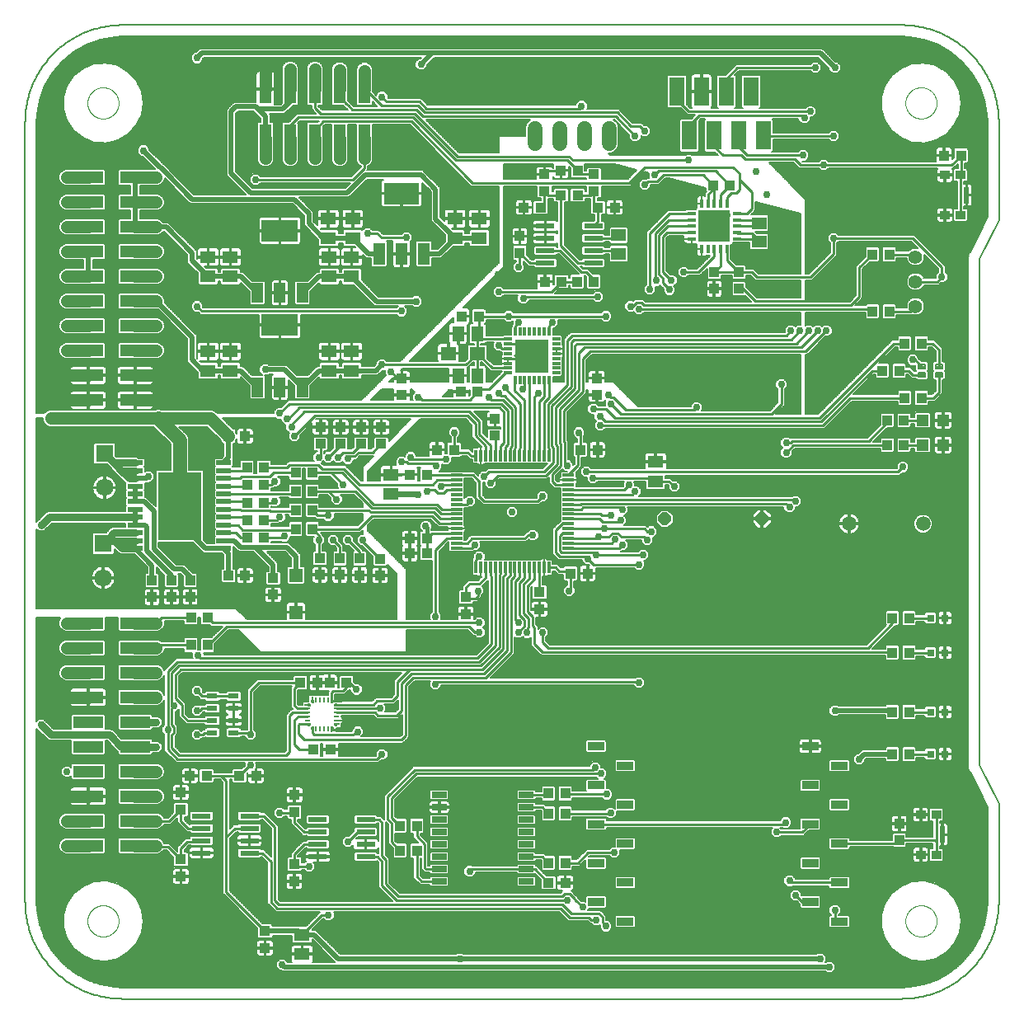
<source format=gtl>
G75*
%MOIN*%
%OFA0B0*%
%FSLAX25Y25*%
%IPPOS*%
%LPD*%
%AMOC8*
5,1,8,0,0,1.08239X$1,22.5*
%
%ADD10C,0.00600*%
%ADD11C,0.00000*%
%ADD12R,0.12000X0.05000*%
%ADD13R,0.05000X0.11500*%
%ADD14R,0.06299X0.05118*%
%ADD15R,0.04500X0.08000*%
%ADD16R,0.14567X0.08661*%
%ADD17R,0.05906X0.11811*%
%ADD18R,0.03150X0.03150*%
%ADD19R,0.03937X0.04331*%
%ADD20R,0.04724X0.01181*%
%ADD21R,0.04724X0.01291*%
%ADD22R,0.01181X0.04724*%
%ADD23R,0.04252X0.04134*%
%ADD24R,0.04134X0.04252*%
%ADD25R,0.04331X0.03937*%
%ADD26R,0.03937X0.03543*%
%ADD27R,0.02165X0.06693*%
%ADD28C,0.00806*%
%ADD29C,0.05512*%
%ADD30R,0.07800X0.02200*%
%ADD31R,0.06693X0.03346*%
%ADD32R,0.04724X0.04724*%
%ADD33R,0.05906X0.05118*%
%ADD34R,0.03200X0.01200*%
%ADD35R,0.01200X0.03200*%
%ADD36R,0.13800X0.13800*%
%ADD37R,0.05118X0.06299*%
%ADD38R,0.06299X0.05512*%
%ADD39C,0.05906*%
%ADD40R,0.04331X0.02362*%
%ADD41C,0.00010*%
%ADD42R,0.00984X0.01949*%
%ADD43R,0.00984X0.02362*%
%ADD44R,0.01949X0.00984*%
%ADD45R,0.02362X0.00984*%
%ADD46OC8,0.05150*%
%ADD47R,0.06000X0.02500*%
%ADD48R,0.05906X0.01969*%
%ADD49R,0.17717X0.27559*%
%ADD50R,0.05512X0.05512*%
%ADD51R,0.07087X0.07087*%
%ADD52C,0.07087*%
%ADD53R,0.04800X0.08800*%
%ADD54R,0.14173X0.08661*%
%ADD55C,0.06000*%
%ADD56R,0.01378X0.03740*%
%ADD57R,0.03740X0.01378*%
%ADD58R,0.12795X0.12795*%
%ADD59C,0.01000*%
%ADD60C,0.02978*%
%ADD61C,0.01600*%
%ADD62C,0.02400*%
%ADD63C,0.02000*%
%ADD64C,0.05000*%
%ADD65C,0.03569*%
%ADD66C,0.05500*%
%ADD67C,0.03000*%
D10*
X0048958Y0056950D02*
X0053601Y0053054D01*
X0058850Y0050024D01*
X0064545Y0047951D01*
X0070514Y0046898D01*
X0073544Y0046766D01*
X0388505Y0046766D01*
X0391535Y0046898D01*
X0397504Y0047951D01*
X0403199Y0050024D01*
X0408448Y0053054D01*
X0413091Y0056950D01*
X0416987Y0061593D01*
X0420017Y0066842D01*
X0420017Y0066842D01*
X0422090Y0072537D01*
X0423142Y0078506D01*
X0423275Y0081536D01*
X0423275Y0119820D01*
X0416220Y0133929D01*
X0416101Y0134049D01*
X0415813Y0134743D01*
X0415477Y0135416D01*
X0415465Y0135584D01*
X0415401Y0135739D01*
X0415401Y0136491D01*
X0415348Y0137241D01*
X0415401Y0137401D01*
X0415401Y0340632D01*
X0415348Y0340792D01*
X0415401Y0341542D01*
X0415401Y0342294D01*
X0415465Y0342449D01*
X0415477Y0342618D01*
X0415813Y0343290D01*
X0416101Y0343984D01*
X0416220Y0344104D01*
X0423275Y0358213D01*
X0423275Y0396497D01*
X0423142Y0399527D01*
X0422090Y0405496D01*
X0420017Y0411191D01*
X0416987Y0416440D01*
X0413091Y0421083D01*
X0408448Y0424979D01*
X0403199Y0428009D01*
X0397504Y0430082D01*
X0391535Y0431135D01*
X0388505Y0431267D01*
X0073544Y0431267D01*
X0070514Y0431135D01*
X0064545Y0430082D01*
X0058850Y0428009D01*
X0053601Y0424979D01*
X0048958Y0421083D01*
X0045062Y0416440D01*
X0042032Y0411191D01*
X0039959Y0405496D01*
X0038906Y0399527D01*
X0038774Y0396497D01*
X0038774Y0278859D01*
X0041767Y0278859D01*
X0042681Y0279773D01*
X0043931Y0280291D01*
X0086585Y0280291D01*
X0087188Y0280541D01*
X0088640Y0280541D01*
X0089244Y0280291D01*
X0109839Y0280291D01*
X0111088Y0279773D01*
X0112002Y0278859D01*
X0134738Y0278859D01*
X0134738Y0279849D01*
X0136137Y0281248D01*
X0137536Y0281248D01*
X0139664Y0283376D01*
X0140484Y0284196D01*
X0170023Y0284196D01*
X0180125Y0294298D01*
X0179687Y0294736D01*
X0179687Y0296387D01*
X0179455Y0296155D01*
X0178763Y0296155D01*
X0176811Y0294203D01*
X0170224Y0294203D01*
X0170224Y0293171D01*
X0169696Y0292644D01*
X0162652Y0292644D01*
X0162124Y0293171D01*
X0162124Y0294203D01*
X0161224Y0294203D01*
X0161224Y0293171D01*
X0160696Y0292644D01*
X0153652Y0292644D01*
X0153124Y0293171D01*
X0153124Y0293604D01*
X0149424Y0289903D01*
X0149424Y0285067D01*
X0148897Y0284540D01*
X0143651Y0284540D01*
X0143124Y0285067D01*
X0143124Y0289903D01*
X0140724Y0292303D01*
X0140724Y0289740D01*
X0137474Y0289740D01*
X0137474Y0289140D01*
X0137474Y0284140D01*
X0139595Y0284140D01*
X0139926Y0284229D01*
X0140222Y0284400D01*
X0140464Y0284642D01*
X0140635Y0284938D01*
X0140724Y0285269D01*
X0140724Y0289140D01*
X0137474Y0289140D01*
X0136874Y0289140D01*
X0136874Y0284140D01*
X0134753Y0284140D01*
X0134422Y0284229D01*
X0134126Y0284400D01*
X0133884Y0284642D01*
X0133713Y0284938D01*
X0133624Y0285269D01*
X0133624Y0289140D01*
X0136874Y0289140D01*
X0136874Y0289740D01*
X0133624Y0289740D01*
X0133624Y0293611D01*
X0133713Y0293942D01*
X0133884Y0294238D01*
X0134126Y0294480D01*
X0134422Y0294652D01*
X0134512Y0294676D01*
X0132700Y0294676D01*
X0132211Y0294187D01*
X0130850Y0294187D01*
X0131224Y0293813D01*
X0131224Y0285067D01*
X0130697Y0284540D01*
X0125451Y0284540D01*
X0124924Y0285067D01*
X0124924Y0289903D01*
X0121224Y0293604D01*
X0121224Y0293171D01*
X0120696Y0292644D01*
X0113652Y0292644D01*
X0113124Y0293171D01*
X0113124Y0294203D01*
X0112224Y0294203D01*
X0112224Y0293171D01*
X0111696Y0292644D01*
X0104652Y0292644D01*
X0104124Y0293171D01*
X0104124Y0295395D01*
X0099794Y0299726D01*
X0099794Y0308962D01*
X0087876Y0320879D01*
X0087850Y0320869D01*
X0072301Y0320869D01*
X0071774Y0321396D01*
X0071774Y0327141D01*
X0072301Y0327668D01*
X0087850Y0327668D01*
X0089100Y0327151D01*
X0090056Y0326194D01*
X0090574Y0324945D01*
X0090574Y0323592D01*
X0090563Y0323566D01*
X0102481Y0311649D01*
X0103594Y0310536D01*
X0103594Y0301300D01*
X0103753Y0301140D01*
X0103724Y0301247D01*
X0103724Y0303677D01*
X0107874Y0303677D01*
X0108474Y0303677D01*
X0108474Y0300118D01*
X0111495Y0300118D01*
X0111825Y0300207D01*
X0112122Y0300378D01*
X0112364Y0300620D01*
X0112535Y0300916D01*
X0112624Y0301247D01*
X0112624Y0303677D01*
X0108474Y0303677D01*
X0108474Y0304277D01*
X0112624Y0304277D01*
X0112624Y0306707D01*
X0112535Y0307038D01*
X0112364Y0307334D01*
X0112122Y0307576D01*
X0111825Y0307748D01*
X0111495Y0307836D01*
X0108474Y0307836D01*
X0108474Y0304277D01*
X0107874Y0304277D01*
X0107874Y0303677D01*
X0107874Y0300118D01*
X0104853Y0300118D01*
X0104747Y0300147D01*
X0105331Y0299562D01*
X0111696Y0299562D01*
X0112224Y0299035D01*
X0112224Y0298003D01*
X0113124Y0298003D01*
X0113124Y0299035D01*
X0113652Y0299562D01*
X0120696Y0299562D01*
X0121224Y0299035D01*
X0121224Y0298003D01*
X0122198Y0298003D01*
X0125861Y0294340D01*
X0130078Y0294340D01*
X0128832Y0295586D01*
X0128832Y0297565D01*
X0130232Y0298965D01*
X0132211Y0298965D01*
X0132700Y0298476D01*
X0139926Y0298476D01*
X0144061Y0294340D01*
X0148487Y0294340D01*
X0151037Y0296890D01*
X0152150Y0298003D01*
X0153124Y0298003D01*
X0153124Y0299035D01*
X0153652Y0299562D01*
X0160696Y0299562D01*
X0161224Y0299035D01*
X0161224Y0298003D01*
X0162124Y0298003D01*
X0162124Y0299035D01*
X0162652Y0299562D01*
X0169696Y0299562D01*
X0170224Y0299035D01*
X0170224Y0298003D01*
X0175237Y0298003D01*
X0176076Y0298842D01*
X0176076Y0299534D01*
X0177476Y0300933D01*
X0179455Y0300933D01*
X0180444Y0299944D01*
X0185771Y0299944D01*
X0225709Y0339883D01*
X0225709Y0370766D01*
X0214500Y0370766D01*
X0189696Y0395569D01*
X0174708Y0395569D01*
X0174708Y0381324D01*
X0174190Y0380075D01*
X0173234Y0379118D01*
X0172708Y0378901D01*
X0172708Y0377421D01*
X0172503Y0377216D01*
X0195000Y0377216D01*
X0196113Y0376103D01*
X0202019Y0370197D01*
X0202019Y0358289D01*
X0203543Y0356764D01*
X0203543Y0357299D01*
X0207693Y0357299D01*
X0208293Y0357299D01*
X0208293Y0353740D01*
X0211314Y0353740D01*
X0211644Y0353829D01*
X0211941Y0354000D01*
X0212183Y0354242D01*
X0212354Y0354538D01*
X0212443Y0354869D01*
X0212443Y0357299D01*
X0208293Y0357299D01*
X0208293Y0357899D01*
X0212443Y0357899D01*
X0212443Y0360329D01*
X0212354Y0360660D01*
X0212183Y0360956D01*
X0211941Y0361199D01*
X0211644Y0361370D01*
X0211314Y0361458D01*
X0208293Y0361458D01*
X0208293Y0357899D01*
X0207693Y0357899D01*
X0207693Y0357299D01*
X0207693Y0353740D01*
X0206665Y0353740D01*
X0207221Y0353184D01*
X0211515Y0353184D01*
X0212043Y0352657D01*
X0212043Y0351625D01*
X0213786Y0351625D01*
X0213786Y0352657D01*
X0214313Y0353184D01*
X0221358Y0353184D01*
X0221885Y0352657D01*
X0221885Y0346793D01*
X0221358Y0346266D01*
X0214313Y0346266D01*
X0213786Y0346793D01*
X0213786Y0347825D01*
X0212043Y0347825D01*
X0212043Y0346793D01*
X0211515Y0346266D01*
X0207221Y0346266D01*
X0202485Y0341531D01*
X0198739Y0341531D01*
X0198739Y0338658D01*
X0198212Y0338131D01*
X0192667Y0338131D01*
X0192139Y0338658D01*
X0192139Y0348203D01*
X0192667Y0348731D01*
X0198212Y0348731D01*
X0198739Y0348203D01*
X0198739Y0345331D01*
X0200911Y0345331D01*
X0203943Y0348363D01*
X0203943Y0351088D01*
X0203491Y0351540D01*
X0203394Y0351540D01*
X0199332Y0355602D01*
X0198219Y0356715D01*
X0198219Y0368623D01*
X0194726Y0372116D01*
X0194726Y0368131D01*
X0186639Y0368131D01*
X0186639Y0367532D01*
X0194726Y0367532D01*
X0194726Y0363330D01*
X0194637Y0362999D01*
X0194466Y0362703D01*
X0194224Y0362461D01*
X0193928Y0362289D01*
X0193597Y0362201D01*
X0186639Y0362201D01*
X0186639Y0367531D01*
X0186039Y0367531D01*
X0186039Y0362201D01*
X0179082Y0362201D01*
X0178751Y0362289D01*
X0178455Y0362461D01*
X0178212Y0362703D01*
X0178041Y0362999D01*
X0177953Y0363330D01*
X0177953Y0367532D01*
X0186039Y0367532D01*
X0186039Y0368131D01*
X0177953Y0368131D01*
X0177953Y0372333D01*
X0178041Y0372664D01*
X0178212Y0372960D01*
X0178455Y0373202D01*
X0178751Y0373374D01*
X0178908Y0373416D01*
X0172380Y0373416D01*
X0166250Y0367286D01*
X0165137Y0366173D01*
X0145019Y0366173D01*
X0149725Y0361468D01*
X0150838Y0360355D01*
X0150838Y0356418D01*
X0152362Y0354893D01*
X0152362Y0357299D01*
X0156512Y0357299D01*
X0157112Y0357299D01*
X0157112Y0357899D01*
X0161261Y0357899D01*
X0161261Y0360329D01*
X0161173Y0360660D01*
X0161002Y0360956D01*
X0160760Y0361199D01*
X0160463Y0361370D01*
X0160133Y0361458D01*
X0157112Y0361458D01*
X0157112Y0357899D01*
X0156512Y0357899D01*
X0156512Y0357299D01*
X0156512Y0353740D01*
X0153515Y0353740D01*
X0154071Y0353184D01*
X0160334Y0353184D01*
X0160861Y0352657D01*
X0160861Y0351625D01*
X0162605Y0351625D01*
X0162605Y0352657D01*
X0163132Y0353184D01*
X0170177Y0353184D01*
X0170424Y0352937D01*
X0171570Y0354083D01*
X0173549Y0354083D01*
X0174538Y0353094D01*
X0177077Y0353094D01*
X0177897Y0352274D01*
X0178851Y0351320D01*
X0186329Y0351320D01*
X0187318Y0352309D01*
X0189297Y0352309D01*
X0190697Y0350909D01*
X0190697Y0348930D01*
X0189982Y0348215D01*
X0190039Y0348002D01*
X0190039Y0343731D01*
X0186639Y0343731D01*
X0186639Y0343131D01*
X0186639Y0337731D01*
X0188911Y0337731D01*
X0189241Y0337819D01*
X0189538Y0337990D01*
X0189780Y0338232D01*
X0189951Y0338529D01*
X0190039Y0338860D01*
X0190039Y0343131D01*
X0186639Y0343131D01*
X0186039Y0343131D01*
X0182639Y0343131D01*
X0182639Y0338860D01*
X0182728Y0338529D01*
X0182899Y0338232D01*
X0183141Y0337990D01*
X0183438Y0337819D01*
X0183768Y0337731D01*
X0186039Y0337731D01*
X0186039Y0343131D01*
X0186039Y0343731D01*
X0182639Y0343731D01*
X0182639Y0348002D01*
X0182728Y0348332D01*
X0182836Y0348520D01*
X0180223Y0348520D01*
X0180539Y0348203D01*
X0180539Y0338658D01*
X0180012Y0338131D01*
X0174467Y0338131D01*
X0173939Y0338658D01*
X0173939Y0341531D01*
X0172162Y0341531D01*
X0171049Y0342644D01*
X0170624Y0343069D01*
X0170624Y0342403D01*
X0166474Y0342403D01*
X0166474Y0341803D01*
X0166474Y0338244D01*
X0169495Y0338244D01*
X0169825Y0338333D01*
X0170122Y0338504D01*
X0170364Y0338746D01*
X0170535Y0339042D01*
X0170624Y0339373D01*
X0170624Y0341803D01*
X0166474Y0341803D01*
X0165874Y0341803D01*
X0165874Y0338244D01*
X0162853Y0338244D01*
X0162523Y0338333D01*
X0162226Y0338504D01*
X0161984Y0338746D01*
X0161813Y0339042D01*
X0161724Y0339373D01*
X0161724Y0341803D01*
X0165874Y0341803D01*
X0165874Y0342403D01*
X0161724Y0342403D01*
X0161724Y0344833D01*
X0161813Y0345164D01*
X0161984Y0345460D01*
X0162226Y0345702D01*
X0162523Y0345874D01*
X0162853Y0345962D01*
X0165874Y0345962D01*
X0165874Y0342403D01*
X0166474Y0342403D01*
X0166474Y0345962D01*
X0167730Y0345962D01*
X0167426Y0346266D01*
X0163132Y0346266D01*
X0162605Y0346793D01*
X0162605Y0347825D01*
X0160861Y0347825D01*
X0160861Y0346793D01*
X0160334Y0346266D01*
X0153289Y0346266D01*
X0152762Y0346793D01*
X0152762Y0349119D01*
X0147038Y0354844D01*
X0147038Y0358781D01*
X0142245Y0363573D01*
X0100907Y0363573D01*
X0099794Y0364686D01*
X0099794Y0364686D01*
X0090574Y0373906D01*
X0090574Y0373592D01*
X0090056Y0372343D01*
X0089100Y0371386D01*
X0087850Y0370869D01*
X0080574Y0370869D01*
X0080574Y0367668D01*
X0087850Y0367668D01*
X0089100Y0367151D01*
X0090056Y0366194D01*
X0090574Y0364945D01*
X0090574Y0363592D01*
X0090056Y0362343D01*
X0089100Y0361386D01*
X0087850Y0360869D01*
X0080574Y0360869D01*
X0080574Y0357668D01*
X0087850Y0357668D01*
X0089100Y0357151D01*
X0090056Y0356194D01*
X0090067Y0356168D01*
X0092032Y0356168D01*
X0103594Y0344607D01*
X0103594Y0341399D01*
X0103724Y0341268D01*
X0103724Y0341803D01*
X0107874Y0341803D01*
X0108474Y0341803D01*
X0108474Y0338244D01*
X0111495Y0338244D01*
X0111825Y0338333D01*
X0112122Y0338504D01*
X0112364Y0338746D01*
X0112535Y0339042D01*
X0112624Y0339373D01*
X0112624Y0341803D01*
X0108474Y0341803D01*
X0108474Y0342403D01*
X0112624Y0342403D01*
X0112624Y0344833D01*
X0112535Y0345164D01*
X0112364Y0345460D01*
X0112122Y0345702D01*
X0111825Y0345874D01*
X0111495Y0345962D01*
X0108474Y0345962D01*
X0108474Y0342403D01*
X0107874Y0342403D01*
X0107874Y0341803D01*
X0107874Y0338244D01*
X0106846Y0338244D01*
X0107402Y0337688D01*
X0111696Y0337688D01*
X0112224Y0337161D01*
X0112224Y0336129D01*
X0113124Y0336129D01*
X0113124Y0337161D01*
X0113652Y0337688D01*
X0120696Y0337688D01*
X0121224Y0337161D01*
X0121224Y0336129D01*
X0122198Y0336129D01*
X0125861Y0332466D01*
X0130697Y0332466D01*
X0131224Y0331939D01*
X0131224Y0323193D01*
X0130697Y0322666D01*
X0125451Y0322666D01*
X0124924Y0323193D01*
X0124924Y0328029D01*
X0121224Y0331730D01*
X0121224Y0331297D01*
X0120696Y0330770D01*
X0113652Y0330770D01*
X0113124Y0331297D01*
X0113124Y0332329D01*
X0112224Y0332329D01*
X0112224Y0331297D01*
X0111696Y0330770D01*
X0104652Y0330770D01*
X0104124Y0331297D01*
X0104124Y0335592D01*
X0103672Y0336044D01*
X0103575Y0336044D01*
X0102462Y0337157D01*
X0102462Y0337157D01*
X0099794Y0339825D01*
X0099794Y0343033D01*
X0090458Y0352369D01*
X0090067Y0352369D01*
X0090056Y0352343D01*
X0089100Y0351386D01*
X0087850Y0350869D01*
X0072301Y0350869D01*
X0071774Y0351396D01*
X0071774Y0357141D01*
X0072301Y0357668D01*
X0076774Y0357668D01*
X0076774Y0360869D01*
X0072301Y0360869D01*
X0071774Y0361396D01*
X0071774Y0367141D01*
X0072301Y0367668D01*
X0076774Y0367668D01*
X0076774Y0370869D01*
X0072301Y0370869D01*
X0071774Y0371396D01*
X0071774Y0377141D01*
X0072301Y0377668D01*
X0086811Y0377668D01*
X0081711Y0382769D01*
X0081019Y0382769D01*
X0079620Y0384169D01*
X0079620Y0386148D01*
X0081019Y0387547D01*
X0082998Y0387547D01*
X0084398Y0386148D01*
X0084398Y0385456D01*
X0089585Y0380268D01*
X0089659Y0380268D01*
X0092061Y0377867D01*
X0092061Y0377867D01*
X0093174Y0376754D01*
X0093174Y0376680D01*
X0102481Y0367373D01*
X0123329Y0367373D01*
X0116655Y0374047D01*
X0115542Y0375160D01*
X0115542Y0401693D01*
X0117510Y0403662D01*
X0118623Y0404775D01*
X0127508Y0404775D01*
X0127508Y0409826D01*
X0131008Y0409826D01*
X0131008Y0410426D01*
X0131008Y0417176D01*
X0128637Y0417176D01*
X0128306Y0417087D01*
X0128010Y0416916D01*
X0127768Y0416674D01*
X0127596Y0416378D01*
X0127508Y0416047D01*
X0127508Y0410426D01*
X0131008Y0410426D01*
X0131608Y0410426D01*
X0135108Y0410426D01*
X0135108Y0416047D01*
X0135019Y0416378D01*
X0134848Y0416674D01*
X0134606Y0416916D01*
X0134310Y0417087D01*
X0133979Y0417176D01*
X0131608Y0417176D01*
X0131608Y0410426D01*
X0131608Y0409826D01*
X0135108Y0409826D01*
X0135108Y0404205D01*
X0135019Y0403874D01*
X0134971Y0403791D01*
X0137521Y0403791D01*
X0137908Y0404178D01*
X0137908Y0418677D01*
X0138425Y0419927D01*
X0139382Y0420883D01*
X0140632Y0421401D01*
X0141984Y0421401D01*
X0143234Y0420883D01*
X0144190Y0419927D01*
X0144708Y0418677D01*
X0144708Y0404003D01*
X0144181Y0403476D01*
X0142580Y0403476D01*
X0139095Y0399991D01*
X0132855Y0399991D01*
X0133208Y0399638D01*
X0133208Y0396526D01*
X0134181Y0396526D01*
X0134708Y0395999D01*
X0134708Y0381324D01*
X0134190Y0380075D01*
X0133234Y0379118D01*
X0131984Y0378601D01*
X0130632Y0378601D01*
X0129382Y0379118D01*
X0128425Y0380075D01*
X0127908Y0381324D01*
X0127908Y0395999D01*
X0128435Y0396526D01*
X0129408Y0396526D01*
X0129408Y0398064D01*
X0127481Y0399991D01*
X0126497Y0400975D01*
X0120197Y0400975D01*
X0119342Y0400119D01*
X0119342Y0376734D01*
X0126103Y0369973D01*
X0163563Y0369973D01*
X0165537Y0371947D01*
X0129263Y0371947D01*
X0128274Y0370958D01*
X0126295Y0370958D01*
X0124895Y0372358D01*
X0124895Y0374337D01*
X0126295Y0375736D01*
X0128274Y0375736D01*
X0129263Y0374747D01*
X0166074Y0374747D01*
X0169908Y0378581D01*
X0169908Y0378901D01*
X0169382Y0379118D01*
X0168425Y0380075D01*
X0167908Y0381324D01*
X0167908Y0395569D01*
X0164708Y0395569D01*
X0164708Y0381324D01*
X0164190Y0380075D01*
X0163234Y0379118D01*
X0161984Y0378601D01*
X0160632Y0378601D01*
X0159382Y0379118D01*
X0158425Y0380075D01*
X0157908Y0381324D01*
X0157908Y0395569D01*
X0155423Y0395569D01*
X0154708Y0394854D01*
X0154708Y0381324D01*
X0154190Y0380075D01*
X0153234Y0379118D01*
X0151984Y0378601D01*
X0150632Y0378601D01*
X0149382Y0379118D01*
X0148425Y0380075D01*
X0147908Y0381324D01*
X0147908Y0395999D01*
X0148435Y0396526D01*
X0152420Y0396526D01*
X0153063Y0397169D01*
X0145212Y0397169D01*
X0144375Y0396332D01*
X0144708Y0395999D01*
X0144708Y0381324D01*
X0144190Y0380075D01*
X0143234Y0379118D01*
X0141984Y0378601D01*
X0140632Y0378601D01*
X0139382Y0379118D01*
X0138425Y0380075D01*
X0137908Y0381324D01*
X0137908Y0395999D01*
X0138435Y0396526D01*
X0140609Y0396526D01*
X0144052Y0399969D01*
X0151832Y0399969D01*
X0149908Y0401893D01*
X0149908Y0403476D01*
X0148435Y0403476D01*
X0147908Y0404003D01*
X0147908Y0418677D01*
X0148425Y0419927D01*
X0149382Y0420883D01*
X0150632Y0421401D01*
X0151984Y0421401D01*
X0153234Y0420883D01*
X0154190Y0419927D01*
X0154708Y0418677D01*
X0154708Y0404003D01*
X0154181Y0403476D01*
X0152708Y0403476D01*
X0152708Y0403053D01*
X0154192Y0401569D01*
X0164602Y0401569D01*
X0163508Y0402663D01*
X0163417Y0402754D01*
X0162695Y0403476D01*
X0158435Y0403476D01*
X0157908Y0404003D01*
X0157908Y0418283D01*
X0158425Y0419533D01*
X0159413Y0420521D01*
X0160663Y0421039D01*
X0162016Y0421039D01*
X0163265Y0420521D01*
X0164222Y0419565D01*
X0164739Y0418315D01*
X0164739Y0416962D01*
X0164708Y0416886D01*
X0164708Y0405423D01*
X0165397Y0404734D01*
X0165488Y0404643D01*
X0166962Y0403169D01*
X0176426Y0403169D01*
X0174708Y0404888D01*
X0174708Y0404003D01*
X0174181Y0403476D01*
X0168435Y0403476D01*
X0167908Y0404003D01*
X0167908Y0416249D01*
X0167979Y0416320D01*
X0167979Y0418118D01*
X0168496Y0419368D01*
X0169453Y0420324D01*
X0170702Y0420842D01*
X0172055Y0420842D01*
X0173305Y0420324D01*
X0174261Y0419368D01*
X0174779Y0418118D01*
X0174779Y0409521D01*
X0174708Y0409349D01*
X0174708Y0408848D01*
X0176076Y0407479D01*
X0176076Y0407801D01*
X0177476Y0409201D01*
X0179455Y0409201D01*
X0180854Y0407801D01*
X0180854Y0406403D01*
X0180888Y0406369D01*
X0194170Y0406369D01*
X0194990Y0405549D01*
X0197002Y0403538D01*
X0256785Y0403538D01*
X0256785Y0404116D01*
X0258184Y0405516D01*
X0260164Y0405516D01*
X0261563Y0404116D01*
X0261563Y0402137D01*
X0261364Y0401938D01*
X0274196Y0401938D01*
X0275016Y0401118D01*
X0279733Y0396401D01*
X0283376Y0396401D01*
X0284196Y0395581D01*
X0284355Y0395421D01*
X0285754Y0395421D01*
X0287154Y0394022D01*
X0287154Y0392043D01*
X0285754Y0390643D01*
X0283775Y0390643D01*
X0283217Y0391202D01*
X0283217Y0390074D01*
X0281817Y0388675D01*
X0279838Y0388675D01*
X0278439Y0390074D01*
X0278439Y0391473D01*
X0272374Y0397538D01*
X0272041Y0397538D01*
X0272446Y0397370D01*
X0273543Y0396273D01*
X0274137Y0394840D01*
X0274137Y0387288D01*
X0273543Y0385855D01*
X0272446Y0384758D01*
X0271013Y0384164D01*
X0270011Y0384164D01*
X0270985Y0383190D01*
X0301071Y0383190D01*
X0301492Y0383610D01*
X0303471Y0383610D01*
X0303891Y0383190D01*
X0314281Y0383190D01*
X0312968Y0384502D01*
X0309348Y0384502D01*
X0308821Y0385030D01*
X0308821Y0397586D01*
X0309141Y0397906D01*
X0307367Y0397906D01*
X0306527Y0397067D01*
X0306527Y0385030D01*
X0306000Y0384502D01*
X0299348Y0384502D01*
X0298821Y0385030D01*
X0298821Y0397586D01*
X0299348Y0398113D01*
X0303614Y0398113D01*
X0305007Y0399506D01*
X0301901Y0399506D01*
X0299189Y0402219D01*
X0294348Y0402219D01*
X0293821Y0402746D01*
X0293821Y0415303D01*
X0294348Y0415830D01*
X0301000Y0415830D01*
X0301527Y0415303D01*
X0301527Y0403841D01*
X0303061Y0402306D01*
X0303695Y0402306D01*
X0303681Y0402321D01*
X0303510Y0402617D01*
X0303421Y0402948D01*
X0303421Y0408724D01*
X0307374Y0408724D01*
X0307374Y0409324D01*
X0303421Y0409324D01*
X0303421Y0415101D01*
X0303510Y0415432D01*
X0303681Y0415728D01*
X0303923Y0415970D01*
X0304219Y0416141D01*
X0304550Y0416230D01*
X0307374Y0416230D01*
X0307374Y0409324D01*
X0307974Y0409324D01*
X0311927Y0409324D01*
X0311927Y0415101D01*
X0311838Y0415432D01*
X0311667Y0415728D01*
X0311425Y0415970D01*
X0311129Y0416141D01*
X0310798Y0416230D01*
X0307974Y0416230D01*
X0307974Y0409324D01*
X0307974Y0408724D01*
X0311927Y0408724D01*
X0311927Y0402948D01*
X0311838Y0402617D01*
X0311667Y0402321D01*
X0311653Y0402306D01*
X0314261Y0402306D01*
X0313821Y0402746D01*
X0313821Y0415303D01*
X0314348Y0415830D01*
X0317393Y0415830D01*
X0321586Y0420023D01*
X0351684Y0420023D01*
X0352673Y0421012D01*
X0354652Y0421012D01*
X0356051Y0419612D01*
X0356051Y0417633D01*
X0354652Y0416234D01*
X0352673Y0416234D01*
X0351684Y0417223D01*
X0322746Y0417223D01*
X0321176Y0415653D01*
X0321527Y0415303D01*
X0321527Y0402746D01*
X0321087Y0402306D01*
X0324261Y0402306D01*
X0323821Y0402746D01*
X0323821Y0415303D01*
X0324348Y0415830D01*
X0331000Y0415830D01*
X0331527Y0415303D01*
X0331527Y0402746D01*
X0331087Y0402306D01*
X0349715Y0402306D01*
X0350704Y0403295D01*
X0352683Y0403295D01*
X0354083Y0401896D01*
X0354083Y0399917D01*
X0352683Y0398517D01*
X0351612Y0398517D01*
X0351612Y0397328D01*
X0350212Y0395928D01*
X0348233Y0395928D01*
X0346834Y0397328D01*
X0346834Y0397906D01*
X0336207Y0397906D01*
X0336527Y0397586D01*
X0336527Y0392464D01*
X0359069Y0392464D01*
X0360058Y0393453D01*
X0362037Y0393453D01*
X0363436Y0392053D01*
X0363436Y0390074D01*
X0362037Y0388675D01*
X0360058Y0388675D01*
X0359069Y0389664D01*
X0336527Y0389664D01*
X0336527Y0385030D01*
X0336087Y0384590D01*
X0346786Y0384590D01*
X0347775Y0385579D01*
X0349754Y0385579D01*
X0351154Y0384179D01*
X0351154Y0382200D01*
X0349754Y0380801D01*
X0348189Y0380801D01*
X0348337Y0380653D01*
X0355164Y0380653D01*
X0356153Y0381642D01*
X0358132Y0381642D01*
X0359121Y0380653D01*
X0402420Y0380653D01*
X0402362Y0380869D01*
X0402362Y0382866D01*
X0405429Y0382866D01*
X0405429Y0383466D01*
X0402362Y0383466D01*
X0402362Y0385463D01*
X0402451Y0385794D01*
X0402622Y0386090D01*
X0402864Y0386332D01*
X0403160Y0386504D01*
X0403491Y0386592D01*
X0405429Y0386592D01*
X0405429Y0383466D01*
X0406029Y0383466D01*
X0409096Y0383466D01*
X0409096Y0385463D01*
X0409007Y0385794D01*
X0408836Y0386090D01*
X0408594Y0386332D01*
X0408298Y0386504D01*
X0407967Y0386592D01*
X0406029Y0386592D01*
X0406029Y0383466D01*
X0406029Y0382866D01*
X0409096Y0382866D01*
X0409096Y0381623D01*
X0409652Y0382179D01*
X0409652Y0385665D01*
X0410179Y0386192D01*
X0415059Y0386192D01*
X0415586Y0385665D01*
X0415586Y0380667D01*
X0415059Y0380140D01*
X0414019Y0380140D01*
X0414019Y0377909D01*
X0414665Y0377909D01*
X0415192Y0377381D01*
X0415192Y0373093D01*
X0414665Y0372565D01*
X0413724Y0372565D01*
X0413724Y0371813D01*
X0414543Y0371813D01*
X0414543Y0367408D01*
X0415026Y0367408D01*
X0415026Y0371813D01*
X0416038Y0371813D01*
X0416369Y0371724D01*
X0416665Y0371553D01*
X0416907Y0371311D01*
X0417078Y0371014D01*
X0417167Y0370684D01*
X0417167Y0367407D01*
X0415026Y0367407D01*
X0415026Y0366925D01*
X0417167Y0366925D01*
X0417167Y0363649D01*
X0417078Y0363318D01*
X0416907Y0363021D01*
X0416665Y0362779D01*
X0416369Y0362608D01*
X0416038Y0362520D01*
X0415026Y0362520D01*
X0415026Y0366925D01*
X0414543Y0366925D01*
X0414543Y0362520D01*
X0413724Y0362520D01*
X0413724Y0361767D01*
X0414665Y0361767D01*
X0415192Y0361240D01*
X0415192Y0356951D01*
X0414665Y0356424D01*
X0409982Y0356424D01*
X0409455Y0356951D01*
X0409455Y0361240D01*
X0409982Y0361767D01*
X0410924Y0361767D01*
X0410924Y0372565D01*
X0409982Y0372565D01*
X0409455Y0373093D01*
X0409455Y0377381D01*
X0409982Y0377909D01*
X0411219Y0377909D01*
X0411219Y0379786D01*
X0409285Y0377853D01*
X0408987Y0377853D01*
X0409033Y0377807D01*
X0409204Y0377510D01*
X0409293Y0377180D01*
X0409293Y0375537D01*
X0406324Y0375537D01*
X0406324Y0374937D01*
X0406324Y0372165D01*
X0408164Y0372165D01*
X0408495Y0372254D01*
X0408791Y0372425D01*
X0409033Y0372667D01*
X0409204Y0372964D01*
X0409293Y0373294D01*
X0409293Y0374937D01*
X0406324Y0374937D01*
X0405724Y0374937D01*
X0402756Y0374937D01*
X0402756Y0373294D01*
X0402845Y0372964D01*
X0403016Y0372667D01*
X0403258Y0372425D01*
X0403554Y0372254D01*
X0403885Y0372165D01*
X0405724Y0372165D01*
X0405724Y0374937D01*
X0405724Y0375537D01*
X0402756Y0375537D01*
X0402756Y0377180D01*
X0402845Y0377510D01*
X0403016Y0377807D01*
X0403062Y0377853D01*
X0359121Y0377853D01*
X0358132Y0376864D01*
X0356153Y0376864D01*
X0355164Y0377853D01*
X0347177Y0377853D01*
X0344840Y0380190D01*
X0335009Y0380190D01*
X0349725Y0365473D01*
X0349725Y0335377D01*
X0351114Y0335377D01*
X0359647Y0343911D01*
X0359647Y0347747D01*
X0358658Y0348736D01*
X0358658Y0350715D01*
X0360058Y0352114D01*
X0362037Y0352114D01*
X0363026Y0351125D01*
X0393612Y0351125D01*
X0394432Y0350305D01*
X0405423Y0339314D01*
X0405423Y0339314D01*
X0406243Y0338494D01*
X0406243Y0335956D01*
X0407232Y0334967D01*
X0407232Y0332988D01*
X0405833Y0331588D01*
X0404434Y0331588D01*
X0403612Y0330766D01*
X0397551Y0330766D01*
X0397273Y0330095D01*
X0396245Y0329067D01*
X0394901Y0328510D01*
X0393447Y0328510D01*
X0392103Y0329067D01*
X0391075Y0330095D01*
X0390518Y0331439D01*
X0390518Y0332893D01*
X0391075Y0334237D01*
X0392103Y0335265D01*
X0393447Y0335822D01*
X0394901Y0335822D01*
X0396245Y0335265D01*
X0397273Y0334237D01*
X0397551Y0333566D01*
X0402452Y0333566D01*
X0402454Y0333568D01*
X0402454Y0334967D01*
X0403443Y0335956D01*
X0403443Y0337334D01*
X0397791Y0342986D01*
X0397830Y0342893D01*
X0397830Y0341439D01*
X0397273Y0340095D01*
X0396245Y0339067D01*
X0394901Y0338510D01*
X0393447Y0338510D01*
X0392103Y0339067D01*
X0391075Y0340095D01*
X0390518Y0341439D01*
X0390518Y0341766D01*
X0386389Y0341766D01*
X0386389Y0340628D01*
X0385862Y0340101D01*
X0381179Y0340101D01*
X0380652Y0340628D01*
X0380652Y0345704D01*
X0381179Y0346231D01*
X0385862Y0346231D01*
X0386389Y0345704D01*
X0386389Y0344566D01*
X0391404Y0344566D01*
X0392103Y0345265D01*
X0393447Y0345822D01*
X0394901Y0345822D01*
X0394994Y0345784D01*
X0392452Y0348325D01*
X0363026Y0348325D01*
X0362447Y0347747D01*
X0362447Y0342751D01*
X0361627Y0341931D01*
X0352274Y0332577D01*
X0349725Y0332577D01*
X0349725Y0324166D01*
X0367462Y0324166D01*
X0369979Y0326683D01*
X0369979Y0338494D01*
X0373959Y0342474D01*
X0373959Y0345704D01*
X0374486Y0346231D01*
X0379169Y0346231D01*
X0379696Y0345704D01*
X0379696Y0340628D01*
X0379169Y0340101D01*
X0375545Y0340101D01*
X0372779Y0337334D01*
X0372779Y0325523D01*
X0371959Y0324703D01*
X0371959Y0324703D01*
X0369822Y0322566D01*
X0373959Y0322566D01*
X0373959Y0322704D01*
X0374486Y0323231D01*
X0379169Y0323231D01*
X0379696Y0322704D01*
X0379696Y0317628D01*
X0379169Y0317101D01*
X0374486Y0317101D01*
X0373959Y0317628D01*
X0373959Y0319766D01*
X0349725Y0319766D01*
X0349725Y0314452D01*
X0349986Y0314713D01*
X0351965Y0314713D01*
X0352765Y0313913D01*
X0353564Y0314713D01*
X0355543Y0314713D01*
X0356343Y0313913D01*
X0357142Y0314713D01*
X0359121Y0314713D01*
X0360520Y0313313D01*
X0360520Y0311334D01*
X0359121Y0309935D01*
X0357806Y0309935D01*
X0351246Y0303375D01*
X0350426Y0302555D01*
X0349725Y0302555D01*
X0349725Y0278538D01*
X0354710Y0278538D01*
X0384738Y0308566D01*
X0386959Y0308566D01*
X0386959Y0309704D01*
X0387486Y0310231D01*
X0392169Y0310231D01*
X0392696Y0309704D01*
X0392696Y0304628D01*
X0392169Y0304101D01*
X0387486Y0304101D01*
X0386959Y0304628D01*
X0386959Y0305766D01*
X0385898Y0305766D01*
X0379363Y0299231D01*
X0383169Y0299231D01*
X0383696Y0298704D01*
X0383696Y0293628D01*
X0383169Y0293101D01*
X0378486Y0293101D01*
X0377959Y0293628D01*
X0377959Y0294766D01*
X0377160Y0294766D01*
X0368960Y0286566D01*
X0386959Y0286566D01*
X0386959Y0287704D01*
X0387486Y0288231D01*
X0392169Y0288231D01*
X0392696Y0287704D01*
X0392696Y0282628D01*
X0392169Y0282101D01*
X0387486Y0282101D01*
X0386959Y0282628D01*
X0386959Y0283766D01*
X0368423Y0283766D01*
X0357195Y0272538D01*
X0268633Y0272538D01*
X0267644Y0271549D01*
X0265665Y0271549D01*
X0264265Y0272948D01*
X0264265Y0274927D01*
X0265106Y0275768D01*
X0264157Y0276718D01*
X0264157Y0278297D01*
X0262883Y0278297D01*
X0261484Y0279696D01*
X0261484Y0281675D01*
X0262883Y0283075D01*
X0264862Y0283075D01*
X0265851Y0282086D01*
X0268596Y0282086D01*
X0268596Y0283786D01*
X0268833Y0284023D01*
X0268668Y0284188D01*
X0268614Y0283987D01*
X0268443Y0283691D01*
X0268201Y0283449D01*
X0267904Y0283278D01*
X0267574Y0283189D01*
X0265537Y0283189D01*
X0265537Y0286157D01*
X0264937Y0286157D01*
X0264937Y0283189D01*
X0262900Y0283189D01*
X0262570Y0283278D01*
X0262273Y0283449D01*
X0262031Y0283691D01*
X0261860Y0283987D01*
X0261772Y0284318D01*
X0261772Y0286157D01*
X0264937Y0286157D01*
X0264937Y0286757D01*
X0261772Y0286757D01*
X0261772Y0288485D01*
X0261068Y0288485D01*
X0261068Y0287145D01*
X0260248Y0286325D01*
X0260248Y0286325D01*
X0253369Y0279446D01*
X0253369Y0268136D01*
X0253828Y0267677D01*
X0253828Y0260215D01*
X0254407Y0260215D01*
X0255806Y0258816D01*
X0255806Y0257904D01*
X0256349Y0258447D01*
X0256349Y0261140D01*
X0256226Y0261140D01*
X0255699Y0261667D01*
X0255699Y0266665D01*
X0256226Y0267192D01*
X0257266Y0267192D01*
X0257266Y0268777D01*
X0257121Y0268777D01*
X0255722Y0270177D01*
X0255722Y0272156D01*
X0257121Y0273555D01*
X0259101Y0273555D01*
X0260500Y0272156D01*
X0260500Y0270177D01*
X0260066Y0269743D01*
X0260066Y0267192D01*
X0261106Y0267192D01*
X0261633Y0266665D01*
X0261633Y0261667D01*
X0261106Y0261140D01*
X0259149Y0261140D01*
X0259149Y0257287D01*
X0256915Y0255053D01*
X0257074Y0254893D01*
X0257074Y0253490D01*
X0257214Y0253350D01*
X0257385Y0253054D01*
X0257474Y0252723D01*
X0257474Y0251961D01*
X0253812Y0251961D01*
X0253812Y0251961D01*
X0257474Y0251961D01*
X0257474Y0251200D01*
X0257385Y0250869D01*
X0257214Y0250573D01*
X0257074Y0250432D01*
X0257074Y0249424D01*
X0275849Y0249424D01*
X0275909Y0249484D01*
X0275909Y0250883D01*
X0276333Y0251307D01*
X0265651Y0251307D01*
X0264662Y0250318D01*
X0262683Y0250318D01*
X0261284Y0251717D01*
X0261284Y0252848D01*
X0260153Y0252848D01*
X0258754Y0254247D01*
X0258754Y0256227D01*
X0260153Y0257626D01*
X0262132Y0257626D01*
X0263062Y0256696D01*
X0265325Y0256696D01*
X0265384Y0256637D01*
X0284677Y0256637D01*
X0284677Y0259008D01*
X0288827Y0259008D01*
X0288827Y0259608D01*
X0288827Y0263167D01*
X0285806Y0263167D01*
X0285475Y0263078D01*
X0285179Y0262907D01*
X0284937Y0262665D01*
X0284766Y0262369D01*
X0284677Y0262038D01*
X0284677Y0259608D01*
X0288827Y0259608D01*
X0289427Y0259608D01*
X0293576Y0259608D01*
X0293576Y0262038D01*
X0293488Y0262369D01*
X0293317Y0262665D01*
X0293075Y0262907D01*
X0292778Y0263078D01*
X0292448Y0263167D01*
X0289427Y0263167D01*
X0289427Y0259608D01*
X0289427Y0259008D01*
X0293576Y0259008D01*
X0293576Y0256637D01*
X0386547Y0256637D01*
X0386706Y0256796D01*
X0386706Y0258195D01*
X0388106Y0259594D01*
X0390085Y0259594D01*
X0391484Y0258195D01*
X0391484Y0256216D01*
X0390085Y0254817D01*
X0388686Y0254817D01*
X0387707Y0253837D01*
X0293176Y0253837D01*
X0293176Y0252834D01*
X0295053Y0252834D01*
X0296167Y0251720D01*
X0297565Y0251720D01*
X0298965Y0250321D01*
X0298965Y0248342D01*
X0297565Y0246943D01*
X0295586Y0246943D01*
X0294187Y0248342D01*
X0294187Y0249741D01*
X0293893Y0250034D01*
X0293176Y0250034D01*
X0293176Y0248502D01*
X0292649Y0247975D01*
X0285604Y0247975D01*
X0285077Y0248502D01*
X0285077Y0251307D01*
X0280262Y0251307D01*
X0280687Y0250883D01*
X0280687Y0249752D01*
X0281817Y0249752D01*
X0283217Y0248353D01*
X0283217Y0246373D01*
X0282330Y0245487D01*
X0344471Y0245487D01*
X0344799Y0245815D01*
X0346778Y0245815D01*
X0348177Y0244416D01*
X0348177Y0242436D01*
X0346778Y0241037D01*
X0345588Y0241037D01*
X0345588Y0239965D01*
X0344189Y0238566D01*
X0342210Y0238566D01*
X0340810Y0239965D01*
X0340810Y0241087D01*
X0277839Y0241087D01*
X0278039Y0240888D01*
X0278039Y0238909D01*
X0276639Y0237509D01*
X0276343Y0237509D01*
X0277311Y0236542D01*
X0277311Y0234562D01*
X0276354Y0233605D01*
X0285105Y0233605D01*
X0285711Y0233000D01*
X0286238Y0233527D01*
X0288217Y0233527D01*
X0289617Y0232127D01*
X0289617Y0230148D01*
X0288217Y0228749D01*
X0287935Y0228749D01*
X0288017Y0228667D01*
X0288017Y0226688D01*
X0286617Y0225289D01*
X0284638Y0225289D01*
X0283239Y0226688D01*
X0283239Y0227560D01*
X0277178Y0227560D01*
X0278039Y0226699D01*
X0278039Y0224720D01*
X0276639Y0223320D01*
X0275241Y0223320D01*
X0275092Y0223172D01*
X0282049Y0223172D01*
X0283038Y0224161D01*
X0285017Y0224161D01*
X0286417Y0222762D01*
X0286417Y0220783D01*
X0285017Y0219383D01*
X0284258Y0219383D01*
X0284817Y0218825D01*
X0284817Y0216846D01*
X0283417Y0215446D01*
X0281438Y0215446D01*
X0280449Y0216435D01*
X0264986Y0216435D01*
X0264986Y0214466D01*
X0261919Y0214466D01*
X0261919Y0213866D01*
X0264986Y0213866D01*
X0264986Y0211869D01*
X0264897Y0211538D01*
X0264726Y0211242D01*
X0264484Y0211000D01*
X0264188Y0210829D01*
X0263857Y0210740D01*
X0261919Y0210740D01*
X0261919Y0213866D01*
X0261319Y0213866D01*
X0261319Y0210740D01*
X0259381Y0210740D01*
X0259050Y0210829D01*
X0258754Y0211000D01*
X0258512Y0211242D01*
X0258341Y0211538D01*
X0258252Y0211869D01*
X0258252Y0213866D01*
X0261319Y0213866D01*
X0261319Y0214466D01*
X0258252Y0214466D01*
X0258252Y0216463D01*
X0258341Y0216794D01*
X0258512Y0217090D01*
X0258754Y0217332D01*
X0259050Y0217504D01*
X0259381Y0217592D01*
X0261319Y0217592D01*
X0261319Y0214466D01*
X0261919Y0214466D01*
X0261919Y0217592D01*
X0262220Y0217592D01*
X0262124Y0217688D01*
X0260725Y0217688D01*
X0259326Y0219088D01*
X0259326Y0219666D01*
X0249797Y0219666D01*
X0248977Y0220486D01*
X0248977Y0220486D01*
X0248170Y0221293D01*
X0247350Y0222114D01*
X0247350Y0232302D01*
X0250550Y0235502D01*
X0250550Y0237177D01*
X0250571Y0237198D01*
X0250550Y0237219D01*
X0250550Y0239145D01*
X0250571Y0239166D01*
X0250550Y0239187D01*
X0250550Y0241114D01*
X0250571Y0241135D01*
X0250550Y0241156D01*
X0250550Y0243082D01*
X0250571Y0243103D01*
X0250550Y0243124D01*
X0250550Y0245051D01*
X0250571Y0245072D01*
X0250550Y0245093D01*
X0250550Y0247019D01*
X0250571Y0247040D01*
X0250550Y0247061D01*
X0250550Y0248593D01*
X0248090Y0248593D01*
X0246783Y0249900D01*
X0245963Y0250720D01*
X0245963Y0253078D01*
X0245942Y0253057D01*
X0245122Y0252237D01*
X0225812Y0252237D01*
X0224782Y0251207D01*
X0224782Y0249808D01*
X0223382Y0248409D01*
X0221403Y0248409D01*
X0220004Y0249808D01*
X0220004Y0250880D01*
X0219235Y0250880D01*
X0219235Y0245974D01*
X0220384Y0244826D01*
X0240878Y0244826D01*
X0241037Y0244985D01*
X0241037Y0246384D01*
X0242436Y0247783D01*
X0244416Y0247783D01*
X0245815Y0246384D01*
X0245815Y0244405D01*
X0244416Y0243006D01*
X0243017Y0243006D01*
X0242037Y0242026D01*
X0219224Y0242026D01*
X0218404Y0242846D01*
X0216435Y0244815D01*
X0216435Y0250720D01*
X0214626Y0252530D01*
X0211798Y0252530D01*
X0211798Y0250998D01*
X0211777Y0250977D01*
X0211798Y0250956D01*
X0211798Y0249030D01*
X0211777Y0249009D01*
X0211798Y0248988D01*
X0211798Y0247061D01*
X0211777Y0247040D01*
X0211798Y0247019D01*
X0211798Y0245093D01*
X0211777Y0245072D01*
X0211798Y0245051D01*
X0211798Y0244704D01*
X0212909Y0245815D01*
X0214888Y0245815D01*
X0216287Y0244416D01*
X0216287Y0242436D01*
X0214888Y0241037D01*
X0213489Y0241037D01*
X0213171Y0240719D01*
X0211798Y0240719D01*
X0211798Y0239187D01*
X0211777Y0239166D01*
X0211798Y0239145D01*
X0211798Y0237219D01*
X0211777Y0237198D01*
X0211798Y0237177D01*
X0211798Y0235250D01*
X0211777Y0235229D01*
X0211798Y0235208D01*
X0211798Y0233805D01*
X0211939Y0233665D01*
X0212110Y0233369D01*
X0212198Y0233038D01*
X0212198Y0232276D01*
X0208536Y0232276D01*
X0204874Y0232276D01*
X0204874Y0231708D01*
X0198319Y0231708D01*
X0198319Y0232027D01*
X0198563Y0232271D01*
X0198563Y0234250D01*
X0197164Y0235650D01*
X0195184Y0235650D01*
X0193785Y0234250D01*
X0193785Y0232271D01*
X0194770Y0231287D01*
X0194179Y0231287D01*
X0193652Y0230759D01*
X0193652Y0225762D01*
X0194153Y0225261D01*
X0193652Y0224759D01*
X0193652Y0219762D01*
X0194179Y0219235D01*
X0198719Y0219235D01*
X0198719Y0198781D01*
X0197730Y0197792D01*
X0197730Y0195813D01*
X0197929Y0195613D01*
X0188308Y0195613D01*
X0188308Y0215867D01*
X0172560Y0231615D01*
X0172560Y0233572D01*
X0174954Y0235966D01*
X0198106Y0235966D01*
X0201227Y0232845D01*
X0204874Y0232845D01*
X0204874Y0232276D01*
X0208536Y0232276D01*
X0208536Y0232276D01*
X0208536Y0232276D01*
X0212198Y0232276D01*
X0212198Y0231515D01*
X0212110Y0231184D01*
X0211939Y0230888D01*
X0211798Y0230747D01*
X0211798Y0227771D01*
X0212287Y0227771D01*
X0213395Y0228878D01*
X0214215Y0229698D01*
X0235593Y0229698D01*
X0236941Y0231046D01*
X0237510Y0231046D01*
X0238499Y0232035D01*
X0240479Y0232035D01*
X0241878Y0230636D01*
X0241878Y0228657D01*
X0240479Y0227257D01*
X0238499Y0227257D01*
X0237805Y0227952D01*
X0237572Y0227719D01*
X0236752Y0226898D01*
X0218056Y0226898D01*
X0218256Y0226699D01*
X0218256Y0224720D01*
X0216904Y0223368D01*
X0218825Y0223368D01*
X0220224Y0221969D01*
X0220224Y0219990D01*
X0220025Y0219791D01*
X0221311Y0219791D01*
X0221331Y0219770D01*
X0221352Y0219791D01*
X0223279Y0219791D01*
X0223300Y0219770D01*
X0223321Y0219791D01*
X0225248Y0219791D01*
X0225268Y0219770D01*
X0225289Y0219791D01*
X0227216Y0219791D01*
X0227237Y0219770D01*
X0227258Y0219791D01*
X0229185Y0219791D01*
X0229205Y0219770D01*
X0229226Y0219791D01*
X0231153Y0219791D01*
X0231174Y0219770D01*
X0231195Y0219791D01*
X0233122Y0219791D01*
X0233143Y0219770D01*
X0233163Y0219791D01*
X0235090Y0219791D01*
X0235111Y0219770D01*
X0235132Y0219791D01*
X0237059Y0219791D01*
X0237080Y0219770D01*
X0237100Y0219791D01*
X0239027Y0219791D01*
X0239048Y0219770D01*
X0239069Y0219791D01*
X0240996Y0219791D01*
X0241017Y0219770D01*
X0241037Y0219791D01*
X0242440Y0219791D01*
X0242581Y0219931D01*
X0242877Y0220102D01*
X0243208Y0220191D01*
X0243969Y0220191D01*
X0243969Y0216528D01*
X0243969Y0216528D01*
X0243969Y0212866D01*
X0243401Y0212866D01*
X0243401Y0209578D01*
X0244673Y0209578D01*
X0245200Y0209051D01*
X0245200Y0204171D01*
X0244673Y0203644D01*
X0239675Y0203644D01*
X0239148Y0204171D01*
X0239148Y0209021D01*
X0238630Y0208503D01*
X0238630Y0199333D01*
X0238748Y0199216D01*
X0238748Y0199421D01*
X0241874Y0199421D01*
X0242474Y0199421D01*
X0242474Y0196354D01*
X0244471Y0196354D01*
X0244802Y0196443D01*
X0245098Y0196614D01*
X0245340Y0196856D01*
X0245511Y0197153D01*
X0245600Y0197483D01*
X0245600Y0199421D01*
X0242474Y0199421D01*
X0242474Y0200021D01*
X0245600Y0200021D01*
X0245600Y0201959D01*
X0245511Y0202290D01*
X0245340Y0202586D01*
X0245098Y0202828D01*
X0244802Y0203000D01*
X0244471Y0203088D01*
X0242474Y0203088D01*
X0242474Y0200021D01*
X0241874Y0200021D01*
X0241874Y0199421D01*
X0241874Y0196354D01*
X0240772Y0196354D01*
X0240772Y0193746D01*
X0241574Y0192944D01*
X0241574Y0191803D01*
X0242436Y0192665D01*
X0244416Y0192665D01*
X0245815Y0191266D01*
X0245815Y0189287D01*
X0244826Y0188298D01*
X0244826Y0186919D01*
X0246343Y0185402D01*
X0374367Y0185402D01*
X0382276Y0193311D01*
X0381959Y0193628D01*
X0381959Y0198704D01*
X0382486Y0199231D01*
X0387169Y0199231D01*
X0387696Y0198704D01*
X0387696Y0193628D01*
X0387169Y0193101D01*
X0386026Y0193101D01*
X0376727Y0183802D01*
X0381959Y0183802D01*
X0381959Y0184704D01*
X0382486Y0185231D01*
X0387169Y0185231D01*
X0387696Y0184704D01*
X0387696Y0179628D01*
X0387169Y0179101D01*
X0382486Y0179101D01*
X0381959Y0179628D01*
X0381959Y0181002D01*
X0242858Y0181002D01*
X0242038Y0181822D01*
X0238774Y0185086D01*
X0238774Y0188427D01*
X0238151Y0187804D01*
X0236172Y0187804D01*
X0235331Y0188645D01*
X0234573Y0187887D01*
X0232594Y0187887D01*
X0232084Y0188397D01*
X0232084Y0181683D01*
X0222266Y0171865D01*
X0280914Y0171865D01*
X0281438Y0172390D01*
X0283417Y0172390D01*
X0284817Y0170990D01*
X0284817Y0169011D01*
X0283417Y0167612D01*
X0281438Y0167612D01*
X0280039Y0169011D01*
X0280039Y0169065D01*
X0202508Y0169065D01*
X0202508Y0168487D01*
X0201108Y0167087D01*
X0199129Y0167087D01*
X0197730Y0168487D01*
X0197730Y0170466D01*
X0197929Y0170665D01*
X0191519Y0170665D01*
X0189339Y0168486D01*
X0189339Y0147989D01*
X0188519Y0147169D01*
X0188519Y0147169D01*
X0187631Y0146281D01*
X0187631Y0146281D01*
X0186811Y0145461D01*
X0160978Y0145461D01*
X0160986Y0145432D01*
X0160986Y0143435D01*
X0157919Y0143435D01*
X0157919Y0142835D01*
X0160986Y0142835D01*
X0160986Y0140838D01*
X0160897Y0140507D01*
X0160891Y0140495D01*
X0175917Y0140495D01*
X0176076Y0140655D01*
X0176076Y0142053D01*
X0177476Y0143453D01*
X0179455Y0143453D01*
X0180854Y0142053D01*
X0180854Y0140074D01*
X0179455Y0138675D01*
X0178056Y0138675D01*
X0177077Y0137695D01*
X0127505Y0137695D01*
X0127705Y0137496D01*
X0127705Y0135517D01*
X0127220Y0135033D01*
X0127220Y0132624D01*
X0127820Y0132624D01*
X0127820Y0135592D01*
X0129857Y0135592D01*
X0130188Y0135504D01*
X0130484Y0135332D01*
X0130726Y0135090D01*
X0130897Y0134794D01*
X0130986Y0134463D01*
X0130986Y0132624D01*
X0127821Y0132624D01*
X0127821Y0132024D01*
X0130986Y0132024D01*
X0130986Y0130184D01*
X0130897Y0129853D01*
X0130726Y0129557D01*
X0130484Y0129315D01*
X0130188Y0129144D01*
X0129857Y0129055D01*
X0127820Y0129055D01*
X0127820Y0132024D01*
X0127220Y0132024D01*
X0124055Y0132024D01*
X0124055Y0130184D01*
X0124144Y0129853D01*
X0124315Y0129557D01*
X0124557Y0129315D01*
X0124853Y0129144D01*
X0125184Y0129055D01*
X0127220Y0129055D01*
X0127220Y0132024D01*
X0127220Y0132624D01*
X0124055Y0132624D01*
X0124055Y0133571D01*
X0123893Y0133409D01*
X0123893Y0129982D01*
X0123366Y0129455D01*
X0118289Y0129455D01*
X0117762Y0129982D01*
X0117762Y0130924D01*
X0116873Y0130924D01*
X0116873Y0110979D01*
X0117640Y0111746D01*
X0118460Y0112566D01*
X0120074Y0112566D01*
X0120074Y0112639D01*
X0120601Y0113166D01*
X0129147Y0113166D01*
X0129674Y0112639D01*
X0129674Y0109693D01*
X0129147Y0109166D01*
X0120601Y0109166D01*
X0120074Y0109693D01*
X0120074Y0109766D01*
X0119620Y0109766D01*
X0116873Y0107019D01*
X0116873Y0085892D01*
X0130187Y0072578D01*
X0133673Y0072578D01*
X0134200Y0072051D01*
X0134200Y0071511D01*
X0142600Y0071511D01*
X0142652Y0071562D01*
X0147653Y0071562D01*
X0152774Y0076683D01*
X0153500Y0077409D01*
X0135516Y0077409D01*
X0134696Y0078229D01*
X0132978Y0079946D01*
X0132158Y0080766D01*
X0132158Y0097177D01*
X0129658Y0099677D01*
X0129147Y0099166D01*
X0120601Y0099166D01*
X0120074Y0099693D01*
X0120074Y0102639D01*
X0120601Y0103166D01*
X0129147Y0103166D01*
X0129674Y0102639D01*
X0129674Y0102566D01*
X0130729Y0102566D01*
X0131549Y0101746D01*
X0133758Y0099537D01*
X0133758Y0110956D01*
X0129948Y0114766D01*
X0129674Y0114766D01*
X0129674Y0114693D01*
X0129147Y0114166D01*
X0120601Y0114166D01*
X0120074Y0114693D01*
X0120074Y0117639D01*
X0120601Y0118166D01*
X0129147Y0118166D01*
X0129674Y0117639D01*
X0129674Y0117566D01*
X0131108Y0117566D01*
X0131928Y0116746D01*
X0136558Y0112116D01*
X0136558Y0082589D01*
X0137338Y0081809D01*
X0182591Y0081809D01*
X0177065Y0087334D01*
X0177065Y0097177D01*
X0176377Y0097865D01*
X0176178Y0097666D01*
X0167633Y0097666D01*
X0167106Y0098193D01*
X0167106Y0101139D01*
X0167633Y0101666D01*
X0176178Y0101666D01*
X0176705Y0101139D01*
X0176705Y0101066D01*
X0177065Y0101066D01*
X0177065Y0103245D01*
X0177017Y0103064D01*
X0176846Y0102768D01*
X0176604Y0102526D01*
X0176307Y0102355D01*
X0175977Y0102266D01*
X0172156Y0102266D01*
X0172156Y0104416D01*
X0171655Y0104416D01*
X0171655Y0102266D01*
X0167834Y0102266D01*
X0167504Y0102355D01*
X0167207Y0102526D01*
X0166965Y0102768D01*
X0166794Y0103064D01*
X0166706Y0103395D01*
X0166706Y0104272D01*
X0165675Y0103242D01*
X0163696Y0103242D01*
X0162297Y0104641D01*
X0162297Y0106620D01*
X0163696Y0108020D01*
X0165095Y0108020D01*
X0167106Y0110030D01*
X0167106Y0111139D01*
X0167633Y0111666D01*
X0176178Y0111666D01*
X0176705Y0111139D01*
X0176705Y0108193D01*
X0176178Y0107666D01*
X0168701Y0107666D01*
X0168101Y0107066D01*
X0171655Y0107066D01*
X0171655Y0104916D01*
X0172156Y0104916D01*
X0172156Y0107066D01*
X0175977Y0107066D01*
X0176307Y0106978D01*
X0176604Y0106806D01*
X0176846Y0106564D01*
X0177017Y0106268D01*
X0177065Y0106087D01*
X0177065Y0112925D01*
X0176724Y0113266D01*
X0176705Y0113266D01*
X0176705Y0113193D01*
X0176178Y0112666D01*
X0167633Y0112666D01*
X0167106Y0113193D01*
X0167106Y0116139D01*
X0167633Y0116666D01*
X0176178Y0116666D01*
X0176705Y0116139D01*
X0176705Y0116066D01*
X0177884Y0116066D01*
X0178704Y0115246D01*
X0179402Y0114548D01*
X0179402Y0124590D01*
X0180222Y0125410D01*
X0190182Y0135370D01*
X0191002Y0136190D01*
X0262188Y0136190D01*
X0262188Y0136768D01*
X0263587Y0138168D01*
X0265567Y0138168D01*
X0266966Y0136768D01*
X0266966Y0135579D01*
X0268038Y0135579D01*
X0269437Y0134179D01*
X0269437Y0132200D01*
X0268354Y0131117D01*
X0268681Y0131117D01*
X0269208Y0130590D01*
X0269208Y0127247D01*
X0270239Y0127247D01*
X0271639Y0125848D01*
X0271639Y0123869D01*
X0270239Y0122469D01*
X0268260Y0122469D01*
X0267271Y0123458D01*
X0255389Y0123458D01*
X0255389Y0122659D01*
X0254862Y0122132D01*
X0250179Y0122132D01*
X0249652Y0122659D01*
X0249652Y0127736D01*
X0250179Y0128263D01*
X0254862Y0128263D01*
X0255389Y0127736D01*
X0255389Y0126258D01*
X0260955Y0126258D01*
X0260715Y0126498D01*
X0260715Y0130590D01*
X0261242Y0131117D01*
X0265742Y0131117D01*
X0265070Y0131790D01*
X0192825Y0131790D01*
X0183802Y0122767D01*
X0183802Y0116053D01*
X0184624Y0115231D01*
X0188169Y0115231D01*
X0188696Y0114704D01*
X0188696Y0109628D01*
X0188169Y0109101D01*
X0183802Y0109101D01*
X0183802Y0106171D01*
X0184742Y0105231D01*
X0188169Y0105231D01*
X0188696Y0104704D01*
X0188696Y0099628D01*
X0188169Y0099101D01*
X0183486Y0099101D01*
X0182959Y0099628D01*
X0182959Y0103055D01*
X0181822Y0104191D01*
X0181002Y0105011D01*
X0181002Y0112631D01*
X0179865Y0113768D01*
X0179865Y0100599D01*
X0180645Y0099819D01*
X0180645Y0099819D01*
X0181465Y0098999D01*
X0181465Y0089157D01*
X0185613Y0085009D01*
X0250627Y0085009D01*
X0251485Y0085866D01*
X0250184Y0085866D01*
X0249853Y0085955D01*
X0249557Y0086126D01*
X0249315Y0086368D01*
X0249144Y0086664D01*
X0249055Y0086995D01*
X0249055Y0088835D01*
X0252220Y0088835D01*
X0252220Y0089435D01*
X0249055Y0089435D01*
X0249055Y0091274D01*
X0249144Y0091605D01*
X0249315Y0091901D01*
X0249557Y0092143D01*
X0249853Y0092315D01*
X0250184Y0092403D01*
X0252220Y0092403D01*
X0252220Y0089435D01*
X0252820Y0089435D01*
X0252820Y0092403D01*
X0254857Y0092403D01*
X0255188Y0092315D01*
X0255484Y0092143D01*
X0255726Y0091901D01*
X0255897Y0091605D01*
X0255986Y0091274D01*
X0255986Y0089435D01*
X0252821Y0089435D01*
X0252821Y0088835D01*
X0255986Y0088835D01*
X0255986Y0086995D01*
X0255897Y0086664D01*
X0255726Y0086368D01*
X0255484Y0086126D01*
X0255188Y0085955D01*
X0255011Y0085907D01*
X0255741Y0085178D01*
X0256437Y0084481D01*
X0257257Y0083661D01*
X0257257Y0083563D01*
X0258074Y0082746D01*
X0258074Y0082701D01*
X0259117Y0081658D01*
X0260516Y0081658D01*
X0260715Y0081459D01*
X0260715Y0083346D01*
X0261242Y0083873D01*
X0268681Y0083873D01*
X0269208Y0083346D01*
X0269208Y0079254D01*
X0268681Y0078727D01*
X0261915Y0078727D01*
X0261915Y0078280D01*
X0261759Y0078124D01*
X0266732Y0078124D01*
X0267552Y0077304D01*
X0267552Y0077304D01*
X0268248Y0076607D01*
X0268248Y0076607D01*
X0269068Y0075787D01*
X0269068Y0073935D01*
X0270006Y0073935D01*
X0271405Y0072535D01*
X0271405Y0070556D01*
X0270006Y0069157D01*
X0268027Y0069157D01*
X0266628Y0070556D01*
X0266628Y0071955D01*
X0266453Y0072129D01*
X0266069Y0071746D01*
X0264090Y0071746D01*
X0263101Y0072735D01*
X0262531Y0072735D01*
X0261586Y0073680D01*
X0253693Y0073680D01*
X0249964Y0077409D01*
X0158885Y0077409D01*
X0159201Y0077093D01*
X0159201Y0075114D01*
X0157801Y0073714D01*
X0155822Y0073714D01*
X0154833Y0074703D01*
X0154754Y0074703D01*
X0150224Y0070173D01*
X0150224Y0070003D01*
X0151819Y0070003D01*
X0161536Y0060287D01*
X0208483Y0060287D01*
X0208972Y0060776D01*
X0210951Y0060776D01*
X0211440Y0060287D01*
X0354152Y0060287D01*
X0354641Y0060776D01*
X0356620Y0060776D01*
X0358020Y0059376D01*
X0358020Y0057397D01*
X0357623Y0057001D01*
X0357953Y0057001D01*
X0358381Y0057429D01*
X0360360Y0057429D01*
X0361760Y0056030D01*
X0361760Y0054051D01*
X0360360Y0052651D01*
X0358381Y0052651D01*
X0357832Y0053201D01*
X0138157Y0053201D01*
X0137829Y0053529D01*
X0137137Y0053529D01*
X0135738Y0054929D01*
X0135738Y0056908D01*
X0137137Y0058307D01*
X0139116Y0058307D01*
X0140423Y0057001D01*
X0141910Y0057001D01*
X0141813Y0057168D01*
X0141724Y0057499D01*
X0141724Y0059929D01*
X0145874Y0059929D01*
X0145874Y0060529D01*
X0141724Y0060529D01*
X0141724Y0062959D01*
X0141813Y0063290D01*
X0141984Y0063586D01*
X0142226Y0063828D01*
X0142523Y0064000D01*
X0142853Y0064088D01*
X0145874Y0064088D01*
X0145874Y0060529D01*
X0146474Y0060529D01*
X0150624Y0060529D01*
X0150624Y0062959D01*
X0150535Y0063290D01*
X0150364Y0063586D01*
X0150122Y0063828D01*
X0149825Y0064000D01*
X0149495Y0064088D01*
X0146474Y0064088D01*
X0146474Y0060529D01*
X0146474Y0059929D01*
X0150624Y0059929D01*
X0150624Y0057499D01*
X0150535Y0057168D01*
X0150438Y0057001D01*
X0159448Y0057001D01*
X0150245Y0066203D01*
X0150224Y0066203D01*
X0150224Y0065171D01*
X0149696Y0064644D01*
X0142652Y0064644D01*
X0142124Y0065171D01*
X0142124Y0067711D01*
X0134200Y0067711D01*
X0134200Y0067171D01*
X0133673Y0066644D01*
X0128675Y0066644D01*
X0128148Y0067171D01*
X0128148Y0070657D01*
X0114893Y0083912D01*
X0114073Y0084732D01*
X0114073Y0129775D01*
X0112925Y0130924D01*
X0110586Y0130924D01*
X0110586Y0129982D01*
X0110059Y0129455D01*
X0104982Y0129455D01*
X0104455Y0129982D01*
X0104455Y0134665D01*
X0104982Y0135192D01*
X0110059Y0135192D01*
X0110586Y0134665D01*
X0110586Y0133724D01*
X0117762Y0133724D01*
X0117762Y0134665D01*
X0118289Y0135192D01*
X0121716Y0135192D01*
X0122927Y0136403D01*
X0122927Y0137496D01*
X0123126Y0137695D01*
X0095208Y0137695D01*
X0094388Y0138515D01*
X0090451Y0142452D01*
X0090451Y0148928D01*
X0089462Y0149917D01*
X0089462Y0151896D01*
X0090451Y0152885D01*
X0090451Y0163083D01*
X0090056Y0162130D01*
X0089100Y0161174D01*
X0087850Y0160656D01*
X0072301Y0160656D01*
X0071774Y0161183D01*
X0071774Y0166929D01*
X0072301Y0167456D01*
X0087850Y0167456D01*
X0089100Y0166938D01*
X0090056Y0165982D01*
X0090451Y0165029D01*
X0090451Y0173083D01*
X0090056Y0172130D01*
X0089100Y0171174D01*
X0087850Y0170656D01*
X0072301Y0170656D01*
X0071774Y0171183D01*
X0071774Y0176929D01*
X0072301Y0177456D01*
X0087850Y0177456D01*
X0089100Y0176938D01*
X0090056Y0175982D01*
X0090451Y0175029D01*
X0090451Y0175108D01*
X0091271Y0175928D01*
X0094388Y0179045D01*
X0095208Y0179865D01*
X0101937Y0179865D01*
X0101738Y0180065D01*
X0101738Y0182044D01*
X0101826Y0182132D01*
X0098841Y0182132D01*
X0098313Y0182659D01*
X0098313Y0183798D01*
X0090574Y0183798D01*
X0090574Y0183380D01*
X0090056Y0182130D01*
X0089100Y0181174D01*
X0087850Y0180656D01*
X0072301Y0180656D01*
X0071774Y0181183D01*
X0071774Y0186929D01*
X0072301Y0187456D01*
X0087850Y0187456D01*
X0089100Y0186938D01*
X0089441Y0186598D01*
X0098313Y0186598D01*
X0098313Y0187736D01*
X0098841Y0188263D01*
X0103523Y0188263D01*
X0104050Y0187736D01*
X0104050Y0183443D01*
X0105006Y0183443D01*
X0105006Y0187736D01*
X0105534Y0188263D01*
X0109511Y0188263D01*
X0114062Y0192813D01*
X0109342Y0192813D01*
X0108960Y0193195D01*
X0105534Y0193195D01*
X0105006Y0193722D01*
X0105006Y0196182D01*
X0104050Y0196182D01*
X0104050Y0193722D01*
X0103523Y0193195D01*
X0098841Y0193195D01*
X0098313Y0193722D01*
X0098313Y0194861D01*
X0090521Y0194861D01*
X0090574Y0194732D01*
X0090574Y0193380D01*
X0090056Y0192130D01*
X0089100Y0191174D01*
X0087850Y0190656D01*
X0072301Y0190656D01*
X0071774Y0191183D01*
X0071774Y0196182D01*
X0066574Y0196182D01*
X0066574Y0191183D01*
X0066047Y0190656D01*
X0050498Y0190656D01*
X0049248Y0191174D01*
X0048292Y0192130D01*
X0047774Y0193380D01*
X0047774Y0194732D01*
X0048292Y0195982D01*
X0048492Y0196182D01*
X0038774Y0196182D01*
X0038774Y0154373D01*
X0039311Y0154909D01*
X0039337Y0154920D01*
X0039681Y0155264D01*
X0040166Y0155264D01*
X0040193Y0155275D01*
X0041147Y0155275D01*
X0041174Y0155264D01*
X0041660Y0155264D01*
X0042003Y0154920D01*
X0042030Y0154909D01*
X0045601Y0151338D01*
X0052774Y0151338D01*
X0052774Y0156929D01*
X0053301Y0157456D01*
X0066047Y0157456D01*
X0066574Y0156929D01*
X0066574Y0151338D01*
X0068707Y0151338D01*
X0069589Y0150972D01*
X0073105Y0147456D01*
X0085047Y0147456D01*
X0085574Y0146929D01*
X0085574Y0146456D01*
X0087651Y0146456D01*
X0087678Y0146445D01*
X0088164Y0146445D01*
X0088507Y0146102D01*
X0088534Y0146091D01*
X0089209Y0145415D01*
X0089220Y0145389D01*
X0089563Y0145045D01*
X0089563Y0144560D01*
X0089574Y0144533D01*
X0089574Y0143579D01*
X0089563Y0143552D01*
X0089563Y0143066D01*
X0089220Y0142723D01*
X0089209Y0142696D01*
X0088534Y0142021D01*
X0088507Y0142010D01*
X0088164Y0141667D01*
X0087678Y0141667D01*
X0087651Y0141656D01*
X0085574Y0141656D01*
X0085574Y0141183D01*
X0085047Y0140656D01*
X0072301Y0140656D01*
X0071774Y0141183D01*
X0071774Y0142012D01*
X0071752Y0142021D01*
X0071076Y0142696D01*
X0067235Y0146538D01*
X0066574Y0146538D01*
X0066574Y0141183D01*
X0066047Y0140656D01*
X0053301Y0140656D01*
X0052774Y0141183D01*
X0052774Y0146538D01*
X0044130Y0146538D01*
X0043248Y0146903D01*
X0042572Y0147578D01*
X0038774Y0151377D01*
X0038774Y0081536D01*
X0038906Y0078506D01*
X0039959Y0072537D01*
X0042032Y0066842D01*
X0045062Y0061593D01*
X0048958Y0056950D01*
X0048745Y0057203D02*
X0136034Y0057203D01*
X0135738Y0056605D02*
X0049369Y0056605D01*
X0050083Y0056006D02*
X0135738Y0056006D01*
X0135738Y0055408D02*
X0050796Y0055408D01*
X0051509Y0054809D02*
X0135857Y0054809D01*
X0136456Y0054211D02*
X0052222Y0054211D01*
X0052936Y0053612D02*
X0137054Y0053612D01*
X0136632Y0057802D02*
X0068615Y0057802D01*
X0066888Y0057408D02*
X0071625Y0058489D01*
X0071625Y0058489D01*
X0075833Y0060918D01*
X0075833Y0060918D01*
X0075833Y0060918D01*
X0079138Y0064480D01*
X0081246Y0068858D01*
X0081970Y0073662D01*
X0081246Y0078467D01*
X0079138Y0082844D01*
X0075833Y0086406D01*
X0071625Y0088835D01*
X0066888Y0089917D01*
X0062043Y0089554D01*
X0057520Y0087778D01*
X0053721Y0084749D01*
X0050984Y0080735D01*
X0050984Y0080734D01*
X0049552Y0076092D01*
X0049552Y0071233D01*
X0050984Y0066590D01*
X0053721Y0062575D01*
X0057520Y0059546D01*
X0057520Y0059546D01*
X0062043Y0057771D01*
X0066888Y0057408D01*
X0066888Y0057408D01*
X0071237Y0058400D02*
X0141724Y0058400D01*
X0141724Y0057802D02*
X0139622Y0057802D01*
X0140220Y0057203D02*
X0141804Y0057203D01*
X0141724Y0058999D02*
X0072508Y0058999D01*
X0073545Y0059597D02*
X0128279Y0059597D01*
X0128250Y0059614D02*
X0128546Y0059443D01*
X0128877Y0059354D01*
X0130874Y0059354D01*
X0130874Y0062421D01*
X0131474Y0062421D01*
X0131474Y0059354D01*
X0133471Y0059354D01*
X0133802Y0059443D01*
X0134098Y0059614D01*
X0134340Y0059856D01*
X0134511Y0060153D01*
X0134600Y0060483D01*
X0134600Y0062421D01*
X0131474Y0062421D01*
X0131474Y0063021D01*
X0134600Y0063021D01*
X0134600Y0064959D01*
X0134511Y0065290D01*
X0134340Y0065586D01*
X0134098Y0065828D01*
X0133802Y0066000D01*
X0133471Y0066088D01*
X0131474Y0066088D01*
X0131474Y0063021D01*
X0130874Y0063021D01*
X0130874Y0062421D01*
X0127748Y0062421D01*
X0127748Y0060483D01*
X0127837Y0060153D01*
X0128008Y0059856D01*
X0128250Y0059614D01*
X0127825Y0060196D02*
X0074582Y0060196D01*
X0075618Y0060794D02*
X0127748Y0060794D01*
X0127748Y0061393D02*
X0076273Y0061393D01*
X0076829Y0061991D02*
X0127748Y0061991D01*
X0127748Y0063021D02*
X0130874Y0063021D01*
X0130874Y0066088D01*
X0128877Y0066088D01*
X0128546Y0066000D01*
X0128250Y0065828D01*
X0128008Y0065586D01*
X0127837Y0065290D01*
X0127748Y0064959D01*
X0127748Y0063021D01*
X0127748Y0063188D02*
X0077939Y0063188D01*
X0077384Y0062590D02*
X0130874Y0062590D01*
X0130874Y0063188D02*
X0131474Y0063188D01*
X0131474Y0062590D02*
X0141724Y0062590D01*
X0141724Y0061991D02*
X0134600Y0061991D01*
X0134600Y0061393D02*
X0141724Y0061393D01*
X0141724Y0060794D02*
X0134600Y0060794D01*
X0134523Y0060196D02*
X0145874Y0060196D01*
X0145874Y0060794D02*
X0146474Y0060794D01*
X0146474Y0060196D02*
X0156253Y0060196D01*
X0156851Y0059597D02*
X0150624Y0059597D01*
X0150624Y0058999D02*
X0157450Y0058999D01*
X0158048Y0058400D02*
X0150624Y0058400D01*
X0150624Y0057802D02*
X0158647Y0057802D01*
X0159245Y0057203D02*
X0150544Y0057203D01*
X0150624Y0060794D02*
X0155654Y0060794D01*
X0155055Y0061393D02*
X0150624Y0061393D01*
X0150624Y0061991D02*
X0154457Y0061991D01*
X0153858Y0062590D02*
X0150624Y0062590D01*
X0150562Y0063188D02*
X0153260Y0063188D01*
X0152661Y0063787D02*
X0150163Y0063787D01*
X0150036Y0064984D02*
X0151464Y0064984D01*
X0150866Y0065583D02*
X0150224Y0065583D01*
X0150224Y0066181D02*
X0150267Y0066181D01*
X0152063Y0064385D02*
X0134600Y0064385D01*
X0134600Y0063787D02*
X0142185Y0063787D01*
X0141786Y0063188D02*
X0134600Y0063188D01*
X0134593Y0064984D02*
X0142312Y0064984D01*
X0142124Y0065583D02*
X0134342Y0065583D01*
X0133808Y0066780D02*
X0142124Y0066780D01*
X0142124Y0067378D02*
X0134200Y0067378D01*
X0131474Y0065583D02*
X0130874Y0065583D01*
X0130874Y0064984D02*
X0131474Y0064984D01*
X0131474Y0064385D02*
X0130874Y0064385D01*
X0130874Y0063787D02*
X0131474Y0063787D01*
X0131474Y0061991D02*
X0130874Y0061991D01*
X0130874Y0061393D02*
X0131474Y0061393D01*
X0131474Y0060794D02*
X0130874Y0060794D01*
X0130874Y0060196D02*
X0131474Y0060196D01*
X0131474Y0059597D02*
X0130874Y0059597D01*
X0134069Y0059597D02*
X0141724Y0059597D01*
X0145874Y0061393D02*
X0146474Y0061393D01*
X0146474Y0061991D02*
X0145874Y0061991D01*
X0145874Y0062590D02*
X0146474Y0062590D01*
X0146474Y0063188D02*
X0145874Y0063188D01*
X0145874Y0063787D02*
X0146474Y0063787D01*
X0142124Y0066181D02*
X0079957Y0066181D01*
X0080245Y0066780D02*
X0128540Y0066780D01*
X0128148Y0067378D02*
X0080533Y0067378D01*
X0080822Y0067977D02*
X0128148Y0067977D01*
X0128148Y0068575D02*
X0081110Y0068575D01*
X0081246Y0068858D02*
X0081246Y0068858D01*
X0081294Y0069174D02*
X0128148Y0069174D01*
X0128148Y0069772D02*
X0081384Y0069772D01*
X0081474Y0070371D02*
X0128148Y0070371D01*
X0127836Y0070969D02*
X0081564Y0070969D01*
X0081654Y0071568D02*
X0127237Y0071568D01*
X0126639Y0072166D02*
X0081745Y0072166D01*
X0081835Y0072765D02*
X0126040Y0072765D01*
X0125442Y0073363D02*
X0081925Y0073363D01*
X0081925Y0073962D02*
X0124843Y0073962D01*
X0124245Y0074560D02*
X0081835Y0074560D01*
X0081745Y0075159D02*
X0123646Y0075159D01*
X0123048Y0075757D02*
X0081654Y0075757D01*
X0081564Y0076356D02*
X0122449Y0076356D01*
X0121851Y0076954D02*
X0081474Y0076954D01*
X0081384Y0077553D02*
X0121252Y0077553D01*
X0120654Y0078151D02*
X0081293Y0078151D01*
X0081246Y0078467D02*
X0081246Y0078467D01*
X0081110Y0078750D02*
X0120055Y0078750D01*
X0119457Y0079348D02*
X0080821Y0079348D01*
X0080533Y0079947D02*
X0118858Y0079947D01*
X0118260Y0080545D02*
X0080245Y0080545D01*
X0079957Y0081144D02*
X0117661Y0081144D01*
X0117063Y0081742D02*
X0079668Y0081742D01*
X0079380Y0082341D02*
X0116464Y0082341D01*
X0115866Y0082939D02*
X0079050Y0082939D01*
X0079138Y0082844D02*
X0079138Y0082844D01*
X0078494Y0083538D02*
X0115267Y0083538D01*
X0114669Y0084136D02*
X0077939Y0084136D01*
X0077384Y0084735D02*
X0114073Y0084735D01*
X0114073Y0085333D02*
X0076828Y0085333D01*
X0076273Y0085932D02*
X0114073Y0085932D01*
X0114073Y0086530D02*
X0075618Y0086530D01*
X0075833Y0086406D02*
X0075833Y0086406D01*
X0074581Y0087129D02*
X0114073Y0087129D01*
X0114073Y0087727D02*
X0073544Y0087727D01*
X0072508Y0088326D02*
X0094865Y0088326D01*
X0094877Y0088323D02*
X0096874Y0088323D01*
X0096874Y0091390D01*
X0093748Y0091390D01*
X0093748Y0089452D01*
X0093837Y0089121D01*
X0094008Y0088825D01*
X0094250Y0088583D01*
X0094546Y0088411D01*
X0094877Y0088323D01*
X0093950Y0088924D02*
X0071235Y0088924D01*
X0071625Y0088835D02*
X0071625Y0088835D01*
X0068613Y0089523D02*
X0093748Y0089523D01*
X0093748Y0090121D02*
X0038774Y0090121D01*
X0038774Y0089523D02*
X0061965Y0089523D01*
X0062043Y0089554D02*
X0062043Y0089554D01*
X0060440Y0088924D02*
X0038774Y0088924D01*
X0038774Y0088326D02*
X0058915Y0088326D01*
X0057520Y0087778D02*
X0057520Y0087778D01*
X0057456Y0087727D02*
X0038774Y0087727D01*
X0038774Y0087129D02*
X0056706Y0087129D01*
X0055955Y0086530D02*
X0038774Y0086530D01*
X0038774Y0085932D02*
X0055205Y0085932D01*
X0054454Y0085333D02*
X0038774Y0085333D01*
X0038774Y0084735D02*
X0053712Y0084735D01*
X0053721Y0084749D02*
X0053721Y0084749D01*
X0053721Y0084749D01*
X0053304Y0084136D02*
X0038774Y0084136D01*
X0038774Y0083538D02*
X0052896Y0083538D01*
X0052488Y0082939D02*
X0038774Y0082939D01*
X0038774Y0082341D02*
X0052079Y0082341D01*
X0051671Y0081742D02*
X0038774Y0081742D01*
X0038791Y0081144D02*
X0051263Y0081144D01*
X0050926Y0080545D02*
X0038817Y0080545D01*
X0038843Y0079947D02*
X0050741Y0079947D01*
X0050557Y0079348D02*
X0038870Y0079348D01*
X0038896Y0078750D02*
X0050372Y0078750D01*
X0050187Y0078151D02*
X0038969Y0078151D01*
X0039074Y0077553D02*
X0050003Y0077553D01*
X0049818Y0076954D02*
X0039180Y0076954D01*
X0039285Y0076356D02*
X0049634Y0076356D01*
X0049552Y0075757D02*
X0039391Y0075757D01*
X0039497Y0075159D02*
X0049552Y0075159D01*
X0049552Y0074560D02*
X0039602Y0074560D01*
X0039708Y0073962D02*
X0049552Y0073962D01*
X0049552Y0073363D02*
X0039813Y0073363D01*
X0039919Y0072765D02*
X0049552Y0072765D01*
X0049552Y0072166D02*
X0040094Y0072166D01*
X0040312Y0071568D02*
X0049552Y0071568D01*
X0049633Y0070969D02*
X0040529Y0070969D01*
X0040747Y0070371D02*
X0049818Y0070371D01*
X0050003Y0069772D02*
X0040965Y0069772D01*
X0041183Y0069174D02*
X0050187Y0069174D01*
X0050372Y0068575D02*
X0041401Y0068575D01*
X0041619Y0067977D02*
X0050557Y0067977D01*
X0050741Y0067378D02*
X0041837Y0067378D01*
X0042068Y0066780D02*
X0050926Y0066780D01*
X0050984Y0066590D02*
X0050984Y0066590D01*
X0051263Y0066181D02*
X0042413Y0066181D01*
X0042759Y0065583D02*
X0051671Y0065583D01*
X0052079Y0064984D02*
X0043104Y0064984D01*
X0043450Y0064385D02*
X0052487Y0064385D01*
X0052895Y0063787D02*
X0043795Y0063787D01*
X0044141Y0063188D02*
X0053303Y0063188D01*
X0053711Y0062590D02*
X0044486Y0062590D01*
X0044832Y0061991D02*
X0054454Y0061991D01*
X0053721Y0062575D02*
X0053721Y0062575D01*
X0053721Y0062575D01*
X0055204Y0061393D02*
X0045230Y0061393D01*
X0045732Y0060794D02*
X0055955Y0060794D01*
X0056705Y0060196D02*
X0046234Y0060196D01*
X0046737Y0059597D02*
X0057456Y0059597D01*
X0058914Y0058999D02*
X0047239Y0058999D01*
X0047741Y0058400D02*
X0060439Y0058400D01*
X0061964Y0057802D02*
X0048243Y0057802D01*
X0053671Y0053014D02*
X0358019Y0053014D01*
X0360723Y0053014D02*
X0408378Y0053014D01*
X0409113Y0053612D02*
X0361322Y0053612D01*
X0361760Y0054211D02*
X0409826Y0054211D01*
X0410540Y0054809D02*
X0361760Y0054809D01*
X0361760Y0055408D02*
X0411253Y0055408D01*
X0411966Y0056006D02*
X0361760Y0056006D01*
X0361185Y0056605D02*
X0412679Y0056605D01*
X0413303Y0057203D02*
X0360586Y0057203D01*
X0358156Y0057203D02*
X0357826Y0057203D01*
X0358020Y0057802D02*
X0392673Y0057802D01*
X0392752Y0057771D02*
X0397597Y0057408D01*
X0402334Y0058489D01*
X0406542Y0060918D01*
X0409846Y0064480D01*
X0411955Y0068858D01*
X0412679Y0073662D01*
X0411955Y0078467D01*
X0409846Y0082844D01*
X0406542Y0086406D01*
X0406542Y0086406D01*
X0402334Y0088835D01*
X0402334Y0088835D01*
X0397597Y0089917D01*
X0392752Y0089554D01*
X0392752Y0089554D01*
X0388229Y0087778D01*
X0384430Y0084749D01*
X0381693Y0080735D01*
X0381693Y0080734D01*
X0380261Y0076092D01*
X0380261Y0071233D01*
X0381693Y0066590D01*
X0381693Y0066590D01*
X0384430Y0062575D01*
X0388229Y0059546D01*
X0392752Y0057771D01*
X0391148Y0058400D02*
X0358020Y0058400D01*
X0358020Y0058999D02*
X0389623Y0058999D01*
X0388164Y0059597D02*
X0357798Y0059597D01*
X0357200Y0060196D02*
X0387414Y0060196D01*
X0386663Y0060794D02*
X0161028Y0060794D01*
X0160429Y0061393D02*
X0385913Y0061393D01*
X0385162Y0061991D02*
X0159831Y0061991D01*
X0159232Y0062590D02*
X0384420Y0062590D01*
X0384430Y0062575D02*
X0384430Y0062575D01*
X0384012Y0063188D02*
X0158634Y0063188D01*
X0158035Y0063787D02*
X0383604Y0063787D01*
X0383196Y0064385D02*
X0157437Y0064385D01*
X0156838Y0064984D02*
X0382788Y0064984D01*
X0382380Y0065583D02*
X0156240Y0065583D01*
X0155641Y0066181D02*
X0381972Y0066181D01*
X0381634Y0066780D02*
X0155043Y0066780D01*
X0154444Y0067378D02*
X0381450Y0067378D01*
X0381265Y0067977D02*
X0153846Y0067977D01*
X0153247Y0068575D02*
X0381081Y0068575D01*
X0380896Y0069174D02*
X0270023Y0069174D01*
X0270621Y0069772D02*
X0380711Y0069772D01*
X0380527Y0070371D02*
X0271220Y0070371D01*
X0271405Y0070969D02*
X0272937Y0070969D01*
X0273053Y0070853D02*
X0272526Y0071380D01*
X0272526Y0075472D01*
X0273053Y0075999D01*
X0280492Y0075999D01*
X0281019Y0075472D01*
X0281019Y0071380D01*
X0280492Y0070853D01*
X0273053Y0070853D01*
X0272526Y0071568D02*
X0271405Y0071568D01*
X0271405Y0072166D02*
X0272526Y0072166D01*
X0272526Y0072765D02*
X0271176Y0072765D01*
X0270578Y0073363D02*
X0272526Y0073363D01*
X0272526Y0073962D02*
X0269068Y0073962D01*
X0269068Y0074560D02*
X0272526Y0074560D01*
X0272526Y0075159D02*
X0269068Y0075159D01*
X0269068Y0075757D02*
X0272811Y0075757D01*
X0268500Y0076356D02*
X0359874Y0076356D01*
X0360136Y0076093D02*
X0360136Y0075999D01*
X0359667Y0075999D01*
X0359140Y0075472D01*
X0359140Y0071380D01*
X0359667Y0070853D01*
X0367106Y0070853D01*
X0367633Y0071380D01*
X0367633Y0075472D01*
X0367106Y0075999D01*
X0362936Y0075999D01*
X0362936Y0076093D01*
X0363925Y0077082D01*
X0363925Y0079061D01*
X0362526Y0080461D01*
X0360547Y0080461D01*
X0359147Y0079061D01*
X0359147Y0077082D01*
X0360136Y0076093D01*
X0359425Y0075757D02*
X0280734Y0075757D01*
X0281019Y0075159D02*
X0359140Y0075159D01*
X0359140Y0074560D02*
X0281019Y0074560D01*
X0281019Y0073962D02*
X0359140Y0073962D01*
X0359140Y0073363D02*
X0281019Y0073363D01*
X0281019Y0072765D02*
X0359140Y0072765D01*
X0359140Y0072166D02*
X0281019Y0072166D01*
X0281019Y0071568D02*
X0359140Y0071568D01*
X0359551Y0070969D02*
X0280608Y0070969D01*
X0269208Y0079348D02*
X0347329Y0079348D01*
X0347329Y0079254D02*
X0347856Y0078727D01*
X0355295Y0078727D01*
X0355822Y0079254D01*
X0355822Y0083346D01*
X0355295Y0083873D01*
X0348177Y0083873D01*
X0348177Y0084967D01*
X0346778Y0086366D01*
X0344799Y0086366D01*
X0343399Y0084967D01*
X0343399Y0082988D01*
X0344799Y0081588D01*
X0346197Y0081588D01*
X0347065Y0080720D01*
X0347329Y0080456D01*
X0347329Y0079254D01*
X0347329Y0079947D02*
X0269208Y0079947D01*
X0269208Y0080545D02*
X0347240Y0080545D01*
X0346642Y0081144D02*
X0269208Y0081144D01*
X0269208Y0081742D02*
X0344645Y0081742D01*
X0344046Y0082341D02*
X0269208Y0082341D01*
X0269208Y0082939D02*
X0343447Y0082939D01*
X0343399Y0083538D02*
X0269016Y0083538D01*
X0268704Y0078750D02*
X0347833Y0078750D01*
X0348177Y0084136D02*
X0384012Y0084136D01*
X0383604Y0083538D02*
X0355630Y0083538D01*
X0355822Y0082939D02*
X0383196Y0082939D01*
X0382788Y0082341D02*
X0355822Y0082341D01*
X0355822Y0081742D02*
X0382380Y0081742D01*
X0381972Y0081144D02*
X0355822Y0081144D01*
X0355822Y0080545D02*
X0381635Y0080545D01*
X0381450Y0079947D02*
X0363040Y0079947D01*
X0363638Y0079348D02*
X0381265Y0079348D01*
X0381081Y0078750D02*
X0363925Y0078750D01*
X0363925Y0078151D02*
X0380896Y0078151D01*
X0380712Y0077553D02*
X0363925Y0077553D01*
X0363797Y0076954D02*
X0380527Y0076954D01*
X0380342Y0076356D02*
X0363199Y0076356D01*
X0359275Y0076954D02*
X0267901Y0076954D01*
X0267303Y0077553D02*
X0359147Y0077553D01*
X0359147Y0078151D02*
X0261787Y0078151D01*
X0260715Y0081742D02*
X0259033Y0081742D01*
X0258434Y0082341D02*
X0260715Y0082341D01*
X0260715Y0082939D02*
X0257881Y0082939D01*
X0257282Y0083538D02*
X0260907Y0083538D01*
X0256782Y0084136D02*
X0343399Y0084136D01*
X0343399Y0084735D02*
X0256184Y0084735D01*
X0255585Y0085333D02*
X0343766Y0085333D01*
X0344364Y0085932D02*
X0255102Y0085932D01*
X0255820Y0086530D02*
X0386664Y0086530D01*
X0385913Y0085932D02*
X0347212Y0085932D01*
X0347810Y0085333D02*
X0385163Y0085333D01*
X0384430Y0084749D02*
X0384430Y0084749D01*
X0384420Y0084735D02*
X0348177Y0084735D01*
X0344469Y0087774D02*
X0344189Y0087494D01*
X0342210Y0087494D01*
X0340810Y0088893D01*
X0340810Y0090872D01*
X0342210Y0092272D01*
X0344189Y0092272D01*
X0345588Y0090872D01*
X0345588Y0090574D01*
X0359140Y0090574D01*
X0359140Y0091220D01*
X0359667Y0091747D01*
X0367106Y0091747D01*
X0367633Y0091220D01*
X0367633Y0087128D01*
X0367106Y0086601D01*
X0359667Y0086601D01*
X0359140Y0087128D01*
X0359140Y0087774D01*
X0344469Y0087774D01*
X0344422Y0087727D02*
X0359140Y0087727D01*
X0359140Y0087129D02*
X0281019Y0087129D01*
X0281019Y0087128D02*
X0281019Y0091220D01*
X0280492Y0091747D01*
X0273053Y0091747D01*
X0272526Y0091220D01*
X0272526Y0087128D01*
X0273053Y0086601D01*
X0280492Y0086601D01*
X0281019Y0087128D01*
X0281019Y0087727D02*
X0341976Y0087727D01*
X0341377Y0088326D02*
X0281019Y0088326D01*
X0281019Y0088924D02*
X0340810Y0088924D01*
X0340810Y0089523D02*
X0281019Y0089523D01*
X0281019Y0090121D02*
X0340810Y0090121D01*
X0340810Y0090720D02*
X0281019Y0090720D01*
X0280920Y0091319D02*
X0341257Y0091319D01*
X0341855Y0091917D02*
X0255710Y0091917D01*
X0255974Y0091319D02*
X0272624Y0091319D01*
X0272526Y0090720D02*
X0255986Y0090720D01*
X0255986Y0090121D02*
X0272526Y0090121D01*
X0272526Y0089523D02*
X0255986Y0089523D01*
X0255986Y0088326D02*
X0272526Y0088326D01*
X0272526Y0088924D02*
X0252821Y0088924D01*
X0252820Y0089523D02*
X0252220Y0089523D01*
X0252220Y0090121D02*
X0252820Y0090121D01*
X0252820Y0090720D02*
X0252220Y0090720D01*
X0252220Y0091319D02*
X0252820Y0091319D01*
X0252820Y0091917D02*
X0252220Y0091917D01*
X0249331Y0091917D02*
X0248452Y0091917D01*
X0248366Y0092003D02*
X0244939Y0092003D01*
X0240876Y0096066D01*
X0240668Y0096066D01*
X0240668Y0096289D01*
X0240141Y0096816D01*
X0233396Y0096816D01*
X0232869Y0096289D01*
X0232869Y0096066D01*
X0215030Y0096066D01*
X0214888Y0096209D01*
X0212909Y0096209D01*
X0211509Y0094809D01*
X0211509Y0092830D01*
X0212909Y0091431D01*
X0214888Y0091431D01*
X0216287Y0092830D01*
X0216287Y0093266D01*
X0232869Y0093266D01*
X0232869Y0093043D01*
X0233396Y0092516D01*
X0240141Y0092516D01*
X0240304Y0092679D01*
X0242762Y0090220D01*
X0242762Y0086793D01*
X0243289Y0086266D01*
X0248366Y0086266D01*
X0248893Y0086793D01*
X0248893Y0091476D01*
X0248366Y0092003D01*
X0248893Y0091319D02*
X0249067Y0091319D01*
X0249055Y0090720D02*
X0248893Y0090720D01*
X0248893Y0090121D02*
X0249055Y0090121D01*
X0249055Y0089523D02*
X0248893Y0089523D01*
X0248893Y0088924D02*
X0252220Y0088924D01*
X0249055Y0088326D02*
X0248893Y0088326D01*
X0248893Y0087727D02*
X0249055Y0087727D01*
X0249055Y0087129D02*
X0248893Y0087129D01*
X0248630Y0086530D02*
X0249221Y0086530D01*
X0249939Y0085932D02*
X0184690Y0085932D01*
X0184092Y0086530D02*
X0243025Y0086530D01*
X0242762Y0087129D02*
X0183493Y0087129D01*
X0182895Y0087727D02*
X0197995Y0087727D01*
X0198207Y0087516D02*
X0204952Y0087516D01*
X0205480Y0088043D01*
X0205480Y0091289D01*
X0204952Y0091816D01*
X0198207Y0091816D01*
X0197680Y0091289D01*
X0197680Y0091066D01*
X0195010Y0091066D01*
X0193920Y0092155D01*
X0193920Y0099101D01*
X0194189Y0099101D01*
X0194189Y0094671D01*
X0195009Y0093851D01*
X0195594Y0093266D01*
X0197680Y0093266D01*
X0197680Y0093043D01*
X0198207Y0092516D01*
X0204952Y0092516D01*
X0205480Y0093043D01*
X0205480Y0096289D01*
X0204952Y0096816D01*
X0198207Y0096816D01*
X0197680Y0096289D01*
X0197680Y0096066D01*
X0196989Y0096066D01*
X0196989Y0105367D01*
X0196169Y0106187D01*
X0193920Y0108436D01*
X0193920Y0109101D01*
X0194862Y0109101D01*
X0195389Y0109628D01*
X0195389Y0114704D01*
X0194862Y0115231D01*
X0190179Y0115231D01*
X0189652Y0114704D01*
X0189652Y0109628D01*
X0190179Y0109101D01*
X0191120Y0109101D01*
X0191120Y0107276D01*
X0193165Y0105231D01*
X0190179Y0105231D01*
X0189652Y0104704D01*
X0189652Y0099628D01*
X0190179Y0099101D01*
X0191120Y0099101D01*
X0191120Y0090996D01*
X0193850Y0088266D01*
X0197680Y0088266D01*
X0197680Y0088043D01*
X0198207Y0087516D01*
X0197709Y0091319D02*
X0194757Y0091319D01*
X0194159Y0091917D02*
X0212423Y0091917D01*
X0211824Y0092516D02*
X0193920Y0092516D01*
X0193920Y0093114D02*
X0197680Y0093114D01*
X0195148Y0093713D02*
X0193920Y0093713D01*
X0193920Y0094311D02*
X0194549Y0094311D01*
X0194189Y0094910D02*
X0193920Y0094910D01*
X0193920Y0095508D02*
X0194189Y0095508D01*
X0194189Y0096107D02*
X0193920Y0096107D01*
X0193920Y0096705D02*
X0194189Y0096705D01*
X0194189Y0097304D02*
X0193920Y0097304D01*
X0193920Y0097902D02*
X0194189Y0097902D01*
X0194189Y0098501D02*
X0193920Y0098501D01*
X0193920Y0099099D02*
X0194189Y0099099D01*
X0196989Y0099099D02*
X0197680Y0099099D01*
X0197680Y0098501D02*
X0196989Y0098501D01*
X0196989Y0097902D02*
X0197821Y0097902D01*
X0197680Y0098043D02*
X0198207Y0097516D01*
X0204952Y0097516D01*
X0205480Y0098043D01*
X0205480Y0101289D01*
X0204952Y0101816D01*
X0198207Y0101816D01*
X0197680Y0101289D01*
X0197680Y0098043D01*
X0196989Y0097304D02*
X0242959Y0097304D01*
X0242959Y0097902D02*
X0240527Y0097902D01*
X0240668Y0098043D02*
X0240668Y0098266D01*
X0242748Y0098266D01*
X0242959Y0098055D01*
X0242959Y0094628D01*
X0243486Y0094101D01*
X0248169Y0094101D01*
X0248696Y0094628D01*
X0248696Y0099704D01*
X0248169Y0100231D01*
X0244742Y0100231D01*
X0243907Y0101066D01*
X0240668Y0101066D01*
X0240668Y0101289D01*
X0240141Y0101816D01*
X0233396Y0101816D01*
X0232869Y0101289D01*
X0232869Y0098043D01*
X0233396Y0097516D01*
X0240141Y0097516D01*
X0240668Y0098043D01*
X0240252Y0096705D02*
X0242959Y0096705D01*
X0242959Y0096107D02*
X0240668Y0096107D01*
X0241434Y0095508D02*
X0242959Y0095508D01*
X0242959Y0094910D02*
X0242033Y0094910D01*
X0242631Y0094311D02*
X0243276Y0094311D01*
X0243230Y0093713D02*
X0423275Y0093713D01*
X0423275Y0094311D02*
X0255072Y0094311D01*
X0254862Y0094101D02*
X0255389Y0094628D01*
X0255389Y0095766D01*
X0258254Y0095766D01*
X0259074Y0096586D01*
X0260715Y0098227D01*
X0260715Y0095002D01*
X0261242Y0094475D01*
X0268681Y0094475D01*
X0269208Y0095002D01*
X0269208Y0099094D01*
X0268681Y0099621D01*
X0262109Y0099621D01*
X0262359Y0099871D01*
X0270471Y0099871D01*
X0271460Y0098882D01*
X0273439Y0098882D01*
X0274839Y0100281D01*
X0274839Y0102260D01*
X0274750Y0102349D01*
X0280492Y0102349D01*
X0281019Y0102876D01*
X0281019Y0106968D01*
X0280492Y0107495D01*
X0273053Y0107495D01*
X0272526Y0106968D01*
X0272526Y0103660D01*
X0271460Y0103660D01*
X0270471Y0102671D01*
X0261199Y0102671D01*
X0257094Y0098566D01*
X0255389Y0098566D01*
X0255389Y0099704D01*
X0254862Y0100231D01*
X0250179Y0100231D01*
X0249652Y0099704D01*
X0249652Y0094628D01*
X0250179Y0094101D01*
X0254862Y0094101D01*
X0255389Y0094910D02*
X0260807Y0094910D01*
X0260715Y0095508D02*
X0255389Y0095508D01*
X0258594Y0096107D02*
X0260715Y0096107D01*
X0260715Y0096705D02*
X0259193Y0096705D01*
X0259791Y0097304D02*
X0260715Y0097304D01*
X0260715Y0097902D02*
X0260390Y0097902D01*
X0262185Y0099698D02*
X0270644Y0099698D01*
X0271243Y0099099D02*
X0269203Y0099099D01*
X0269208Y0098501D02*
X0347329Y0098501D01*
X0347329Y0099094D02*
X0347329Y0095002D01*
X0347856Y0094475D01*
X0355295Y0094475D01*
X0355822Y0095002D01*
X0355822Y0099094D01*
X0355295Y0099621D01*
X0347856Y0099621D01*
X0347329Y0099094D01*
X0347334Y0099099D02*
X0273656Y0099099D01*
X0274255Y0099698D02*
X0392953Y0099698D01*
X0392953Y0100173D02*
X0392953Y0098530D01*
X0393041Y0098200D01*
X0393212Y0097903D01*
X0393455Y0097661D01*
X0393751Y0097490D01*
X0394082Y0097402D01*
X0395921Y0097402D01*
X0395921Y0100173D01*
X0396521Y0100173D01*
X0396521Y0097402D01*
X0398361Y0097402D01*
X0398692Y0097490D01*
X0398988Y0097661D01*
X0399230Y0097903D01*
X0399401Y0098200D01*
X0399490Y0098530D01*
X0399490Y0100173D01*
X0396521Y0100173D01*
X0396521Y0100773D01*
X0395921Y0100773D01*
X0395921Y0100173D01*
X0392953Y0100173D01*
X0392953Y0100773D02*
X0395921Y0100773D01*
X0395921Y0103545D01*
X0394082Y0103545D01*
X0393751Y0103456D01*
X0393455Y0103285D01*
X0393212Y0103043D01*
X0393041Y0102747D01*
X0392953Y0102416D01*
X0392953Y0100773D01*
X0392953Y0100895D02*
X0274839Y0100895D01*
X0274839Y0101493D02*
X0392953Y0101493D01*
X0392953Y0102092D02*
X0274839Y0102092D01*
X0274839Y0100296D02*
X0395921Y0100296D01*
X0395921Y0099698D02*
X0396521Y0099698D01*
X0396521Y0100296D02*
X0399652Y0100296D01*
X0399490Y0100773D02*
X0399490Y0102416D01*
X0399401Y0102747D01*
X0399230Y0103043D01*
X0398988Y0103285D01*
X0398692Y0103456D01*
X0398361Y0103545D01*
X0396521Y0103545D01*
X0396521Y0100773D01*
X0399490Y0100773D01*
X0399490Y0100895D02*
X0399652Y0100895D01*
X0399652Y0101493D02*
X0399490Y0101493D01*
X0399490Y0102092D02*
X0399652Y0102092D01*
X0399652Y0102618D02*
X0399652Y0098329D01*
X0400179Y0097802D01*
X0404862Y0097802D01*
X0405389Y0098329D01*
X0405389Y0102618D01*
X0404862Y0103145D01*
X0403920Y0103145D01*
X0403920Y0103898D01*
X0404740Y0103898D01*
X0404740Y0108303D01*
X0405222Y0108303D01*
X0405222Y0103898D01*
X0406235Y0103898D01*
X0406566Y0103986D01*
X0406862Y0104157D01*
X0407104Y0104399D01*
X0407275Y0104696D01*
X0407364Y0105026D01*
X0407364Y0108303D01*
X0405223Y0108303D01*
X0405223Y0108785D01*
X0407364Y0108785D01*
X0407364Y0112062D01*
X0407275Y0112392D01*
X0407104Y0112689D01*
X0406862Y0112931D01*
X0406566Y0113102D01*
X0406235Y0113191D01*
X0405222Y0113191D01*
X0405222Y0108786D01*
X0404740Y0108786D01*
X0404740Y0113191D01*
X0403920Y0113191D01*
X0403920Y0113943D01*
X0404862Y0113943D01*
X0405389Y0114471D01*
X0405389Y0118759D01*
X0404862Y0119287D01*
X0400179Y0119287D01*
X0399652Y0118759D01*
X0399652Y0114471D01*
X0400179Y0113943D01*
X0401120Y0113943D01*
X0401120Y0107700D01*
X0390428Y0107700D01*
X0390428Y0108838D01*
X0389901Y0109365D01*
X0385219Y0109365D01*
X0384691Y0108838D01*
X0384691Y0106322D01*
X0367633Y0106322D01*
X0367633Y0106968D01*
X0367106Y0107495D01*
X0359667Y0107495D01*
X0359140Y0106968D01*
X0359140Y0102876D01*
X0359667Y0102349D01*
X0367106Y0102349D01*
X0367633Y0102876D01*
X0367633Y0103522D01*
X0384931Y0103522D01*
X0385219Y0103235D01*
X0389901Y0103235D01*
X0390428Y0103762D01*
X0390428Y0104900D01*
X0401120Y0104900D01*
X0401120Y0103145D01*
X0400179Y0103145D01*
X0399652Y0102618D01*
X0399725Y0102690D02*
X0399416Y0102690D01*
X0398982Y0103289D02*
X0401120Y0103289D01*
X0401120Y0103887D02*
X0390428Y0103887D01*
X0390428Y0104486D02*
X0401120Y0104486D01*
X0403920Y0103887D02*
X0423275Y0103887D01*
X0423275Y0103289D02*
X0403920Y0103289D01*
X0404740Y0104486D02*
X0405222Y0104486D01*
X0405222Y0105084D02*
X0404740Y0105084D01*
X0404740Y0105683D02*
X0405222Y0105683D01*
X0405222Y0106281D02*
X0404740Y0106281D01*
X0404740Y0106880D02*
X0405222Y0106880D01*
X0405222Y0107478D02*
X0404740Y0107478D01*
X0404740Y0108077D02*
X0405222Y0108077D01*
X0405223Y0108675D02*
X0423275Y0108675D01*
X0423275Y0108077D02*
X0407364Y0108077D01*
X0407364Y0107478D02*
X0423275Y0107478D01*
X0423275Y0106880D02*
X0407364Y0106880D01*
X0407364Y0106281D02*
X0423275Y0106281D01*
X0423275Y0105683D02*
X0407364Y0105683D01*
X0407364Y0105084D02*
X0423275Y0105084D01*
X0423275Y0104486D02*
X0407154Y0104486D01*
X0405316Y0102690D02*
X0423275Y0102690D01*
X0423275Y0102092D02*
X0405389Y0102092D01*
X0405389Y0101493D02*
X0423275Y0101493D01*
X0423275Y0100895D02*
X0405389Y0100895D01*
X0405389Y0100296D02*
X0423275Y0100296D01*
X0423275Y0099698D02*
X0405389Y0099698D01*
X0405389Y0099099D02*
X0423275Y0099099D01*
X0423275Y0098501D02*
X0405389Y0098501D01*
X0404962Y0097902D02*
X0423275Y0097902D01*
X0423275Y0097304D02*
X0355822Y0097304D01*
X0355822Y0097902D02*
X0393214Y0097902D01*
X0392961Y0098501D02*
X0355822Y0098501D01*
X0355817Y0099099D02*
X0392953Y0099099D01*
X0395921Y0099099D02*
X0396521Y0099099D01*
X0396521Y0098501D02*
X0395921Y0098501D01*
X0395921Y0097902D02*
X0396521Y0097902D01*
X0399229Y0097902D02*
X0400079Y0097902D01*
X0399652Y0098501D02*
X0399482Y0098501D01*
X0399490Y0099099D02*
X0399652Y0099099D01*
X0399652Y0099698D02*
X0399490Y0099698D01*
X0396521Y0100895D02*
X0395921Y0100895D01*
X0395921Y0101493D02*
X0396521Y0101493D01*
X0396521Y0102092D02*
X0395921Y0102092D01*
X0395921Y0102690D02*
X0396521Y0102690D01*
X0396521Y0103289D02*
X0395921Y0103289D01*
X0393461Y0103289D02*
X0389955Y0103289D01*
X0393026Y0102690D02*
X0367447Y0102690D01*
X0367633Y0103289D02*
X0385164Y0103289D01*
X0384691Y0106880D02*
X0367633Y0106880D01*
X0367123Y0107478D02*
X0384691Y0107478D01*
X0384691Y0108077D02*
X0339802Y0108077D01*
X0339893Y0108168D02*
X0348927Y0108168D01*
X0349747Y0108988D01*
X0350982Y0110223D01*
X0355295Y0110223D01*
X0355822Y0110750D01*
X0355822Y0114842D01*
X0355295Y0115369D01*
X0347856Y0115369D01*
X0347329Y0114842D01*
X0347329Y0110968D01*
X0339893Y0110968D01*
X0339464Y0111396D01*
X0340329Y0111396D01*
X0340610Y0111116D01*
X0342589Y0111116D01*
X0343988Y0112515D01*
X0343988Y0114494D01*
X0342589Y0115894D01*
X0340610Y0115894D01*
X0339210Y0114494D01*
X0339210Y0114196D01*
X0269208Y0114196D01*
X0269208Y0114842D01*
X0268681Y0115369D01*
X0261242Y0115369D01*
X0260715Y0114842D01*
X0260715Y0110750D01*
X0261242Y0110223D01*
X0268681Y0110223D01*
X0269208Y0110750D01*
X0269208Y0111396D01*
X0336364Y0111396D01*
X0335525Y0110557D01*
X0335525Y0108578D01*
X0336925Y0107179D01*
X0338904Y0107179D01*
X0339893Y0108168D01*
X0339203Y0107478D02*
X0359650Y0107478D01*
X0359140Y0106880D02*
X0281019Y0106880D01*
X0281019Y0106281D02*
X0359140Y0106281D01*
X0359140Y0105683D02*
X0281019Y0105683D01*
X0281019Y0105084D02*
X0359140Y0105084D01*
X0359140Y0104486D02*
X0281019Y0104486D01*
X0281019Y0103887D02*
X0359140Y0103887D01*
X0359140Y0103289D02*
X0281019Y0103289D01*
X0280833Y0102690D02*
X0359326Y0102690D01*
X0355543Y0110471D02*
X0384341Y0110471D01*
X0384380Y0110326D02*
X0384551Y0110029D01*
X0384793Y0109787D01*
X0385090Y0109616D01*
X0385420Y0109528D01*
X0387260Y0109528D01*
X0387260Y0112693D01*
X0387860Y0112693D01*
X0387860Y0113293D01*
X0390828Y0113293D01*
X0390828Y0115329D01*
X0390740Y0115660D01*
X0390569Y0115956D01*
X0390327Y0116199D01*
X0390030Y0116370D01*
X0389699Y0116458D01*
X0387860Y0116458D01*
X0387860Y0113293D01*
X0387260Y0113293D01*
X0387260Y0116458D01*
X0385420Y0116458D01*
X0385090Y0116370D01*
X0384793Y0116199D01*
X0384551Y0115956D01*
X0384380Y0115660D01*
X0384291Y0115329D01*
X0384291Y0113293D01*
X0387260Y0113293D01*
X0387260Y0112693D01*
X0384291Y0112693D01*
X0384291Y0110656D01*
X0384380Y0110326D01*
X0384708Y0109872D02*
X0350632Y0109872D01*
X0350033Y0109274D02*
X0385127Y0109274D01*
X0384691Y0108675D02*
X0349435Y0108675D01*
X0347329Y0111069D02*
X0339791Y0111069D01*
X0343141Y0111668D02*
X0347329Y0111668D01*
X0347329Y0112266D02*
X0343739Y0112266D01*
X0343988Y0112865D02*
X0347329Y0112865D01*
X0347329Y0113463D02*
X0343988Y0113463D01*
X0343988Y0114062D02*
X0347329Y0114062D01*
X0347329Y0114660D02*
X0343822Y0114660D01*
X0343223Y0115259D02*
X0347746Y0115259D01*
X0342625Y0115857D02*
X0384494Y0115857D01*
X0384291Y0115259D02*
X0355405Y0115259D01*
X0355822Y0114660D02*
X0384291Y0114660D01*
X0384291Y0114062D02*
X0355822Y0114062D01*
X0355822Y0113463D02*
X0384291Y0113463D01*
X0384291Y0112266D02*
X0355822Y0112266D01*
X0355822Y0111668D02*
X0384291Y0111668D01*
X0384291Y0111069D02*
X0355822Y0111069D01*
X0355822Y0112865D02*
X0387260Y0112865D01*
X0387260Y0113463D02*
X0387860Y0113463D01*
X0387860Y0112865D02*
X0401120Y0112865D01*
X0401120Y0113463D02*
X0390828Y0113463D01*
X0390828Y0114062D02*
X0393203Y0114062D01*
X0393212Y0114045D02*
X0393455Y0113803D01*
X0393751Y0113632D01*
X0394082Y0113543D01*
X0395921Y0113543D01*
X0395921Y0116315D01*
X0392953Y0116315D01*
X0392953Y0114672D01*
X0393041Y0114342D01*
X0393212Y0114045D01*
X0392956Y0114660D02*
X0390828Y0114660D01*
X0390828Y0115259D02*
X0392953Y0115259D01*
X0392953Y0115857D02*
X0390626Y0115857D01*
X0389708Y0116456D02*
X0395921Y0116456D01*
X0395921Y0116315D02*
X0395921Y0116915D01*
X0392953Y0116915D01*
X0392953Y0118558D01*
X0393041Y0118888D01*
X0393212Y0119185D01*
X0393455Y0119427D01*
X0393751Y0119598D01*
X0394082Y0119687D01*
X0395921Y0119687D01*
X0395921Y0116915D01*
X0396521Y0116915D01*
X0396521Y0119687D01*
X0398361Y0119687D01*
X0398692Y0119598D01*
X0398988Y0119427D01*
X0399230Y0119185D01*
X0399401Y0118888D01*
X0399490Y0118558D01*
X0399490Y0116915D01*
X0396521Y0116915D01*
X0396521Y0116315D01*
X0396521Y0113543D01*
X0398361Y0113543D01*
X0398692Y0113632D01*
X0398988Y0113803D01*
X0399230Y0114045D01*
X0399401Y0114342D01*
X0399490Y0114672D01*
X0399490Y0116315D01*
X0396521Y0116315D01*
X0395921Y0116315D01*
X0395921Y0115857D02*
X0396521Y0115857D01*
X0396521Y0115259D02*
X0395921Y0115259D01*
X0395921Y0114660D02*
X0396521Y0114660D01*
X0396521Y0114062D02*
X0395921Y0114062D01*
X0396521Y0116456D02*
X0399652Y0116456D01*
X0399652Y0117054D02*
X0399490Y0117054D01*
X0399490Y0117653D02*
X0399652Y0117653D01*
X0399652Y0118252D02*
X0399490Y0118252D01*
X0399411Y0118850D02*
X0399743Y0118850D01*
X0398950Y0119449D02*
X0423275Y0119449D01*
X0423275Y0118850D02*
X0405298Y0118850D01*
X0405389Y0118252D02*
X0423275Y0118252D01*
X0423275Y0117653D02*
X0405389Y0117653D01*
X0405389Y0117054D02*
X0423275Y0117054D01*
X0423275Y0116456D02*
X0405389Y0116456D01*
X0405389Y0115857D02*
X0423275Y0115857D01*
X0423275Y0115259D02*
X0405389Y0115259D01*
X0405389Y0114660D02*
X0423275Y0114660D01*
X0423275Y0114062D02*
X0404980Y0114062D01*
X0403920Y0113463D02*
X0423275Y0113463D01*
X0423275Y0112865D02*
X0406928Y0112865D01*
X0407309Y0112266D02*
X0423275Y0112266D01*
X0423275Y0111668D02*
X0407364Y0111668D01*
X0407364Y0111069D02*
X0423275Y0111069D01*
X0423275Y0110471D02*
X0407364Y0110471D01*
X0407364Y0109872D02*
X0423275Y0109872D01*
X0423275Y0109274D02*
X0407364Y0109274D01*
X0405222Y0109274D02*
X0404740Y0109274D01*
X0404740Y0109872D02*
X0405222Y0109872D01*
X0405222Y0110471D02*
X0404740Y0110471D01*
X0404740Y0111069D02*
X0405222Y0111069D01*
X0405222Y0111668D02*
X0404740Y0111668D01*
X0404740Y0112266D02*
X0405222Y0112266D01*
X0405222Y0112865D02*
X0404740Y0112865D01*
X0401120Y0112266D02*
X0390828Y0112266D01*
X0390828Y0112693D02*
X0387860Y0112693D01*
X0387860Y0109528D01*
X0389699Y0109528D01*
X0390030Y0109616D01*
X0390327Y0109787D01*
X0390569Y0110029D01*
X0390740Y0110326D01*
X0390828Y0110656D01*
X0390828Y0112693D01*
X0390828Y0111668D02*
X0401120Y0111668D01*
X0401120Y0111069D02*
X0390828Y0111069D01*
X0390779Y0110471D02*
X0401120Y0110471D01*
X0401120Y0109872D02*
X0390412Y0109872D01*
X0389993Y0109274D02*
X0401120Y0109274D01*
X0401120Y0108675D02*
X0390428Y0108675D01*
X0390428Y0108077D02*
X0401120Y0108077D01*
X0400061Y0114062D02*
X0399240Y0114062D01*
X0399487Y0114660D02*
X0399652Y0114660D01*
X0399652Y0115259D02*
X0399490Y0115259D01*
X0399490Y0115857D02*
X0399652Y0115857D01*
X0396521Y0117054D02*
X0395921Y0117054D01*
X0395921Y0117653D02*
X0396521Y0117653D01*
X0396521Y0118252D02*
X0395921Y0118252D01*
X0395921Y0118850D02*
X0396521Y0118850D01*
X0396521Y0119449D02*
X0395921Y0119449D01*
X0393492Y0119449D02*
X0367633Y0119449D01*
X0367633Y0120047D02*
X0423161Y0120047D01*
X0422862Y0120646D02*
X0367633Y0120646D01*
X0367633Y0121244D02*
X0422563Y0121244D01*
X0422264Y0121843D02*
X0367633Y0121843D01*
X0367633Y0122441D02*
X0421964Y0122441D01*
X0421665Y0123040D02*
X0367310Y0123040D01*
X0367106Y0123243D02*
X0359667Y0123243D01*
X0359140Y0122716D01*
X0359140Y0118624D01*
X0359667Y0118097D01*
X0367106Y0118097D01*
X0367633Y0118624D01*
X0367633Y0122716D01*
X0367106Y0123243D01*
X0367633Y0118850D02*
X0393031Y0118850D01*
X0392953Y0118252D02*
X0367261Y0118252D01*
X0359513Y0118252D02*
X0280646Y0118252D01*
X0280492Y0118097D02*
X0281019Y0118624D01*
X0281019Y0122716D01*
X0280492Y0123243D01*
X0273053Y0123243D01*
X0272526Y0122716D01*
X0272526Y0119144D01*
X0271839Y0119831D01*
X0269860Y0119831D01*
X0268595Y0118566D01*
X0255389Y0118566D01*
X0255389Y0119704D01*
X0254862Y0120231D01*
X0250179Y0120231D01*
X0249652Y0119704D01*
X0249652Y0114628D01*
X0250179Y0114101D01*
X0254862Y0114101D01*
X0255389Y0114628D01*
X0255389Y0115766D01*
X0269147Y0115766D01*
X0269860Y0115053D01*
X0271839Y0115053D01*
X0273239Y0116452D01*
X0273239Y0118097D01*
X0280492Y0118097D01*
X0281019Y0118850D02*
X0359140Y0118850D01*
X0359140Y0119449D02*
X0281019Y0119449D01*
X0281019Y0120047D02*
X0359140Y0120047D01*
X0359140Y0120646D02*
X0281019Y0120646D01*
X0281019Y0121244D02*
X0359140Y0121244D01*
X0359140Y0121843D02*
X0281019Y0121843D01*
X0281019Y0122441D02*
X0359140Y0122441D01*
X0359464Y0123040D02*
X0280695Y0123040D01*
X0272849Y0123040D02*
X0270809Y0123040D01*
X0271408Y0123638D02*
X0421366Y0123638D01*
X0421067Y0124237D02*
X0271639Y0124237D01*
X0271639Y0124835D02*
X0420767Y0124835D01*
X0420468Y0125434D02*
X0271639Y0125434D01*
X0271454Y0126032D02*
X0347795Y0126032D01*
X0347856Y0125971D02*
X0347329Y0126498D01*
X0347329Y0130590D01*
X0347856Y0131117D01*
X0355295Y0131117D01*
X0355822Y0130590D01*
X0355822Y0126498D01*
X0355295Y0125971D01*
X0347856Y0125971D01*
X0347329Y0126631D02*
X0270856Y0126631D01*
X0270257Y0127229D02*
X0347329Y0127229D01*
X0347329Y0127828D02*
X0269208Y0127828D01*
X0269208Y0128426D02*
X0347329Y0128426D01*
X0347329Y0129025D02*
X0269208Y0129025D01*
X0269208Y0129623D02*
X0347329Y0129623D01*
X0347329Y0130222D02*
X0269208Y0130222D01*
X0268978Y0130820D02*
X0347559Y0130820D01*
X0355592Y0130820D02*
X0417775Y0130820D01*
X0418074Y0130222D02*
X0355822Y0130222D01*
X0355822Y0129623D02*
X0418373Y0129623D01*
X0418673Y0129025D02*
X0355822Y0129025D01*
X0355822Y0128426D02*
X0418972Y0128426D01*
X0419271Y0127828D02*
X0355822Y0127828D01*
X0355822Y0127229D02*
X0419570Y0127229D01*
X0419870Y0126631D02*
X0355822Y0126631D01*
X0355356Y0126032D02*
X0420169Y0126032D01*
X0417476Y0131419D02*
X0268656Y0131419D01*
X0269254Y0132017D02*
X0417176Y0132017D01*
X0416877Y0132616D02*
X0269437Y0132616D01*
X0269437Y0133214D02*
X0416578Y0133214D01*
X0416279Y0133813D02*
X0269437Y0133813D01*
X0269205Y0134411D02*
X0272526Y0134411D01*
X0272526Y0134372D02*
X0273053Y0133845D01*
X0280492Y0133845D01*
X0281019Y0134372D01*
X0281019Y0138464D01*
X0280492Y0138991D01*
X0273053Y0138991D01*
X0272526Y0138464D01*
X0272526Y0134372D01*
X0272526Y0135010D02*
X0268606Y0135010D01*
X0266966Y0135608D02*
X0272526Y0135608D01*
X0272526Y0136207D02*
X0266966Y0136207D01*
X0266929Y0136805D02*
X0272526Y0136805D01*
X0272526Y0137404D02*
X0266330Y0137404D01*
X0265732Y0138002D02*
X0272526Y0138002D01*
X0272663Y0138601D02*
X0177982Y0138601D01*
X0177384Y0138002D02*
X0263422Y0138002D01*
X0262824Y0137404D02*
X0127705Y0137404D01*
X0127705Y0136805D02*
X0262225Y0136805D01*
X0262188Y0136207D02*
X0127705Y0136207D01*
X0127705Y0135608D02*
X0190421Y0135608D01*
X0189822Y0135010D02*
X0130773Y0135010D01*
X0130986Y0134411D02*
X0189224Y0134411D01*
X0188625Y0133813D02*
X0130986Y0133813D01*
X0130986Y0133214D02*
X0188027Y0133214D01*
X0187428Y0132616D02*
X0127821Y0132616D01*
X0127820Y0133214D02*
X0127220Y0133214D01*
X0127220Y0132616D02*
X0123893Y0132616D01*
X0123893Y0133214D02*
X0124055Y0133214D01*
X0124055Y0132017D02*
X0123893Y0132017D01*
X0123893Y0131419D02*
X0124055Y0131419D01*
X0124055Y0130820D02*
X0123893Y0130820D01*
X0123893Y0130222D02*
X0124055Y0130222D01*
X0124277Y0129623D02*
X0123534Y0129623D01*
X0127220Y0129623D02*
X0127820Y0129623D01*
X0127820Y0130222D02*
X0127220Y0130222D01*
X0127220Y0130820D02*
X0127820Y0130820D01*
X0127820Y0131419D02*
X0127220Y0131419D01*
X0127220Y0132017D02*
X0127820Y0132017D01*
X0127820Y0133813D02*
X0127220Y0133813D01*
X0127220Y0134411D02*
X0127820Y0134411D01*
X0127820Y0135010D02*
X0127220Y0135010D01*
X0122731Y0136207D02*
X0089831Y0136207D01*
X0090056Y0135982D02*
X0089100Y0136938D01*
X0087850Y0137456D01*
X0077998Y0137456D01*
X0072301Y0137456D01*
X0071774Y0136929D01*
X0071774Y0131183D01*
X0072301Y0130656D01*
X0087850Y0130656D01*
X0089100Y0131174D01*
X0090056Y0132130D01*
X0090574Y0133380D01*
X0090574Y0134732D01*
X0090056Y0135982D01*
X0090211Y0135608D02*
X0122132Y0135608D01*
X0122927Y0136805D02*
X0089233Y0136805D01*
X0087976Y0137404D02*
X0122927Y0137404D01*
X0118107Y0135010D02*
X0110241Y0135010D01*
X0110586Y0134411D02*
X0117762Y0134411D01*
X0117762Y0133813D02*
X0110586Y0133813D01*
X0110586Y0130820D02*
X0113028Y0130820D01*
X0113627Y0130222D02*
X0110586Y0130222D01*
X0110227Y0129623D02*
X0114073Y0129623D01*
X0114073Y0129025D02*
X0038774Y0129025D01*
X0038774Y0129623D02*
X0097584Y0129623D01*
X0097622Y0129557D02*
X0097864Y0129315D01*
X0098160Y0129144D01*
X0098491Y0129055D01*
X0100528Y0129055D01*
X0100528Y0132024D01*
X0101128Y0132024D01*
X0101128Y0132624D01*
X0104293Y0132624D01*
X0104293Y0134463D01*
X0104204Y0134794D01*
X0104033Y0135090D01*
X0103791Y0135332D01*
X0103495Y0135504D01*
X0103164Y0135592D01*
X0101128Y0135592D01*
X0101128Y0132624D01*
X0100528Y0132624D01*
X0100528Y0135592D01*
X0098491Y0135592D01*
X0098160Y0135504D01*
X0097864Y0135332D01*
X0097622Y0135090D01*
X0097451Y0134794D01*
X0097362Y0134463D01*
X0097362Y0132624D01*
X0100528Y0132624D01*
X0100528Y0132024D01*
X0097362Y0132024D01*
X0097362Y0130184D01*
X0097451Y0129853D01*
X0097622Y0129557D01*
X0097474Y0128978D02*
X0097474Y0125911D01*
X0100600Y0125911D01*
X0100600Y0127849D01*
X0100511Y0128180D01*
X0100340Y0128476D01*
X0100098Y0128718D01*
X0099802Y0128889D01*
X0099471Y0128978D01*
X0097474Y0128978D01*
X0097474Y0128426D02*
X0096874Y0128426D01*
X0096874Y0128978D02*
X0094877Y0128978D01*
X0094546Y0128889D01*
X0094250Y0128718D01*
X0094008Y0128476D01*
X0093837Y0128180D01*
X0093748Y0127849D01*
X0093748Y0125911D01*
X0096874Y0125911D01*
X0096874Y0125311D01*
X0097474Y0125311D01*
X0097474Y0122244D01*
X0099471Y0122244D01*
X0099802Y0122333D01*
X0100098Y0122504D01*
X0100340Y0122746D01*
X0100511Y0123042D01*
X0100600Y0123373D01*
X0100600Y0125311D01*
X0097474Y0125311D01*
X0097474Y0125911D01*
X0096874Y0125911D01*
X0096874Y0128978D01*
X0096874Y0127828D02*
X0097474Y0127828D01*
X0097474Y0127229D02*
X0096874Y0127229D01*
X0096874Y0126631D02*
X0097474Y0126631D01*
X0097474Y0126032D02*
X0096874Y0126032D01*
X0096874Y0125434D02*
X0090283Y0125434D01*
X0090056Y0125982D02*
X0089100Y0126938D01*
X0087850Y0127456D01*
X0077998Y0127456D01*
X0072301Y0127456D01*
X0071774Y0126929D01*
X0071774Y0121183D01*
X0072301Y0120656D01*
X0087850Y0120656D01*
X0089100Y0121174D01*
X0090056Y0122130D01*
X0090574Y0123380D01*
X0090574Y0124732D01*
X0090056Y0125982D01*
X0090006Y0126032D02*
X0093748Y0126032D01*
X0093748Y0126631D02*
X0089408Y0126631D01*
X0088398Y0127229D02*
X0093748Y0127229D01*
X0093748Y0127828D02*
X0065950Y0127828D01*
X0065845Y0127856D02*
X0059974Y0127856D01*
X0059974Y0124356D01*
X0059374Y0124356D01*
X0059374Y0127856D01*
X0053503Y0127856D01*
X0053172Y0127767D01*
X0052876Y0127596D01*
X0052634Y0127354D01*
X0052463Y0127058D01*
X0052374Y0126727D01*
X0052374Y0124356D01*
X0059374Y0124356D01*
X0059374Y0123756D01*
X0052374Y0123756D01*
X0052374Y0121385D01*
X0052463Y0121054D01*
X0052634Y0120758D01*
X0052876Y0120516D01*
X0053172Y0120345D01*
X0053503Y0120256D01*
X0059374Y0120256D01*
X0059374Y0123756D01*
X0059974Y0123756D01*
X0059974Y0124356D01*
X0066974Y0124356D01*
X0066974Y0126727D01*
X0066885Y0127058D01*
X0066714Y0127354D01*
X0066472Y0127596D01*
X0066176Y0127767D01*
X0065845Y0127856D01*
X0066786Y0127229D02*
X0072075Y0127229D01*
X0071774Y0126631D02*
X0066974Y0126631D01*
X0066974Y0126032D02*
X0071774Y0126032D01*
X0071774Y0125434D02*
X0066974Y0125434D01*
X0066974Y0124835D02*
X0071774Y0124835D01*
X0071774Y0124237D02*
X0059974Y0124237D01*
X0059974Y0123756D02*
X0066974Y0123756D01*
X0066974Y0121385D01*
X0066885Y0121054D01*
X0066714Y0120758D01*
X0066472Y0120516D01*
X0066176Y0120345D01*
X0065845Y0120256D01*
X0059974Y0120256D01*
X0059974Y0123756D01*
X0059974Y0123638D02*
X0059374Y0123638D01*
X0059374Y0123040D02*
X0059974Y0123040D01*
X0059974Y0122441D02*
X0059374Y0122441D01*
X0059374Y0121843D02*
X0059974Y0121843D01*
X0059974Y0121244D02*
X0059374Y0121244D01*
X0059374Y0120646D02*
X0059974Y0120646D01*
X0059374Y0124237D02*
X0038774Y0124237D01*
X0038774Y0124835D02*
X0052374Y0124835D01*
X0052374Y0125434D02*
X0038774Y0125434D01*
X0038774Y0126032D02*
X0052374Y0126032D01*
X0052374Y0126631D02*
X0038774Y0126631D01*
X0038774Y0127229D02*
X0052562Y0127229D01*
X0053398Y0127828D02*
X0038774Y0127828D01*
X0038774Y0128426D02*
X0093979Y0128426D01*
X0093748Y0125311D02*
X0093748Y0123373D01*
X0093837Y0123042D01*
X0094008Y0122746D01*
X0094250Y0122504D01*
X0094546Y0122333D01*
X0094877Y0122244D01*
X0096874Y0122244D01*
X0096874Y0125311D01*
X0093748Y0125311D01*
X0093748Y0124835D02*
X0090531Y0124835D01*
X0090574Y0124237D02*
X0093748Y0124237D01*
X0093748Y0123638D02*
X0090574Y0123638D01*
X0090433Y0123040D02*
X0093838Y0123040D01*
X0094358Y0122441D02*
X0090185Y0122441D01*
X0089769Y0121843D02*
X0114073Y0121843D01*
X0114073Y0122441D02*
X0099990Y0122441D01*
X0100510Y0123040D02*
X0114073Y0123040D01*
X0114073Y0123638D02*
X0100600Y0123638D01*
X0100600Y0124237D02*
X0114073Y0124237D01*
X0114073Y0124835D02*
X0100600Y0124835D01*
X0100600Y0126032D02*
X0114073Y0126032D01*
X0114073Y0125434D02*
X0097474Y0125434D01*
X0097474Y0124835D02*
X0096874Y0124835D01*
X0096874Y0124237D02*
X0097474Y0124237D01*
X0097474Y0123638D02*
X0096874Y0123638D01*
X0096874Y0123040D02*
X0097474Y0123040D01*
X0097474Y0122441D02*
X0096874Y0122441D01*
X0094675Y0121688D02*
X0094148Y0121161D01*
X0094148Y0117675D01*
X0091929Y0115456D01*
X0090274Y0115456D01*
X0090056Y0115982D01*
X0089100Y0116938D01*
X0087850Y0117456D01*
X0085047Y0117456D01*
X0072301Y0117456D01*
X0071774Y0116929D01*
X0071774Y0111183D01*
X0072301Y0110656D01*
X0087850Y0110656D01*
X0089100Y0111174D01*
X0090056Y0112130D01*
X0090274Y0112656D01*
X0093089Y0112656D01*
X0095774Y0115341D01*
X0095774Y0113507D01*
X0099515Y0109766D01*
X0100674Y0109766D01*
X0100674Y0109693D01*
X0101201Y0109166D01*
X0109747Y0109166D01*
X0110274Y0109693D01*
X0110274Y0112639D01*
X0109747Y0113166D01*
X0101201Y0113166D01*
X0100674Y0112639D01*
X0100674Y0112567D01*
X0098574Y0114667D01*
X0098574Y0115754D01*
X0099673Y0115754D01*
X0100200Y0116282D01*
X0100200Y0121161D01*
X0099673Y0121688D01*
X0094675Y0121688D01*
X0094231Y0121244D02*
X0089170Y0121244D01*
X0088819Y0117054D02*
X0093527Y0117054D01*
X0092929Y0116456D02*
X0089582Y0116456D01*
X0090108Y0115857D02*
X0092330Y0115857D01*
X0094126Y0117653D02*
X0038774Y0117653D01*
X0038774Y0118252D02*
X0094148Y0118252D01*
X0094148Y0118850D02*
X0038774Y0118850D01*
X0038774Y0119449D02*
X0094148Y0119449D01*
X0094148Y0120047D02*
X0038774Y0120047D01*
X0038774Y0120646D02*
X0052746Y0120646D01*
X0052412Y0121244D02*
X0038774Y0121244D01*
X0038774Y0121843D02*
X0052374Y0121843D01*
X0052374Y0122441D02*
X0038774Y0122441D01*
X0038774Y0123040D02*
X0052374Y0123040D01*
X0052374Y0123638D02*
X0038774Y0123638D01*
X0038774Y0117054D02*
X0049529Y0117054D01*
X0049248Y0116938D02*
X0048292Y0115982D01*
X0047774Y0114732D01*
X0047774Y0113380D01*
X0048292Y0112130D01*
X0049248Y0111174D01*
X0050498Y0110656D01*
X0066047Y0110656D01*
X0066574Y0111183D01*
X0066574Y0116929D01*
X0066047Y0117456D01*
X0050498Y0117456D01*
X0049248Y0116938D01*
X0048766Y0116456D02*
X0038774Y0116456D01*
X0038774Y0115857D02*
X0048240Y0115857D01*
X0047992Y0115259D02*
X0038774Y0115259D01*
X0038774Y0114660D02*
X0047774Y0114660D01*
X0047774Y0114062D02*
X0038774Y0114062D01*
X0038774Y0113463D02*
X0047774Y0113463D01*
X0047987Y0112865D02*
X0038774Y0112865D01*
X0038774Y0112266D02*
X0048235Y0112266D01*
X0048754Y0111668D02*
X0038774Y0111668D01*
X0038774Y0111069D02*
X0049499Y0111069D01*
X0050498Y0107456D02*
X0049248Y0106938D01*
X0048292Y0105982D01*
X0047774Y0104732D01*
X0047774Y0103380D01*
X0048292Y0102130D01*
X0049248Y0101174D01*
X0050498Y0100656D01*
X0066047Y0100656D01*
X0066574Y0101183D01*
X0066574Y0106929D01*
X0066047Y0107456D01*
X0050498Y0107456D01*
X0049190Y0106880D02*
X0038774Y0106880D01*
X0038774Y0107478D02*
X0100674Y0107478D01*
X0100674Y0107639D02*
X0100674Y0107031D01*
X0099145Y0107031D01*
X0095774Y0103659D01*
X0095774Y0101719D01*
X0092431Y0105062D01*
X0090437Y0105062D01*
X0090056Y0105982D01*
X0089100Y0106938D01*
X0087850Y0107456D01*
X0077998Y0107456D01*
X0072301Y0107456D01*
X0071774Y0106929D01*
X0071774Y0101183D01*
X0072301Y0100656D01*
X0087850Y0100656D01*
X0089100Y0101174D01*
X0090056Y0102130D01*
X0090111Y0102262D01*
X0091271Y0102262D01*
X0094148Y0099385D01*
X0094148Y0096140D01*
X0094675Y0095613D01*
X0099673Y0095613D01*
X0100200Y0096140D01*
X0100200Y0101019D01*
X0099673Y0101546D01*
X0098574Y0101546D01*
X0098574Y0102500D01*
X0100305Y0104231D01*
X0101137Y0104231D01*
X0101201Y0104166D01*
X0109747Y0104166D01*
X0110274Y0104693D01*
X0110274Y0107639D01*
X0109747Y0108166D01*
X0101201Y0108166D01*
X0100674Y0107639D01*
X0101112Y0108077D02*
X0038774Y0108077D01*
X0038774Y0108675D02*
X0114073Y0108675D01*
X0114073Y0108077D02*
X0109836Y0108077D01*
X0110274Y0107478D02*
X0114073Y0107478D01*
X0114073Y0106880D02*
X0110274Y0106880D01*
X0110274Y0106281D02*
X0114073Y0106281D01*
X0114073Y0105683D02*
X0110274Y0105683D01*
X0110274Y0105084D02*
X0114073Y0105084D01*
X0114073Y0104486D02*
X0110066Y0104486D01*
X0109876Y0103478D02*
X0109545Y0103566D01*
X0105724Y0103566D01*
X0105724Y0101416D01*
X0110674Y0101416D01*
X0110674Y0102437D01*
X0110585Y0102768D01*
X0110414Y0103064D01*
X0110172Y0103306D01*
X0109876Y0103478D01*
X0110190Y0103289D02*
X0114073Y0103289D01*
X0114073Y0103887D02*
X0099962Y0103887D01*
X0099363Y0103289D02*
X0100758Y0103289D01*
X0100776Y0103306D02*
X0100534Y0103064D01*
X0100363Y0102768D01*
X0100274Y0102437D01*
X0100274Y0101416D01*
X0105224Y0101416D01*
X0105224Y0100916D01*
X0105724Y0100916D01*
X0105724Y0098766D01*
X0109545Y0098766D01*
X0109876Y0098855D01*
X0110172Y0099026D01*
X0110414Y0099268D01*
X0110585Y0099564D01*
X0110674Y0099895D01*
X0110674Y0100916D01*
X0105724Y0100916D01*
X0105724Y0101416D01*
X0105224Y0101416D01*
X0105224Y0103566D01*
X0101403Y0103566D01*
X0101072Y0103478D01*
X0100776Y0103306D01*
X0100342Y0102690D02*
X0098765Y0102690D01*
X0098574Y0102092D02*
X0100274Y0102092D01*
X0100274Y0101493D02*
X0099726Y0101493D01*
X0100200Y0100895D02*
X0100274Y0100895D01*
X0100274Y0100916D02*
X0100274Y0099895D01*
X0100363Y0099564D01*
X0100534Y0099268D01*
X0100776Y0099026D01*
X0101072Y0098855D01*
X0101403Y0098766D01*
X0105224Y0098766D01*
X0105224Y0100916D01*
X0100274Y0100916D01*
X0100274Y0100296D02*
X0100200Y0100296D01*
X0100200Y0099698D02*
X0100327Y0099698D01*
X0100200Y0099099D02*
X0100703Y0099099D01*
X0100200Y0098501D02*
X0114073Y0098501D01*
X0114073Y0099099D02*
X0110245Y0099099D01*
X0110621Y0099698D02*
X0114073Y0099698D01*
X0114073Y0100296D02*
X0110674Y0100296D01*
X0110674Y0100895D02*
X0114073Y0100895D01*
X0114073Y0101493D02*
X0110674Y0101493D01*
X0110674Y0102092D02*
X0114073Y0102092D01*
X0114073Y0102690D02*
X0110606Y0102690D01*
X0105724Y0102690D02*
X0105224Y0102690D01*
X0105224Y0102092D02*
X0105724Y0102092D01*
X0105724Y0101493D02*
X0105224Y0101493D01*
X0105224Y0100895D02*
X0105724Y0100895D01*
X0105724Y0100296D02*
X0105224Y0100296D01*
X0105224Y0099698D02*
X0105724Y0099698D01*
X0105724Y0099099D02*
X0105224Y0099099D01*
X0105224Y0103289D02*
X0105724Y0103289D01*
X0109855Y0109274D02*
X0114073Y0109274D01*
X0114073Y0109872D02*
X0110274Y0109872D01*
X0110274Y0110471D02*
X0114073Y0110471D01*
X0114073Y0111069D02*
X0110274Y0111069D01*
X0110274Y0111668D02*
X0114073Y0111668D01*
X0114073Y0112266D02*
X0110274Y0112266D01*
X0110048Y0112865D02*
X0114073Y0112865D01*
X0114073Y0113463D02*
X0099778Y0113463D01*
X0100376Y0112865D02*
X0100900Y0112865D01*
X0101201Y0114166D02*
X0109747Y0114166D01*
X0110274Y0114693D01*
X0110274Y0117639D01*
X0109747Y0118166D01*
X0101201Y0118166D01*
X0100674Y0117639D01*
X0100674Y0114693D01*
X0101201Y0114166D01*
X0100707Y0114660D02*
X0098581Y0114660D01*
X0098574Y0115259D02*
X0100674Y0115259D01*
X0100674Y0115857D02*
X0099776Y0115857D01*
X0100200Y0116456D02*
X0100674Y0116456D01*
X0100674Y0117054D02*
X0100200Y0117054D01*
X0100200Y0117653D02*
X0100688Y0117653D01*
X0100200Y0118252D02*
X0114073Y0118252D01*
X0114073Y0118850D02*
X0100200Y0118850D01*
X0100200Y0119449D02*
X0114073Y0119449D01*
X0114073Y0120047D02*
X0100200Y0120047D01*
X0100200Y0120646D02*
X0114073Y0120646D01*
X0114073Y0121244D02*
X0100117Y0121244D01*
X0100600Y0126631D02*
X0114073Y0126631D01*
X0114073Y0127229D02*
X0100600Y0127229D01*
X0100600Y0127828D02*
X0114073Y0127828D01*
X0114073Y0128426D02*
X0100369Y0128426D01*
X0101128Y0129055D02*
X0103164Y0129055D01*
X0103495Y0129144D01*
X0103791Y0129315D01*
X0104033Y0129557D01*
X0104204Y0129853D01*
X0104293Y0130184D01*
X0104293Y0132024D01*
X0101128Y0132024D01*
X0101128Y0129055D01*
X0101128Y0129623D02*
X0100528Y0129623D01*
X0100528Y0130222D02*
X0101128Y0130222D01*
X0101128Y0130820D02*
X0100528Y0130820D01*
X0100528Y0131419D02*
X0101128Y0131419D01*
X0101128Y0132017D02*
X0100528Y0132017D01*
X0100528Y0132616D02*
X0090258Y0132616D01*
X0090506Y0133214D02*
X0097362Y0133214D01*
X0097362Y0133813D02*
X0090574Y0133813D01*
X0090574Y0134411D02*
X0097362Y0134411D01*
X0097575Y0135010D02*
X0090459Y0135010D01*
X0089944Y0132017D02*
X0097362Y0132017D01*
X0097362Y0131419D02*
X0089345Y0131419D01*
X0088247Y0130820D02*
X0097362Y0130820D01*
X0097362Y0130222D02*
X0038774Y0130222D01*
X0038774Y0130820D02*
X0053137Y0130820D01*
X0053301Y0130656D02*
X0066047Y0130656D01*
X0066574Y0131183D01*
X0066574Y0136929D01*
X0066047Y0137456D01*
X0053301Y0137456D01*
X0052774Y0136929D01*
X0052774Y0135834D01*
X0052164Y0136445D01*
X0050184Y0136445D01*
X0048785Y0135045D01*
X0048785Y0133066D01*
X0050184Y0131667D01*
X0052164Y0131667D01*
X0052774Y0132277D01*
X0052774Y0131183D01*
X0053301Y0130656D01*
X0052774Y0131419D02*
X0038774Y0131419D01*
X0038774Y0132017D02*
X0049834Y0132017D01*
X0049236Y0132616D02*
X0038774Y0132616D01*
X0038774Y0133214D02*
X0048785Y0133214D01*
X0048785Y0133813D02*
X0038774Y0133813D01*
X0038774Y0134411D02*
X0048785Y0134411D01*
X0048785Y0135010D02*
X0038774Y0135010D01*
X0038774Y0135608D02*
X0049348Y0135608D01*
X0049946Y0136207D02*
X0038774Y0136207D01*
X0038774Y0136805D02*
X0052774Y0136805D01*
X0052774Y0136207D02*
X0052402Y0136207D01*
X0053249Y0137404D02*
X0038774Y0137404D01*
X0038774Y0138002D02*
X0094901Y0138002D01*
X0094303Y0138601D02*
X0038774Y0138601D01*
X0038774Y0139199D02*
X0093704Y0139199D01*
X0093106Y0139798D02*
X0038774Y0139798D01*
X0038774Y0140396D02*
X0092507Y0140396D01*
X0091909Y0140995D02*
X0085386Y0140995D01*
X0085574Y0141593D02*
X0091310Y0141593D01*
X0090712Y0142192D02*
X0088704Y0142192D01*
X0089287Y0142790D02*
X0090451Y0142790D01*
X0090451Y0143389D02*
X0089563Y0143389D01*
X0089574Y0143988D02*
X0090451Y0143988D01*
X0090451Y0144586D02*
X0089563Y0144586D01*
X0089424Y0145185D02*
X0090451Y0145185D01*
X0090451Y0145783D02*
X0088841Y0145783D01*
X0088227Y0146382D02*
X0090451Y0146382D01*
X0090451Y0146980D02*
X0085523Y0146980D01*
X0085047Y0150656D02*
X0085574Y0151183D01*
X0085574Y0151656D01*
X0087651Y0151656D01*
X0087678Y0151667D01*
X0088164Y0151667D01*
X0088507Y0152010D01*
X0088534Y0152021D01*
X0089209Y0152696D01*
X0089220Y0152723D01*
X0089563Y0153066D01*
X0089563Y0153552D01*
X0089574Y0153579D01*
X0089574Y0154533D01*
X0089563Y0154560D01*
X0089563Y0155045D01*
X0089220Y0155389D01*
X0089209Y0155415D01*
X0088534Y0156091D01*
X0088507Y0156102D01*
X0088164Y0156445D01*
X0087678Y0156445D01*
X0087651Y0156456D01*
X0085574Y0156456D01*
X0085574Y0156929D01*
X0085047Y0157456D01*
X0072301Y0157456D01*
X0071774Y0156929D01*
X0071774Y0151183D01*
X0072301Y0150656D01*
X0085047Y0150656D01*
X0085561Y0151170D02*
X0089462Y0151170D01*
X0089462Y0151768D02*
X0088265Y0151768D01*
X0088879Y0152367D02*
X0089933Y0152367D01*
X0089462Y0152965D02*
X0090451Y0152965D01*
X0090451Y0153564D02*
X0089568Y0153564D01*
X0089574Y0154162D02*
X0090451Y0154162D01*
X0090451Y0154761D02*
X0089563Y0154761D01*
X0089249Y0155359D02*
X0090451Y0155359D01*
X0090451Y0155958D02*
X0088666Y0155958D01*
X0090451Y0156556D02*
X0085574Y0156556D01*
X0085348Y0157155D02*
X0090451Y0157155D01*
X0090451Y0157753D02*
X0038774Y0157753D01*
X0038774Y0157155D02*
X0053000Y0157155D01*
X0052774Y0156556D02*
X0038774Y0156556D01*
X0038774Y0155958D02*
X0052774Y0155958D01*
X0052774Y0155359D02*
X0038774Y0155359D01*
X0038774Y0154761D02*
X0039162Y0154761D01*
X0042178Y0154761D02*
X0052774Y0154761D01*
X0052774Y0154162D02*
X0042777Y0154162D01*
X0043375Y0153564D02*
X0052774Y0153564D01*
X0052774Y0152965D02*
X0043974Y0152965D01*
X0044572Y0152367D02*
X0052774Y0152367D01*
X0052774Y0151768D02*
X0045171Y0151768D01*
X0041974Y0148177D02*
X0038774Y0148177D01*
X0038774Y0147579D02*
X0042572Y0147579D01*
X0043171Y0146980D02*
X0038774Y0146980D01*
X0038774Y0146382D02*
X0052774Y0146382D01*
X0052774Y0145783D02*
X0038774Y0145783D01*
X0038774Y0145185D02*
X0052774Y0145185D01*
X0052774Y0144586D02*
X0038774Y0144586D01*
X0038774Y0143988D02*
X0052774Y0143988D01*
X0052774Y0143389D02*
X0038774Y0143389D01*
X0038774Y0142790D02*
X0052774Y0142790D01*
X0052774Y0142192D02*
X0038774Y0142192D01*
X0038774Y0141593D02*
X0052774Y0141593D01*
X0052962Y0140995D02*
X0038774Y0140995D01*
X0038774Y0148776D02*
X0041375Y0148776D01*
X0040777Y0149374D02*
X0038774Y0149374D01*
X0038774Y0149973D02*
X0040178Y0149973D01*
X0039580Y0150571D02*
X0038774Y0150571D01*
X0038774Y0151170D02*
X0038981Y0151170D01*
X0038774Y0158352D02*
X0090451Y0158352D01*
X0090451Y0158950D02*
X0038774Y0158950D01*
X0038774Y0159549D02*
X0090451Y0159549D01*
X0090451Y0160147D02*
X0038774Y0160147D01*
X0038774Y0160746D02*
X0052646Y0160746D01*
X0052634Y0160758D02*
X0052876Y0160516D01*
X0053172Y0160345D01*
X0053503Y0160256D01*
X0059374Y0160256D01*
X0059374Y0163756D01*
X0052374Y0163756D01*
X0052374Y0161385D01*
X0052463Y0161054D01*
X0052634Y0160758D01*
X0052385Y0161344D02*
X0038774Y0161344D01*
X0038774Y0161943D02*
X0052374Y0161943D01*
X0052374Y0162541D02*
X0038774Y0162541D01*
X0038774Y0163140D02*
X0052374Y0163140D01*
X0052374Y0163738D02*
X0038774Y0163738D01*
X0038774Y0164337D02*
X0059374Y0164337D01*
X0059374Y0164356D02*
X0059374Y0163756D01*
X0059974Y0163756D01*
X0059974Y0164356D01*
X0059374Y0164356D01*
X0059374Y0167856D01*
X0053503Y0167856D01*
X0053172Y0167767D01*
X0052876Y0167596D01*
X0052634Y0167354D01*
X0052463Y0167058D01*
X0052374Y0166727D01*
X0052374Y0164356D01*
X0059374Y0164356D01*
X0059374Y0164935D02*
X0059974Y0164935D01*
X0059974Y0164356D02*
X0059974Y0167856D01*
X0065845Y0167856D01*
X0066176Y0167767D01*
X0066472Y0167596D01*
X0066714Y0167354D01*
X0066885Y0167058D01*
X0066974Y0166727D01*
X0066974Y0164356D01*
X0059974Y0164356D01*
X0059974Y0164337D02*
X0071774Y0164337D01*
X0071774Y0164935D02*
X0066974Y0164935D01*
X0066974Y0165534D02*
X0071774Y0165534D01*
X0071774Y0166132D02*
X0066974Y0166132D01*
X0066973Y0166731D02*
X0071774Y0166731D01*
X0072175Y0167329D02*
X0066729Y0167329D01*
X0066047Y0170656D02*
X0066574Y0171183D01*
X0066574Y0176929D01*
X0066047Y0177456D01*
X0050498Y0177456D01*
X0049248Y0176938D01*
X0048292Y0175982D01*
X0047774Y0174732D01*
X0047774Y0173380D01*
X0048292Y0172130D01*
X0049248Y0171174D01*
X0050498Y0170656D01*
X0066047Y0170656D01*
X0066311Y0170921D02*
X0072037Y0170921D01*
X0071774Y0171519D02*
X0066574Y0171519D01*
X0066574Y0172118D02*
X0071774Y0172118D01*
X0071774Y0172716D02*
X0066574Y0172716D01*
X0066574Y0173315D02*
X0071774Y0173315D01*
X0071774Y0173913D02*
X0066574Y0173913D01*
X0066574Y0174512D02*
X0071774Y0174512D01*
X0071774Y0175110D02*
X0066574Y0175110D01*
X0066574Y0175709D02*
X0071774Y0175709D01*
X0071774Y0176307D02*
X0066574Y0176307D01*
X0066574Y0176906D02*
X0071774Y0176906D01*
X0071862Y0181095D02*
X0066486Y0181095D01*
X0066574Y0181183D02*
X0066574Y0186929D01*
X0066047Y0187456D01*
X0050498Y0187456D01*
X0049248Y0186938D01*
X0048292Y0185982D01*
X0047774Y0184732D01*
X0047774Y0183380D01*
X0048292Y0182130D01*
X0049248Y0181174D01*
X0050498Y0180656D01*
X0066047Y0180656D01*
X0066574Y0181183D01*
X0066574Y0181694D02*
X0071774Y0181694D01*
X0071774Y0182292D02*
X0066574Y0182292D01*
X0066574Y0182891D02*
X0071774Y0182891D01*
X0071774Y0183489D02*
X0066574Y0183489D01*
X0066574Y0184088D02*
X0071774Y0184088D01*
X0071774Y0184686D02*
X0066574Y0184686D01*
X0066574Y0185285D02*
X0071774Y0185285D01*
X0071774Y0185883D02*
X0066574Y0185883D01*
X0066574Y0186482D02*
X0071774Y0186482D01*
X0071926Y0187080D02*
X0066422Y0187080D01*
X0066062Y0190671D02*
X0072286Y0190671D01*
X0071774Y0191270D02*
X0066574Y0191270D01*
X0066574Y0191868D02*
X0071774Y0191868D01*
X0071774Y0192467D02*
X0066574Y0192467D01*
X0066574Y0193065D02*
X0071774Y0193065D01*
X0071774Y0193664D02*
X0066574Y0193664D01*
X0066574Y0194262D02*
X0071774Y0194262D01*
X0071774Y0194861D02*
X0066574Y0194861D01*
X0066574Y0195459D02*
X0071774Y0195459D01*
X0071774Y0196058D02*
X0066574Y0196058D01*
X0066142Y0207587D02*
X0066895Y0207706D01*
X0067620Y0207941D01*
X0068299Y0208288D01*
X0068916Y0208736D01*
X0069455Y0209275D01*
X0069903Y0209891D01*
X0070249Y0210571D01*
X0070485Y0211296D01*
X0070604Y0212049D01*
X0070604Y0212130D01*
X0066061Y0212130D01*
X0066061Y0212730D01*
X0070604Y0212730D01*
X0070604Y0212811D01*
X0070485Y0213564D01*
X0070249Y0214289D01*
X0069903Y0214968D01*
X0069455Y0215585D01*
X0068916Y0216124D01*
X0068299Y0216572D01*
X0067620Y0216918D01*
X0066895Y0217154D01*
X0066142Y0217273D01*
X0066061Y0217273D01*
X0066061Y0212730D01*
X0065461Y0212730D01*
X0065461Y0217273D01*
X0065379Y0217273D01*
X0064626Y0217154D01*
X0063901Y0216918D01*
X0063222Y0216572D01*
X0062605Y0216124D01*
X0062066Y0215585D01*
X0061618Y0214968D01*
X0061272Y0214289D01*
X0061037Y0213564D01*
X0060917Y0212811D01*
X0060917Y0212730D01*
X0065461Y0212730D01*
X0065461Y0212130D01*
X0066061Y0212130D01*
X0066061Y0207587D01*
X0066142Y0207587D01*
X0066061Y0208028D02*
X0065461Y0208028D01*
X0065461Y0207587D02*
X0065461Y0212130D01*
X0060917Y0212130D01*
X0060917Y0212049D01*
X0061037Y0211296D01*
X0061272Y0210571D01*
X0061618Y0209891D01*
X0062066Y0209275D01*
X0062605Y0208736D01*
X0063222Y0208288D01*
X0063901Y0207941D01*
X0064626Y0207706D01*
X0065379Y0207587D01*
X0065461Y0207587D01*
X0065461Y0208627D02*
X0066061Y0208627D01*
X0066061Y0209225D02*
X0065461Y0209225D01*
X0065461Y0209824D02*
X0066061Y0209824D01*
X0066061Y0210422D02*
X0065461Y0210422D01*
X0065461Y0211021D02*
X0066061Y0211021D01*
X0066061Y0211619D02*
X0065461Y0211619D01*
X0065461Y0212218D02*
X0038774Y0212218D01*
X0038774Y0212816D02*
X0060918Y0212816D01*
X0061013Y0213415D02*
X0038774Y0213415D01*
X0038774Y0214013D02*
X0061183Y0214013D01*
X0061437Y0214612D02*
X0038774Y0214612D01*
X0038774Y0215210D02*
X0061794Y0215210D01*
X0062290Y0215809D02*
X0038774Y0215809D01*
X0038774Y0216407D02*
X0062995Y0216407D01*
X0064171Y0217006D02*
X0038774Y0217006D01*
X0038774Y0217604D02*
X0082663Y0217604D01*
X0083261Y0217006D02*
X0067351Y0217006D01*
X0066061Y0217006D02*
X0065461Y0217006D01*
X0065461Y0216407D02*
X0066061Y0216407D01*
X0066061Y0215809D02*
X0065461Y0215809D01*
X0065461Y0215210D02*
X0066061Y0215210D01*
X0066061Y0214612D02*
X0065461Y0214612D01*
X0065461Y0214013D02*
X0066061Y0214013D01*
X0066061Y0213415D02*
X0065461Y0213415D01*
X0065461Y0212816D02*
X0066061Y0212816D01*
X0066061Y0212218D02*
X0082605Y0212218D01*
X0082605Y0212816D02*
X0070603Y0212816D01*
X0070508Y0213415D02*
X0082605Y0213415D01*
X0082605Y0213799D02*
X0082605Y0208722D01*
X0083132Y0208195D01*
X0087815Y0208195D01*
X0088342Y0208722D01*
X0088342Y0213799D01*
X0087815Y0214326D01*
X0087373Y0214326D01*
X0087373Y0216571D01*
X0090479Y0213466D01*
X0090479Y0208841D01*
X0091006Y0208313D01*
X0095689Y0208313D01*
X0096216Y0208841D01*
X0096216Y0213917D01*
X0096166Y0213967D01*
X0096970Y0213967D01*
X0098038Y0212899D01*
X0098038Y0208841D01*
X0098565Y0208313D01*
X0103248Y0208313D01*
X0103775Y0208841D01*
X0103775Y0213917D01*
X0103248Y0214444D01*
X0101867Y0214444D01*
X0101693Y0214617D01*
X0098544Y0217767D01*
X0095228Y0217767D01*
X0088084Y0224911D01*
X0088084Y0226727D01*
X0101926Y0226727D01*
X0106261Y0222392D01*
X0113702Y0222392D01*
X0114510Y0221584D01*
X0114510Y0216172D01*
X0113872Y0216172D01*
X0113345Y0215645D01*
X0113345Y0210963D01*
X0113872Y0210435D01*
X0118948Y0210435D01*
X0119476Y0210963D01*
X0119476Y0215645D01*
X0118948Y0216172D01*
X0118310Y0216172D01*
X0118310Y0222904D01*
X0118342Y0222935D01*
X0118342Y0225096D01*
X0119446Y0223992D01*
X0120559Y0222879D01*
X0126497Y0222879D01*
X0132550Y0216826D01*
X0132550Y0215074D01*
X0131911Y0215074D01*
X0131384Y0214547D01*
X0131384Y0209864D01*
X0131911Y0209337D01*
X0136988Y0209337D01*
X0137515Y0209864D01*
X0137515Y0214547D01*
X0136988Y0215074D01*
X0136350Y0215074D01*
X0136350Y0218400D01*
X0135237Y0219513D01*
X0131871Y0222879D01*
X0139239Y0222879D01*
X0141802Y0220316D01*
X0141802Y0217121D01*
X0140573Y0217121D01*
X0140046Y0216594D01*
X0140046Y0210337D01*
X0140573Y0209809D01*
X0146830Y0209809D01*
X0147357Y0210337D01*
X0147357Y0216594D01*
X0146830Y0217121D01*
X0145602Y0217121D01*
X0145602Y0221890D01*
X0140813Y0226679D01*
X0133539Y0226679D01*
X0133539Y0227144D01*
X0137793Y0227144D01*
X0138106Y0226831D01*
X0140085Y0226831D01*
X0141484Y0228231D01*
X0141484Y0229101D01*
X0145925Y0229101D01*
X0146452Y0229628D01*
X0146452Y0234704D01*
X0145925Y0235231D01*
X0141242Y0235231D01*
X0140715Y0234704D01*
X0140715Y0233209D01*
X0133539Y0233209D01*
X0133539Y0234270D01*
X0136477Y0234270D01*
X0136718Y0234511D01*
X0138116Y0234511D01*
X0139516Y0235910D01*
X0139516Y0237890D01*
X0139316Y0238089D01*
X0140715Y0238089D01*
X0140715Y0237187D01*
X0141242Y0236660D01*
X0145925Y0236660D01*
X0146452Y0237187D01*
X0146452Y0242263D01*
X0145925Y0242791D01*
X0141242Y0242791D01*
X0140715Y0242263D01*
X0140715Y0240889D01*
X0133770Y0240889D01*
X0133728Y0240931D01*
X0133539Y0240931D01*
X0133539Y0241396D01*
X0133810Y0241396D01*
X0134169Y0241037D01*
X0136148Y0241037D01*
X0137547Y0242436D01*
X0137547Y0244416D01*
X0137023Y0244939D01*
X0140652Y0244939D01*
X0140652Y0244778D01*
X0141179Y0244250D01*
X0145862Y0244250D01*
X0146389Y0244778D01*
X0146389Y0249854D01*
X0145862Y0250381D01*
X0141179Y0250381D01*
X0140652Y0249854D01*
X0140652Y0247739D01*
X0133539Y0247739D01*
X0133539Y0248522D01*
X0134360Y0248522D01*
X0134749Y0248911D01*
X0136148Y0248911D01*
X0137547Y0250310D01*
X0137547Y0252290D01*
X0136393Y0253443D01*
X0140715Y0253443D01*
X0140715Y0252305D01*
X0141242Y0251778D01*
X0145925Y0251778D01*
X0146452Y0252305D01*
X0146452Y0256709D01*
X0147408Y0256709D01*
X0147408Y0252305D01*
X0147935Y0251778D01*
X0152618Y0251778D01*
X0153145Y0252305D01*
X0153145Y0253443D01*
X0157292Y0253443D01*
X0160374Y0250361D01*
X0160374Y0248962D01*
X0160573Y0248763D01*
X0153082Y0248763D01*
X0153082Y0249854D01*
X0152555Y0250381D01*
X0147872Y0250381D01*
X0147345Y0249854D01*
X0147345Y0244778D01*
X0147872Y0244250D01*
X0152555Y0244250D01*
X0153082Y0244778D01*
X0153082Y0245916D01*
X0156445Y0245916D01*
X0157785Y0244575D01*
X0157785Y0243177D01*
X0159184Y0241777D01*
X0161164Y0241777D01*
X0162563Y0243177D01*
X0162563Y0245156D01*
X0161756Y0245963D01*
X0167135Y0245963D01*
X0170591Y0242506D01*
X0170591Y0241053D01*
X0153145Y0241053D01*
X0153145Y0242263D01*
X0152618Y0242791D01*
X0147935Y0242791D01*
X0147408Y0242263D01*
X0147408Y0237187D01*
X0147935Y0236660D01*
X0151362Y0236660D01*
X0151901Y0236120D01*
X0154833Y0236120D01*
X0155822Y0235131D01*
X0157801Y0235131D01*
X0159201Y0236531D01*
X0159201Y0238253D01*
X0170591Y0238253D01*
X0170591Y0235563D01*
X0168594Y0233566D01*
X0153145Y0233566D01*
X0153145Y0234704D01*
X0152618Y0235231D01*
X0147935Y0235231D01*
X0147408Y0234704D01*
X0147408Y0229628D01*
X0147935Y0229101D01*
X0150919Y0229101D01*
X0150486Y0228667D01*
X0150486Y0226688D01*
X0151475Y0225699D01*
X0151475Y0223354D01*
X0151010Y0223354D01*
X0150483Y0222826D01*
X0150483Y0217750D01*
X0151010Y0217223D01*
X0155692Y0217223D01*
X0156220Y0217750D01*
X0156220Y0222826D01*
X0155692Y0223354D01*
X0154275Y0223354D01*
X0154275Y0225699D01*
X0155264Y0226688D01*
X0155264Y0228667D01*
X0154275Y0229656D01*
X0154275Y0230148D01*
X0153656Y0230766D01*
X0169754Y0230766D01*
X0170574Y0231586D01*
X0170591Y0231604D01*
X0170591Y0230067D01*
X0169602Y0230067D01*
X0168202Y0228667D01*
X0168202Y0226688D01*
X0169602Y0225289D01*
X0170485Y0225289D01*
X0174821Y0220952D01*
X0174821Y0217526D01*
X0175348Y0216998D01*
X0180031Y0216998D01*
X0180558Y0217526D01*
X0180558Y0217711D01*
X0184371Y0213898D01*
X0184371Y0195613D01*
X0147757Y0195613D01*
X0147757Y0198205D01*
X0144002Y0198205D01*
X0144002Y0198805D01*
X0147757Y0198805D01*
X0147757Y0201432D01*
X0147669Y0201762D01*
X0147498Y0202059D01*
X0147256Y0202301D01*
X0146959Y0202472D01*
X0146629Y0202561D01*
X0144002Y0202561D01*
X0144002Y0198805D01*
X0143402Y0198805D01*
X0143402Y0202561D01*
X0140775Y0202561D01*
X0140444Y0202472D01*
X0140147Y0202301D01*
X0139905Y0202059D01*
X0139734Y0201762D01*
X0139646Y0201432D01*
X0139646Y0198805D01*
X0143402Y0198805D01*
X0143402Y0198205D01*
X0139646Y0198205D01*
X0139646Y0195613D01*
X0123916Y0195613D01*
X0119410Y0200119D01*
X0038774Y0200119D01*
X0038774Y0232085D01*
X0039311Y0231549D01*
X0039337Y0231538D01*
X0039681Y0231194D01*
X0040166Y0231194D01*
X0040193Y0231183D01*
X0041147Y0231183D01*
X0041174Y0231194D01*
X0041660Y0231194D01*
X0042003Y0231538D01*
X0042030Y0231549D01*
X0044971Y0234491D01*
X0074809Y0234491D01*
X0074809Y0232991D01*
X0069665Y0232991D01*
X0068783Y0232626D01*
X0066810Y0230653D01*
X0061845Y0230653D01*
X0061317Y0230126D01*
X0061317Y0222293D01*
X0061845Y0221766D01*
X0069677Y0221766D01*
X0070204Y0222293D01*
X0070204Y0224041D01*
X0071988Y0222258D01*
X0072870Y0221892D01*
X0078375Y0221892D01*
X0083573Y0216694D01*
X0083573Y0214326D01*
X0083132Y0214326D01*
X0082605Y0213799D01*
X0082819Y0214013D02*
X0070339Y0214013D01*
X0070085Y0214612D02*
X0083573Y0214612D01*
X0083573Y0215210D02*
X0069727Y0215210D01*
X0069231Y0215809D02*
X0083573Y0215809D01*
X0083573Y0216407D02*
X0068526Y0216407D01*
X0070536Y0211619D02*
X0082605Y0211619D01*
X0082605Y0211021D02*
X0070395Y0211021D01*
X0070173Y0210422D02*
X0082605Y0210422D01*
X0082605Y0209824D02*
X0069854Y0209824D01*
X0069405Y0209225D02*
X0082605Y0209225D01*
X0082700Y0208627D02*
X0068766Y0208627D01*
X0067790Y0208028D02*
X0083315Y0208028D01*
X0083334Y0208033D02*
X0083003Y0207944D01*
X0082706Y0207773D01*
X0082464Y0207531D01*
X0082293Y0207235D01*
X0082205Y0206904D01*
X0082205Y0204868D01*
X0085173Y0204868D01*
X0085173Y0208033D01*
X0083334Y0208033D01*
X0082406Y0207430D02*
X0038774Y0207430D01*
X0038774Y0208028D02*
X0063731Y0208028D01*
X0062755Y0208627D02*
X0038774Y0208627D01*
X0038774Y0209225D02*
X0062116Y0209225D01*
X0061667Y0209824D02*
X0038774Y0209824D01*
X0038774Y0210422D02*
X0061348Y0210422D01*
X0061126Y0211021D02*
X0038774Y0211021D01*
X0038774Y0211619D02*
X0060985Y0211619D01*
X0061817Y0221794D02*
X0038774Y0221794D01*
X0038774Y0222392D02*
X0061317Y0222392D01*
X0061317Y0222991D02*
X0038774Y0222991D01*
X0038774Y0223590D02*
X0061317Y0223590D01*
X0061317Y0224188D02*
X0038774Y0224188D01*
X0038774Y0224787D02*
X0061317Y0224787D01*
X0061317Y0225385D02*
X0038774Y0225385D01*
X0038774Y0225984D02*
X0061317Y0225984D01*
X0061317Y0226582D02*
X0038774Y0226582D01*
X0038774Y0227181D02*
X0061317Y0227181D01*
X0061317Y0227779D02*
X0038774Y0227779D01*
X0038774Y0228378D02*
X0061317Y0228378D01*
X0061317Y0228976D02*
X0038774Y0228976D01*
X0038774Y0229575D02*
X0061317Y0229575D01*
X0061365Y0230173D02*
X0038774Y0230173D01*
X0038774Y0230772D02*
X0066929Y0230772D01*
X0067527Y0231370D02*
X0041835Y0231370D01*
X0042449Y0231969D02*
X0068126Y0231969D01*
X0068724Y0232567D02*
X0043048Y0232567D01*
X0043646Y0233166D02*
X0074809Y0233166D01*
X0074809Y0233764D02*
X0044245Y0233764D01*
X0044843Y0234363D02*
X0074809Y0234363D01*
X0074809Y0239291D02*
X0043500Y0239291D01*
X0042618Y0238925D01*
X0038774Y0235081D01*
X0038774Y0276891D01*
X0041207Y0276891D01*
X0041207Y0276214D01*
X0041725Y0274965D01*
X0042681Y0274008D01*
X0043931Y0273491D01*
X0086152Y0273491D01*
X0092993Y0266650D01*
X0092993Y0256086D01*
X0087411Y0256086D01*
X0086884Y0255559D01*
X0086884Y0241237D01*
X0084145Y0243977D01*
X0083032Y0245090D01*
X0082515Y0245090D01*
X0082515Y0247696D01*
X0082297Y0247914D01*
X0082515Y0248132D01*
X0082515Y0250739D01*
X0084134Y0250739D01*
X0084275Y0250880D01*
X0084967Y0250880D01*
X0086366Y0252279D01*
X0086366Y0254258D01*
X0084967Y0255657D01*
X0082988Y0255657D01*
X0082515Y0255185D01*
X0082515Y0257145D01*
X0082297Y0257363D01*
X0082515Y0257581D01*
X0082515Y0260295D01*
X0081988Y0260822D01*
X0080172Y0260822D01*
X0080022Y0260972D01*
X0079140Y0261338D01*
X0070959Y0261338D01*
X0070704Y0261593D01*
X0070704Y0266559D01*
X0070177Y0267086D01*
X0062345Y0267086D01*
X0061817Y0266559D01*
X0061817Y0258726D01*
X0062345Y0258199D01*
X0067310Y0258199D01*
X0067931Y0257578D01*
X0071080Y0254429D01*
X0074809Y0250700D01*
X0074809Y0248132D01*
X0075027Y0247914D01*
X0074809Y0247696D01*
X0074809Y0244982D01*
X0075027Y0244765D01*
X0074809Y0244547D01*
X0074809Y0241833D01*
X0075027Y0241615D01*
X0074809Y0241397D01*
X0074809Y0239291D01*
X0074809Y0239749D02*
X0038774Y0239749D01*
X0038774Y0239151D02*
X0043162Y0239151D01*
X0042245Y0238552D02*
X0038774Y0238552D01*
X0038774Y0237954D02*
X0041646Y0237954D01*
X0041048Y0237355D02*
X0038774Y0237355D01*
X0038774Y0236757D02*
X0040449Y0236757D01*
X0039851Y0236158D02*
X0038774Y0236158D01*
X0038774Y0235560D02*
X0039252Y0235560D01*
X0038891Y0231969D02*
X0038774Y0231969D01*
X0038774Y0231370D02*
X0039505Y0231370D01*
X0038774Y0240348D02*
X0074809Y0240348D01*
X0074809Y0240946D02*
X0038774Y0240946D01*
X0038774Y0241545D02*
X0074957Y0241545D01*
X0074809Y0242143D02*
X0038774Y0242143D01*
X0038774Y0242742D02*
X0074809Y0242742D01*
X0074809Y0243340D02*
X0038774Y0243340D01*
X0038774Y0243939D02*
X0074809Y0243939D01*
X0074809Y0244537D02*
X0068439Y0244537D01*
X0068120Y0244375D02*
X0068799Y0244721D01*
X0069416Y0245169D01*
X0069955Y0245708D01*
X0070403Y0246325D01*
X0070749Y0247004D01*
X0070985Y0247729D01*
X0071104Y0248482D01*
X0071104Y0248563D01*
X0066561Y0248563D01*
X0066561Y0249163D01*
X0071104Y0249163D01*
X0071104Y0249244D01*
X0070985Y0249997D01*
X0070749Y0250722D01*
X0070403Y0251401D01*
X0069955Y0252018D01*
X0069416Y0252557D01*
X0068799Y0253005D01*
X0068120Y0253351D01*
X0067395Y0253587D01*
X0066642Y0253706D01*
X0066561Y0253706D01*
X0066561Y0249163D01*
X0065961Y0249163D01*
X0065961Y0253706D01*
X0065879Y0253706D01*
X0065126Y0253587D01*
X0064401Y0253351D01*
X0063722Y0253005D01*
X0063105Y0252557D01*
X0062566Y0252018D01*
X0062118Y0251401D01*
X0061772Y0250722D01*
X0061537Y0249997D01*
X0061417Y0249244D01*
X0061417Y0249163D01*
X0065961Y0249163D01*
X0065961Y0248563D01*
X0066561Y0248563D01*
X0066561Y0244020D01*
X0066642Y0244020D01*
X0067395Y0244139D01*
X0068120Y0244375D01*
X0069371Y0245136D02*
X0074809Y0245136D01*
X0074809Y0245734D02*
X0069974Y0245734D01*
X0070407Y0246333D02*
X0074809Y0246333D01*
X0074809Y0246931D02*
X0070712Y0246931D01*
X0070920Y0247530D02*
X0074809Y0247530D01*
X0074813Y0248128D02*
X0071048Y0248128D01*
X0071091Y0249325D02*
X0074809Y0249325D01*
X0074809Y0248727D02*
X0066561Y0248727D01*
X0066561Y0249325D02*
X0065961Y0249325D01*
X0065961Y0248727D02*
X0038774Y0248727D01*
X0038774Y0249325D02*
X0061430Y0249325D01*
X0061525Y0249924D02*
X0038774Y0249924D01*
X0038774Y0250523D02*
X0061707Y0250523D01*
X0061975Y0251121D02*
X0038774Y0251121D01*
X0038774Y0251720D02*
X0062349Y0251720D01*
X0062866Y0252318D02*
X0038774Y0252318D01*
X0038774Y0252917D02*
X0063600Y0252917D01*
X0064905Y0253515D02*
X0038774Y0253515D01*
X0038774Y0254114D02*
X0071395Y0254114D01*
X0070797Y0254712D02*
X0038774Y0254712D01*
X0038774Y0255311D02*
X0070198Y0255311D01*
X0069600Y0255909D02*
X0038774Y0255909D01*
X0038774Y0256508D02*
X0069001Y0256508D01*
X0068403Y0257106D02*
X0038774Y0257106D01*
X0038774Y0257705D02*
X0067804Y0257705D01*
X0067616Y0253515D02*
X0071994Y0253515D01*
X0072592Y0252917D02*
X0068921Y0252917D01*
X0069655Y0252318D02*
X0073191Y0252318D01*
X0073789Y0251720D02*
X0070172Y0251720D01*
X0070546Y0251121D02*
X0074388Y0251121D01*
X0074809Y0250523D02*
X0070814Y0250523D01*
X0070996Y0249924D02*
X0074809Y0249924D01*
X0066561Y0249924D02*
X0065961Y0249924D01*
X0065961Y0250523D02*
X0066561Y0250523D01*
X0066561Y0251121D02*
X0065961Y0251121D01*
X0065961Y0251720D02*
X0066561Y0251720D01*
X0066561Y0252318D02*
X0065961Y0252318D01*
X0065961Y0252917D02*
X0066561Y0252917D01*
X0066561Y0253515D02*
X0065961Y0253515D01*
X0065961Y0248563D02*
X0061417Y0248563D01*
X0061417Y0248482D01*
X0061537Y0247729D01*
X0061772Y0247004D01*
X0062118Y0246325D01*
X0062566Y0245708D01*
X0063105Y0245169D01*
X0063722Y0244721D01*
X0064401Y0244375D01*
X0065126Y0244139D01*
X0065879Y0244020D01*
X0065961Y0244020D01*
X0065961Y0248563D01*
X0065961Y0248128D02*
X0066561Y0248128D01*
X0066561Y0247530D02*
X0065961Y0247530D01*
X0065961Y0246931D02*
X0066561Y0246931D01*
X0066561Y0246333D02*
X0065961Y0246333D01*
X0065961Y0245734D02*
X0066561Y0245734D01*
X0066561Y0245136D02*
X0065961Y0245136D01*
X0065961Y0244537D02*
X0066561Y0244537D01*
X0064082Y0244537D02*
X0038774Y0244537D01*
X0038774Y0245136D02*
X0063151Y0245136D01*
X0062547Y0245734D02*
X0038774Y0245734D01*
X0038774Y0246333D02*
X0062114Y0246333D01*
X0061809Y0246931D02*
X0038774Y0246931D01*
X0038774Y0247530D02*
X0061601Y0247530D01*
X0061473Y0248128D02*
X0038774Y0248128D01*
X0038774Y0258303D02*
X0062241Y0258303D01*
X0061817Y0258902D02*
X0038774Y0258902D01*
X0038774Y0259500D02*
X0061817Y0259500D01*
X0061817Y0260099D02*
X0038774Y0260099D01*
X0038774Y0260697D02*
X0061817Y0260697D01*
X0061817Y0261296D02*
X0038774Y0261296D01*
X0038774Y0261894D02*
X0061817Y0261894D01*
X0061817Y0262493D02*
X0038774Y0262493D01*
X0038774Y0263091D02*
X0061817Y0263091D01*
X0061817Y0263690D02*
X0038774Y0263690D01*
X0038774Y0264288D02*
X0061817Y0264288D01*
X0061817Y0264887D02*
X0038774Y0264887D01*
X0038774Y0265485D02*
X0061817Y0265485D01*
X0061817Y0266084D02*
X0038774Y0266084D01*
X0038774Y0266682D02*
X0061941Y0266682D01*
X0070580Y0266682D02*
X0092961Y0266682D01*
X0092993Y0266084D02*
X0070704Y0266084D01*
X0070704Y0265485D02*
X0092993Y0265485D01*
X0092993Y0264887D02*
X0070704Y0264887D01*
X0070704Y0264288D02*
X0092993Y0264288D01*
X0092993Y0263690D02*
X0070704Y0263690D01*
X0070704Y0263091D02*
X0092993Y0263091D01*
X0092993Y0262493D02*
X0070704Y0262493D01*
X0070704Y0261894D02*
X0092993Y0261894D01*
X0092993Y0261296D02*
X0079241Y0261296D01*
X0082113Y0260697D02*
X0092993Y0260697D01*
X0092993Y0260099D02*
X0082515Y0260099D01*
X0082515Y0259500D02*
X0092993Y0259500D01*
X0092993Y0258902D02*
X0082515Y0258902D01*
X0082515Y0258303D02*
X0092993Y0258303D01*
X0092993Y0257705D02*
X0082515Y0257705D01*
X0082515Y0257106D02*
X0092993Y0257106D01*
X0092993Y0256508D02*
X0082515Y0256508D01*
X0082515Y0255909D02*
X0087235Y0255909D01*
X0086884Y0255311D02*
X0085314Y0255311D01*
X0085912Y0254712D02*
X0086884Y0254712D01*
X0086884Y0254114D02*
X0086366Y0254114D01*
X0086366Y0253515D02*
X0086884Y0253515D01*
X0086884Y0252917D02*
X0086366Y0252917D01*
X0086366Y0252318D02*
X0086884Y0252318D01*
X0086884Y0251720D02*
X0085807Y0251720D01*
X0085208Y0251121D02*
X0086884Y0251121D01*
X0086884Y0250523D02*
X0082515Y0250523D01*
X0082515Y0249924D02*
X0086884Y0249924D01*
X0086884Y0249325D02*
X0082515Y0249325D01*
X0082515Y0248727D02*
X0086884Y0248727D01*
X0086884Y0248128D02*
X0082511Y0248128D01*
X0082515Y0247530D02*
X0086884Y0247530D01*
X0086884Y0246931D02*
X0082515Y0246931D01*
X0082515Y0246333D02*
X0086884Y0246333D01*
X0086884Y0245734D02*
X0082515Y0245734D01*
X0082515Y0245136D02*
X0086884Y0245136D01*
X0086884Y0244537D02*
X0083584Y0244537D01*
X0084183Y0243939D02*
X0086884Y0243939D01*
X0086884Y0243340D02*
X0084781Y0243340D01*
X0085380Y0242742D02*
X0086884Y0242742D01*
X0086884Y0242143D02*
X0085978Y0242143D01*
X0086577Y0241545D02*
X0086884Y0241545D01*
X0082641Y0255311D02*
X0082515Y0255311D01*
X0092362Y0267281D02*
X0038774Y0267281D01*
X0038774Y0267879D02*
X0091763Y0267879D01*
X0091165Y0268478D02*
X0038774Y0268478D01*
X0038774Y0269076D02*
X0090566Y0269076D01*
X0089968Y0269675D02*
X0038774Y0269675D01*
X0038774Y0270273D02*
X0089369Y0270273D01*
X0088771Y0270872D02*
X0038774Y0270872D01*
X0038774Y0271470D02*
X0088172Y0271470D01*
X0087574Y0272069D02*
X0038774Y0272069D01*
X0038774Y0272667D02*
X0086975Y0272667D01*
X0086377Y0273266D02*
X0038774Y0273266D01*
X0038774Y0273864D02*
X0043028Y0273864D01*
X0042226Y0274463D02*
X0038774Y0274463D01*
X0038774Y0275061D02*
X0041685Y0275061D01*
X0041437Y0275660D02*
X0038774Y0275660D01*
X0038774Y0276259D02*
X0041207Y0276259D01*
X0041207Y0276857D02*
X0038774Y0276857D01*
X0038774Y0279251D02*
X0042159Y0279251D01*
X0042866Y0279850D02*
X0038774Y0279850D01*
X0038774Y0280448D02*
X0086965Y0280448D01*
X0085758Y0281047D02*
X0135936Y0281047D01*
X0135337Y0280448D02*
X0088863Y0280448D01*
X0085885Y0281267D02*
X0085974Y0281597D01*
X0085974Y0283969D01*
X0078974Y0283969D01*
X0078974Y0284568D01*
X0085974Y0284568D01*
X0085974Y0286940D01*
X0085885Y0287270D01*
X0085714Y0287567D01*
X0085472Y0287809D01*
X0085176Y0287980D01*
X0084845Y0288068D01*
X0078974Y0288068D01*
X0078974Y0284569D01*
X0078374Y0284569D01*
X0078374Y0288068D01*
X0072503Y0288068D01*
X0072172Y0287980D01*
X0071876Y0287809D01*
X0071634Y0287567D01*
X0071463Y0287270D01*
X0071374Y0286940D01*
X0071374Y0284568D01*
X0078374Y0284568D01*
X0078374Y0283969D01*
X0071374Y0283969D01*
X0071374Y0281597D01*
X0071463Y0281267D01*
X0071634Y0280970D01*
X0071876Y0280728D01*
X0072172Y0280557D01*
X0072503Y0280469D01*
X0078374Y0280468D01*
X0078374Y0283968D01*
X0078974Y0283968D01*
X0078974Y0280469D01*
X0084845Y0280469D01*
X0085176Y0280557D01*
X0085472Y0280728D01*
X0085714Y0280970D01*
X0085885Y0281267D01*
X0085974Y0281645D02*
X0137933Y0281645D01*
X0138531Y0282244D02*
X0085974Y0282244D01*
X0085974Y0282842D02*
X0139130Y0282842D01*
X0139728Y0283441D02*
X0085974Y0283441D01*
X0085974Y0284638D02*
X0125354Y0284638D01*
X0124924Y0285236D02*
X0085974Y0285236D01*
X0085974Y0285835D02*
X0124924Y0285835D01*
X0124924Y0286433D02*
X0085974Y0286433D01*
X0085949Y0287032D02*
X0124924Y0287032D01*
X0124924Y0287630D02*
X0085651Y0287630D01*
X0084845Y0290469D02*
X0085176Y0290557D01*
X0085472Y0290728D01*
X0085714Y0290970D01*
X0085885Y0291267D01*
X0085974Y0291597D01*
X0085974Y0293969D01*
X0078974Y0293969D01*
X0078974Y0294568D01*
X0085974Y0294568D01*
X0085974Y0296940D01*
X0085885Y0297270D01*
X0085714Y0297567D01*
X0085472Y0297809D01*
X0085176Y0297980D01*
X0084845Y0298068D01*
X0078974Y0298068D01*
X0078974Y0294569D01*
X0078374Y0294569D01*
X0078374Y0298068D01*
X0072503Y0298068D01*
X0072172Y0297980D01*
X0071876Y0297809D01*
X0071634Y0297567D01*
X0071463Y0297270D01*
X0071374Y0296940D01*
X0071374Y0294568D01*
X0078374Y0294568D01*
X0078374Y0293969D01*
X0071374Y0293969D01*
X0071374Y0291597D01*
X0071463Y0291267D01*
X0071634Y0290970D01*
X0071876Y0290728D01*
X0072172Y0290557D01*
X0072503Y0290469D01*
X0078374Y0290468D01*
X0078374Y0293968D01*
X0078974Y0293968D01*
X0078974Y0290469D01*
X0084845Y0290469D01*
X0085290Y0290623D02*
X0124204Y0290623D01*
X0123606Y0291221D02*
X0085859Y0291221D01*
X0085974Y0291820D02*
X0123007Y0291820D01*
X0122409Y0292418D02*
X0085974Y0292418D01*
X0085974Y0293017D02*
X0104279Y0293017D01*
X0104124Y0293615D02*
X0085974Y0293615D01*
X0085974Y0294812D02*
X0104124Y0294812D01*
X0104124Y0294214D02*
X0078974Y0294214D01*
X0078974Y0294812D02*
X0078374Y0294812D01*
X0078374Y0294214D02*
X0059974Y0294214D01*
X0059974Y0293969D02*
X0059974Y0294568D01*
X0066974Y0294568D01*
X0066974Y0296940D01*
X0066885Y0297270D01*
X0066714Y0297567D01*
X0066472Y0297809D01*
X0066176Y0297980D01*
X0065845Y0298068D01*
X0059974Y0298068D01*
X0059974Y0294569D01*
X0059374Y0294569D01*
X0059374Y0298068D01*
X0053503Y0298068D01*
X0053172Y0297980D01*
X0052876Y0297809D01*
X0052634Y0297567D01*
X0052463Y0297270D01*
X0052374Y0296940D01*
X0052374Y0294568D01*
X0059374Y0294568D01*
X0059374Y0293969D01*
X0052374Y0293969D01*
X0052374Y0291597D01*
X0052463Y0291267D01*
X0052634Y0290970D01*
X0052876Y0290728D01*
X0053172Y0290557D01*
X0053503Y0290469D01*
X0059374Y0290468D01*
X0059374Y0293968D01*
X0059974Y0293968D01*
X0059974Y0290469D01*
X0065845Y0290469D01*
X0066176Y0290557D01*
X0066472Y0290728D01*
X0066714Y0290970D01*
X0066885Y0291267D01*
X0066974Y0291597D01*
X0066974Y0293969D01*
X0059974Y0293969D01*
X0059974Y0293615D02*
X0059374Y0293615D01*
X0059374Y0293017D02*
X0059974Y0293017D01*
X0059974Y0292418D02*
X0059374Y0292418D01*
X0059374Y0291820D02*
X0059974Y0291820D01*
X0059974Y0291221D02*
X0059374Y0291221D01*
X0059374Y0290623D02*
X0059974Y0290623D01*
X0059974Y0288068D02*
X0059974Y0284569D01*
X0059374Y0284569D01*
X0059374Y0288068D01*
X0053503Y0288068D01*
X0053172Y0287980D01*
X0052876Y0287809D01*
X0052634Y0287567D01*
X0052463Y0287270D01*
X0052374Y0286940D01*
X0052374Y0284568D01*
X0059374Y0284568D01*
X0059374Y0283969D01*
X0052374Y0283969D01*
X0052374Y0281597D01*
X0052463Y0281267D01*
X0052634Y0280970D01*
X0052876Y0280728D01*
X0053172Y0280557D01*
X0053503Y0280469D01*
X0059374Y0280468D01*
X0059374Y0283968D01*
X0059974Y0283968D01*
X0059974Y0280469D01*
X0065845Y0280469D01*
X0066176Y0280557D01*
X0066472Y0280728D01*
X0066714Y0280970D01*
X0066885Y0281267D01*
X0066974Y0281597D01*
X0066974Y0283969D01*
X0059974Y0283969D01*
X0059974Y0284568D01*
X0066974Y0284568D01*
X0066974Y0286940D01*
X0066885Y0287270D01*
X0066714Y0287567D01*
X0066472Y0287809D01*
X0066176Y0287980D01*
X0065845Y0288068D01*
X0059974Y0288068D01*
X0059974Y0287630D02*
X0059374Y0287630D01*
X0059374Y0287032D02*
X0059974Y0287032D01*
X0059974Y0286433D02*
X0059374Y0286433D01*
X0059374Y0285835D02*
X0059974Y0285835D01*
X0059974Y0285236D02*
X0059374Y0285236D01*
X0059374Y0284638D02*
X0059974Y0284638D01*
X0059974Y0284039D02*
X0078374Y0284039D01*
X0078374Y0283441D02*
X0078974Y0283441D01*
X0078974Y0284039D02*
X0140327Y0284039D01*
X0140460Y0284638D02*
X0143554Y0284638D01*
X0143124Y0285236D02*
X0140715Y0285236D01*
X0140724Y0285835D02*
X0143124Y0285835D01*
X0143124Y0286433D02*
X0140724Y0286433D01*
X0140724Y0287032D02*
X0143124Y0287032D01*
X0143124Y0287630D02*
X0140724Y0287630D01*
X0140724Y0288229D02*
X0143124Y0288229D01*
X0143124Y0288827D02*
X0140724Y0288827D01*
X0140724Y0290024D02*
X0143003Y0290024D01*
X0143124Y0289426D02*
X0137474Y0289426D01*
X0137474Y0288827D02*
X0136874Y0288827D01*
X0136874Y0288229D02*
X0137474Y0288229D01*
X0137474Y0287630D02*
X0136874Y0287630D01*
X0136874Y0287032D02*
X0137474Y0287032D01*
X0137474Y0286433D02*
X0136874Y0286433D01*
X0136874Y0285835D02*
X0137474Y0285835D01*
X0137474Y0285236D02*
X0136874Y0285236D01*
X0136874Y0284638D02*
X0137474Y0284638D01*
X0133888Y0284638D02*
X0130794Y0284638D01*
X0131224Y0285236D02*
X0133633Y0285236D01*
X0133624Y0285835D02*
X0131224Y0285835D01*
X0131224Y0286433D02*
X0133624Y0286433D01*
X0133624Y0287032D02*
X0131224Y0287032D01*
X0131224Y0287630D02*
X0133624Y0287630D01*
X0133624Y0288229D02*
X0131224Y0288229D01*
X0131224Y0288827D02*
X0133624Y0288827D01*
X0133624Y0290024D02*
X0131224Y0290024D01*
X0131224Y0289426D02*
X0136874Y0289426D01*
X0133624Y0290623D02*
X0131224Y0290623D01*
X0131224Y0291221D02*
X0133624Y0291221D01*
X0133624Y0291820D02*
X0131224Y0291820D01*
X0131224Y0292418D02*
X0133624Y0292418D01*
X0133624Y0293017D02*
X0131224Y0293017D01*
X0131224Y0293615D02*
X0133625Y0293615D01*
X0133870Y0294214D02*
X0132238Y0294214D01*
X0129606Y0294812D02*
X0125389Y0294812D01*
X0124790Y0295411D02*
X0129007Y0295411D01*
X0128832Y0296009D02*
X0124192Y0296009D01*
X0123593Y0296608D02*
X0128832Y0296608D01*
X0128832Y0297206D02*
X0122995Y0297206D01*
X0122396Y0297805D02*
X0129072Y0297805D01*
X0129671Y0298403D02*
X0121224Y0298403D01*
X0121224Y0299002D02*
X0153124Y0299002D01*
X0153124Y0298403D02*
X0139998Y0298403D01*
X0140596Y0297805D02*
X0151952Y0297805D01*
X0151353Y0297206D02*
X0141195Y0297206D01*
X0141793Y0296608D02*
X0150755Y0296608D01*
X0150156Y0296009D02*
X0142392Y0296009D01*
X0142990Y0295411D02*
X0149558Y0295411D01*
X0148959Y0294812D02*
X0143589Y0294812D01*
X0141207Y0291820D02*
X0140724Y0291820D01*
X0140724Y0291221D02*
X0141806Y0291221D01*
X0142404Y0290623D02*
X0140724Y0290623D01*
X0149424Y0289426D02*
X0175253Y0289426D01*
X0175851Y0290024D02*
X0149545Y0290024D01*
X0150144Y0290623D02*
X0176450Y0290623D01*
X0177048Y0291221D02*
X0150742Y0291221D01*
X0151341Y0291820D02*
X0177647Y0291820D01*
X0178245Y0292418D02*
X0151939Y0292418D01*
X0152538Y0293017D02*
X0153279Y0293017D01*
X0149424Y0288827D02*
X0174654Y0288827D01*
X0174055Y0288229D02*
X0149424Y0288229D01*
X0149424Y0287630D02*
X0173457Y0287630D01*
X0172858Y0287032D02*
X0149424Y0287032D01*
X0149424Y0286433D02*
X0172260Y0286433D01*
X0171661Y0285835D02*
X0149424Y0285835D01*
X0149424Y0285236D02*
X0171063Y0285236D01*
X0170464Y0284638D02*
X0148994Y0284638D01*
X0151826Y0276596D02*
X0189982Y0276596D01*
X0181216Y0267830D01*
X0181216Y0268941D01*
X0180689Y0269468D01*
X0175612Y0269468D01*
X0175085Y0268941D01*
X0175085Y0265514D01*
X0174082Y0264511D01*
X0173027Y0264511D01*
X0173027Y0268941D01*
X0172500Y0269468D01*
X0167423Y0269468D01*
X0166896Y0268941D01*
X0166896Y0265333D01*
X0166074Y0264511D01*
X0164838Y0264511D01*
X0164838Y0268941D01*
X0164311Y0269468D01*
X0159234Y0269468D01*
X0158707Y0268941D01*
X0158707Y0265018D01*
X0157221Y0263531D01*
X0155822Y0263531D01*
X0154983Y0262693D01*
X0154983Y0263731D01*
X0156122Y0263731D01*
X0156649Y0264258D01*
X0156649Y0268941D01*
X0156122Y0269468D01*
X0151045Y0269468D01*
X0150518Y0268941D01*
X0150518Y0264258D01*
X0151045Y0263731D01*
X0152183Y0263731D01*
X0152183Y0263531D01*
X0151885Y0263531D01*
X0150486Y0262132D01*
X0150486Y0260153D01*
X0151130Y0259509D01*
X0140579Y0259509D01*
X0139759Y0258689D01*
X0139519Y0258448D01*
X0133539Y0258448D01*
X0133539Y0259586D01*
X0133011Y0260113D01*
X0128329Y0260113D01*
X0127802Y0259586D01*
X0127802Y0254587D01*
X0126846Y0254587D01*
X0126846Y0259586D01*
X0126318Y0260113D01*
X0121636Y0260113D01*
X0121109Y0259586D01*
X0121109Y0257188D01*
X0118299Y0257188D01*
X0118124Y0257363D01*
X0118342Y0257581D01*
X0118342Y0260295D01*
X0118310Y0260326D01*
X0118310Y0266749D01*
X0118336Y0266760D01*
X0118350Y0266774D01*
X0118948Y0266774D01*
X0119476Y0267301D01*
X0119476Y0268158D01*
X0119638Y0268550D01*
X0119638Y0267503D01*
X0119726Y0267172D01*
X0119898Y0266876D01*
X0120140Y0266634D01*
X0120436Y0266463D01*
X0120767Y0266374D01*
X0122803Y0266374D01*
X0122803Y0269342D01*
X0123403Y0269342D01*
X0123403Y0266374D01*
X0125440Y0266374D01*
X0125770Y0266463D01*
X0126067Y0266634D01*
X0126309Y0266876D01*
X0126480Y0267172D01*
X0126568Y0267503D01*
X0126568Y0269343D01*
X0123403Y0269343D01*
X0123403Y0269942D01*
X0126568Y0269942D01*
X0126568Y0271782D01*
X0126480Y0272113D01*
X0126309Y0272409D01*
X0126067Y0272651D01*
X0125770Y0272822D01*
X0125440Y0272911D01*
X0123403Y0272911D01*
X0123403Y0269943D01*
X0122803Y0269943D01*
X0122803Y0272911D01*
X0120767Y0272911D01*
X0120436Y0272822D01*
X0120140Y0272651D01*
X0119898Y0272409D01*
X0119726Y0272113D01*
X0119638Y0271782D01*
X0119638Y0270735D01*
X0119476Y0271127D01*
X0119476Y0271984D01*
X0118948Y0272511D01*
X0118350Y0272511D01*
X0113971Y0276891D01*
X0135717Y0276891D01*
X0136137Y0276470D01*
X0137695Y0276470D01*
X0137695Y0275767D01*
X0139094Y0274367D01*
X0139475Y0274367D01*
X0139475Y0272487D01*
X0140874Y0271087D01*
X0140958Y0271087D01*
X0140527Y0270656D01*
X0140527Y0268677D01*
X0141926Y0267277D01*
X0143905Y0267277D01*
X0145305Y0268677D01*
X0145305Y0270075D01*
X0150118Y0274889D01*
X0150118Y0273592D01*
X0153283Y0273592D01*
X0153283Y0272992D01*
X0150118Y0272992D01*
X0150118Y0271152D01*
X0150207Y0270822D01*
X0150378Y0270525D01*
X0150620Y0270283D01*
X0150916Y0270112D01*
X0151247Y0270024D01*
X0153283Y0270024D01*
X0153283Y0272992D01*
X0153883Y0272992D01*
X0153883Y0270024D01*
X0155920Y0270024D01*
X0156251Y0270112D01*
X0156547Y0270283D01*
X0156789Y0270525D01*
X0156960Y0270822D01*
X0157049Y0271152D01*
X0157049Y0272992D01*
X0153884Y0272992D01*
X0153884Y0273592D01*
X0157049Y0273592D01*
X0157049Y0275432D01*
X0156960Y0275762D01*
X0156789Y0276059D01*
X0156547Y0276301D01*
X0156251Y0276472D01*
X0155920Y0276561D01*
X0153883Y0276561D01*
X0153883Y0273592D01*
X0153283Y0273592D01*
X0153283Y0276561D01*
X0151790Y0276561D01*
X0151826Y0276596D01*
X0153283Y0276259D02*
X0153883Y0276259D01*
X0153883Y0275660D02*
X0153283Y0275660D01*
X0153283Y0275061D02*
X0153883Y0275061D01*
X0153883Y0274463D02*
X0153283Y0274463D01*
X0153283Y0273864D02*
X0153883Y0273864D01*
X0153884Y0273266D02*
X0161472Y0273266D01*
X0161472Y0272992D02*
X0158307Y0272992D01*
X0158307Y0271152D01*
X0158396Y0270822D01*
X0158567Y0270525D01*
X0158809Y0270283D01*
X0159105Y0270112D01*
X0159436Y0270024D01*
X0161472Y0270024D01*
X0161472Y0272992D01*
X0161472Y0273592D01*
X0158307Y0273592D01*
X0158307Y0275432D01*
X0158396Y0275762D01*
X0158567Y0276059D01*
X0158809Y0276301D01*
X0159105Y0276472D01*
X0159436Y0276561D01*
X0161472Y0276561D01*
X0161472Y0273592D01*
X0162072Y0273592D01*
X0162072Y0276561D01*
X0164109Y0276561D01*
X0164440Y0276472D01*
X0164736Y0276301D01*
X0164978Y0276059D01*
X0165149Y0275762D01*
X0165238Y0275432D01*
X0165238Y0273592D01*
X0162072Y0273592D01*
X0162072Y0272992D01*
X0162072Y0270024D01*
X0164109Y0270024D01*
X0164440Y0270112D01*
X0164736Y0270283D01*
X0164978Y0270525D01*
X0165149Y0270822D01*
X0165238Y0271152D01*
X0165238Y0272992D01*
X0162072Y0272992D01*
X0161472Y0272992D01*
X0161472Y0272667D02*
X0162072Y0272667D01*
X0162072Y0272069D02*
X0161472Y0272069D01*
X0161472Y0271470D02*
X0162072Y0271470D01*
X0162072Y0270872D02*
X0161472Y0270872D01*
X0161472Y0270273D02*
X0162072Y0270273D01*
X0164719Y0270273D02*
X0167015Y0270273D01*
X0166998Y0270283D02*
X0167294Y0270112D01*
X0167625Y0270024D01*
X0169661Y0270024D01*
X0169661Y0272992D01*
X0166496Y0272992D01*
X0166496Y0271152D01*
X0166585Y0270822D01*
X0166756Y0270525D01*
X0166998Y0270283D01*
X0166571Y0270872D02*
X0165163Y0270872D01*
X0165238Y0271470D02*
X0166496Y0271470D01*
X0166496Y0272069D02*
X0165238Y0272069D01*
X0165238Y0272667D02*
X0166496Y0272667D01*
X0166496Y0273592D02*
X0166496Y0275432D01*
X0166585Y0275762D01*
X0166756Y0276059D01*
X0166998Y0276301D01*
X0167294Y0276472D01*
X0167625Y0276561D01*
X0169661Y0276561D01*
X0169661Y0273592D01*
X0169661Y0272992D01*
X0170261Y0272992D01*
X0170261Y0270024D01*
X0172298Y0270024D01*
X0172629Y0270112D01*
X0172925Y0270283D01*
X0173167Y0270525D01*
X0173338Y0270822D01*
X0173427Y0271152D01*
X0173427Y0272992D01*
X0170261Y0272992D01*
X0170261Y0273592D01*
X0169661Y0273592D01*
X0166496Y0273592D01*
X0166496Y0273864D02*
X0165238Y0273864D01*
X0165238Y0274463D02*
X0166496Y0274463D01*
X0166496Y0275061D02*
X0165238Y0275061D01*
X0165177Y0275660D02*
X0166557Y0275660D01*
X0166955Y0276259D02*
X0164778Y0276259D01*
X0162072Y0276259D02*
X0161472Y0276259D01*
X0161472Y0275660D02*
X0162072Y0275660D01*
X0162072Y0275061D02*
X0161472Y0275061D01*
X0161472Y0274463D02*
X0162072Y0274463D01*
X0162072Y0273864D02*
X0161472Y0273864D01*
X0162072Y0273266D02*
X0169661Y0273266D01*
X0169661Y0273864D02*
X0170261Y0273864D01*
X0170261Y0273592D02*
X0170261Y0276561D01*
X0172298Y0276561D01*
X0172629Y0276472D01*
X0172925Y0276301D01*
X0173167Y0276059D01*
X0173338Y0275762D01*
X0173427Y0275432D01*
X0173427Y0273592D01*
X0170261Y0273592D01*
X0170261Y0273266D02*
X0177850Y0273266D01*
X0177850Y0272992D02*
X0174685Y0272992D01*
X0174685Y0271152D01*
X0174774Y0270822D01*
X0174945Y0270525D01*
X0175187Y0270283D01*
X0175483Y0270112D01*
X0175814Y0270024D01*
X0177850Y0270024D01*
X0177850Y0272992D01*
X0177850Y0273592D01*
X0174685Y0273592D01*
X0174685Y0275432D01*
X0174774Y0275762D01*
X0174945Y0276059D01*
X0175187Y0276301D01*
X0175483Y0276472D01*
X0175814Y0276561D01*
X0177850Y0276561D01*
X0177850Y0273592D01*
X0178450Y0273592D01*
X0178450Y0276561D01*
X0180487Y0276561D01*
X0180818Y0276472D01*
X0181114Y0276301D01*
X0181356Y0276059D01*
X0181527Y0275762D01*
X0181616Y0275432D01*
X0181616Y0273592D01*
X0178450Y0273592D01*
X0178450Y0272992D01*
X0178450Y0270024D01*
X0180487Y0270024D01*
X0180818Y0270112D01*
X0181114Y0270283D01*
X0181356Y0270525D01*
X0181527Y0270822D01*
X0181616Y0271152D01*
X0181616Y0272992D01*
X0178450Y0272992D01*
X0177850Y0272992D01*
X0177850Y0272667D02*
X0178450Y0272667D01*
X0178450Y0272069D02*
X0177850Y0272069D01*
X0177850Y0271470D02*
X0178450Y0271470D01*
X0178450Y0270872D02*
X0177850Y0270872D01*
X0177850Y0270273D02*
X0178450Y0270273D01*
X0181097Y0270273D02*
X0183659Y0270273D01*
X0183061Y0269675D02*
X0145305Y0269675D01*
X0145305Y0269076D02*
X0150654Y0269076D01*
X0150518Y0268478D02*
X0145106Y0268478D01*
X0144507Y0267879D02*
X0150518Y0267879D01*
X0150518Y0267281D02*
X0143909Y0267281D01*
X0141923Y0267281D02*
X0126509Y0267281D01*
X0126568Y0267879D02*
X0141324Y0267879D01*
X0140726Y0268478D02*
X0126568Y0268478D01*
X0126568Y0269076D02*
X0140527Y0269076D01*
X0140527Y0269675D02*
X0123403Y0269675D01*
X0123403Y0270273D02*
X0122803Y0270273D01*
X0122803Y0270872D02*
X0123403Y0270872D01*
X0123403Y0271470D02*
X0122803Y0271470D01*
X0122803Y0272069D02*
X0123403Y0272069D01*
X0123403Y0272667D02*
X0122803Y0272667D01*
X0120168Y0272667D02*
X0118194Y0272667D01*
X0117595Y0273266D02*
X0139475Y0273266D01*
X0139475Y0273864D02*
X0116997Y0273864D01*
X0116398Y0274463D02*
X0138999Y0274463D01*
X0138400Y0275061D02*
X0115800Y0275061D01*
X0115201Y0275660D02*
X0137802Y0275660D01*
X0137695Y0276259D02*
X0114603Y0276259D01*
X0114004Y0276857D02*
X0135750Y0276857D01*
X0134738Y0279251D02*
X0111610Y0279251D01*
X0110903Y0279850D02*
X0134739Y0279850D01*
X0139475Y0272667D02*
X0126039Y0272667D01*
X0126492Y0272069D02*
X0139893Y0272069D01*
X0140491Y0271470D02*
X0126568Y0271470D01*
X0126568Y0270872D02*
X0140743Y0270872D01*
X0140527Y0270273D02*
X0126568Y0270273D01*
X0123403Y0269076D02*
X0122803Y0269076D01*
X0122803Y0268478D02*
X0123403Y0268478D01*
X0123403Y0267879D02*
X0122803Y0267879D01*
X0122803Y0267281D02*
X0123403Y0267281D01*
X0123403Y0266682D02*
X0122803Y0266682D01*
X0120091Y0266682D02*
X0118310Y0266682D01*
X0118310Y0266084D02*
X0150518Y0266084D01*
X0150518Y0266682D02*
X0126115Y0266682D01*
X0119697Y0267281D02*
X0119455Y0267281D01*
X0119476Y0267879D02*
X0119638Y0267879D01*
X0119608Y0268478D02*
X0119638Y0268478D01*
X0119581Y0270872D02*
X0119638Y0270872D01*
X0119638Y0271470D02*
X0119476Y0271470D01*
X0119390Y0272069D02*
X0119715Y0272069D01*
X0118310Y0265485D02*
X0150518Y0265485D01*
X0150518Y0264887D02*
X0118310Y0264887D01*
X0118310Y0264288D02*
X0150518Y0264288D01*
X0151445Y0263091D02*
X0118310Y0263091D01*
X0118310Y0262493D02*
X0150847Y0262493D01*
X0150486Y0261894D02*
X0118310Y0261894D01*
X0118310Y0261296D02*
X0150486Y0261296D01*
X0150486Y0260697D02*
X0118310Y0260697D01*
X0118342Y0260099D02*
X0121621Y0260099D01*
X0121109Y0259500D02*
X0118342Y0259500D01*
X0118342Y0258902D02*
X0121109Y0258902D01*
X0121109Y0258303D02*
X0118342Y0258303D01*
X0118342Y0257705D02*
X0121109Y0257705D01*
X0126846Y0257705D02*
X0127802Y0257705D01*
X0127802Y0258303D02*
X0126846Y0258303D01*
X0126846Y0258902D02*
X0127802Y0258902D01*
X0127802Y0259500D02*
X0126846Y0259500D01*
X0126333Y0260099D02*
X0128314Y0260099D01*
X0127802Y0257106D02*
X0126846Y0257106D01*
X0126846Y0256508D02*
X0127802Y0256508D01*
X0127802Y0255909D02*
X0126846Y0255909D01*
X0126846Y0255311D02*
X0127802Y0255311D01*
X0127802Y0254712D02*
X0126846Y0254712D01*
X0133539Y0258902D02*
X0139972Y0258902D01*
X0140571Y0259500D02*
X0133539Y0259500D01*
X0133026Y0260099D02*
X0150540Y0260099D01*
X0153950Y0258839D02*
X0154946Y0257843D01*
X0163739Y0257843D01*
X0164560Y0257023D01*
X0170027Y0251556D01*
X0170591Y0251556D01*
X0170591Y0257206D01*
X0175097Y0261711D01*
X0169497Y0261711D01*
X0167897Y0260111D01*
X0167075Y0260111D01*
X0167075Y0259532D01*
X0165675Y0258133D01*
X0163696Y0258133D01*
X0162407Y0259422D01*
X0161738Y0258754D01*
X0159759Y0258754D01*
X0158780Y0259733D01*
X0157801Y0258754D01*
X0155822Y0258754D01*
X0154843Y0259733D01*
X0153950Y0258839D01*
X0154012Y0258902D02*
X0155674Y0258902D01*
X0155076Y0259500D02*
X0154611Y0259500D01*
X0154486Y0258303D02*
X0163526Y0258303D01*
X0163878Y0257705D02*
X0171090Y0257705D01*
X0170591Y0257106D02*
X0164477Y0257106D01*
X0165075Y0256508D02*
X0170591Y0256508D01*
X0170591Y0255909D02*
X0165674Y0255909D01*
X0166272Y0255311D02*
X0170591Y0255311D01*
X0170591Y0254712D02*
X0166871Y0254712D01*
X0167469Y0254114D02*
X0170591Y0254114D01*
X0170591Y0253515D02*
X0168068Y0253515D01*
X0168666Y0252917D02*
X0170591Y0252917D01*
X0170591Y0252318D02*
X0169265Y0252318D01*
X0169863Y0251720D02*
X0170591Y0251720D01*
X0172560Y0251720D02*
X0177724Y0251720D01*
X0177724Y0251556D02*
X0172560Y0251556D01*
X0172560Y0255237D01*
X0193919Y0276596D01*
X0212326Y0276596D01*
X0214835Y0274086D01*
X0214835Y0269262D01*
X0215656Y0268442D01*
X0218631Y0265466D01*
X0218379Y0265466D01*
X0218379Y0261804D01*
X0218379Y0261804D01*
X0218374Y0261809D01*
X0218379Y0261804D02*
X0218379Y0265466D01*
X0217617Y0265466D01*
X0217286Y0265378D01*
X0216990Y0265206D01*
X0216850Y0265066D01*
X0215447Y0265066D01*
X0214920Y0264539D01*
X0214920Y0263400D01*
X0213754Y0264566D01*
X0210586Y0264566D01*
X0210586Y0266665D01*
X0210059Y0267192D01*
X0209019Y0267192D01*
X0209019Y0269132D01*
X0210063Y0270177D01*
X0210063Y0272156D01*
X0208664Y0273555D01*
X0206684Y0273555D01*
X0205285Y0272156D01*
X0205285Y0270177D01*
X0206219Y0269243D01*
X0206219Y0267192D01*
X0205179Y0267192D01*
X0204652Y0266665D01*
X0204652Y0262704D01*
X0204096Y0262704D01*
X0204096Y0263866D01*
X0201029Y0263866D01*
X0201029Y0264466D01*
X0204096Y0264466D01*
X0204096Y0266463D01*
X0204007Y0266794D01*
X0203836Y0267090D01*
X0203594Y0267332D01*
X0203298Y0267504D01*
X0202967Y0267592D01*
X0201029Y0267592D01*
X0201029Y0264466D01*
X0200429Y0264466D01*
X0200429Y0263866D01*
X0197362Y0263866D01*
X0197362Y0261869D01*
X0197403Y0261715D01*
X0192474Y0261715D01*
X0192474Y0262132D01*
X0191075Y0263531D01*
X0189095Y0263531D01*
X0187696Y0262132D01*
X0187696Y0261196D01*
X0187329Y0261563D01*
X0185350Y0261563D01*
X0183950Y0260164D01*
X0183950Y0258184D01*
X0184173Y0257962D01*
X0182474Y0257962D01*
X0182474Y0254403D01*
X0186624Y0254403D01*
X0186624Y0254466D01*
X0189429Y0254466D01*
X0189429Y0253866D01*
X0186362Y0253866D01*
X0186362Y0253803D01*
X0182474Y0253803D01*
X0182474Y0254403D01*
X0181874Y0254403D01*
X0181874Y0253803D01*
X0177724Y0253803D01*
X0177724Y0251556D01*
X0177724Y0252318D02*
X0172560Y0252318D01*
X0172560Y0252917D02*
X0177724Y0252917D01*
X0177724Y0253515D02*
X0172560Y0253515D01*
X0172560Y0254114D02*
X0181874Y0254114D01*
X0181874Y0254403D02*
X0177724Y0254403D01*
X0177724Y0256833D01*
X0177813Y0257164D01*
X0177984Y0257460D01*
X0178226Y0257702D01*
X0178523Y0257874D01*
X0178853Y0257962D01*
X0181874Y0257962D01*
X0181874Y0254403D01*
X0181874Y0254712D02*
X0182474Y0254712D01*
X0182474Y0254114D02*
X0189429Y0254114D01*
X0190029Y0254114D02*
X0193652Y0254114D01*
X0193652Y0254712D02*
X0193096Y0254712D01*
X0193096Y0254466D02*
X0193096Y0256463D01*
X0193007Y0256794D01*
X0192836Y0257090D01*
X0192773Y0257154D01*
X0194141Y0257154D01*
X0193652Y0256665D01*
X0193652Y0251667D01*
X0193764Y0251556D01*
X0193012Y0251556D01*
X0193096Y0251869D01*
X0193096Y0253866D01*
X0190029Y0253866D01*
X0190029Y0254466D01*
X0193096Y0254466D01*
X0193096Y0255311D02*
X0193652Y0255311D01*
X0193652Y0255909D02*
X0193096Y0255909D01*
X0193084Y0256508D02*
X0193652Y0256508D01*
X0194093Y0257106D02*
X0192821Y0257106D01*
X0193096Y0253515D02*
X0193652Y0253515D01*
X0193652Y0252917D02*
X0193096Y0252917D01*
X0193096Y0252318D02*
X0193652Y0252318D01*
X0193652Y0251720D02*
X0193056Y0251720D01*
X0183950Y0258303D02*
X0175626Y0258303D01*
X0175027Y0257705D02*
X0178230Y0257705D01*
X0177798Y0257106D02*
X0174429Y0257106D01*
X0173830Y0256508D02*
X0177724Y0256508D01*
X0177724Y0255909D02*
X0173232Y0255909D01*
X0172633Y0255311D02*
X0177724Y0255311D01*
X0177724Y0254712D02*
X0172560Y0254712D01*
X0171689Y0258303D02*
X0165845Y0258303D01*
X0166444Y0258902D02*
X0172288Y0258902D01*
X0172886Y0259500D02*
X0167042Y0259500D01*
X0167075Y0260099D02*
X0173485Y0260099D01*
X0174083Y0260697D02*
X0168483Y0260697D01*
X0169082Y0261296D02*
X0174682Y0261296D01*
X0176823Y0259500D02*
X0183950Y0259500D01*
X0183950Y0258902D02*
X0176225Y0258902D01*
X0177422Y0260099D02*
X0183950Y0260099D01*
X0184484Y0260697D02*
X0178020Y0260697D01*
X0178619Y0261296D02*
X0185083Y0261296D01*
X0187596Y0261296D02*
X0187696Y0261296D01*
X0187696Y0261894D02*
X0179217Y0261894D01*
X0179816Y0262493D02*
X0188057Y0262493D01*
X0188655Y0263091D02*
X0180414Y0263091D01*
X0181013Y0263690D02*
X0197362Y0263690D01*
X0197362Y0263091D02*
X0191515Y0263091D01*
X0192113Y0262493D02*
X0197362Y0262493D01*
X0197362Y0261894D02*
X0192474Y0261894D01*
X0197362Y0264466D02*
X0200429Y0264466D01*
X0200429Y0267592D01*
X0198491Y0267592D01*
X0198160Y0267504D01*
X0197864Y0267332D01*
X0197622Y0267090D01*
X0197451Y0266794D01*
X0197362Y0266463D01*
X0197362Y0264466D01*
X0197362Y0264887D02*
X0182210Y0264887D01*
X0182808Y0265485D02*
X0197362Y0265485D01*
X0197362Y0266084D02*
X0183407Y0266084D01*
X0184005Y0266682D02*
X0197421Y0266682D01*
X0197812Y0267281D02*
X0184604Y0267281D01*
X0185202Y0267879D02*
X0206219Y0267879D01*
X0206219Y0267281D02*
X0203646Y0267281D01*
X0204037Y0266682D02*
X0204669Y0266682D01*
X0204652Y0266084D02*
X0204096Y0266084D01*
X0204096Y0265485D02*
X0204652Y0265485D01*
X0204652Y0264887D02*
X0204096Y0264887D01*
X0204652Y0264288D02*
X0201029Y0264288D01*
X0201029Y0264887D02*
X0200429Y0264887D01*
X0200429Y0265485D02*
X0201029Y0265485D01*
X0201029Y0266084D02*
X0200429Y0266084D01*
X0200429Y0266682D02*
X0201029Y0266682D01*
X0201029Y0267281D02*
X0200429Y0267281D01*
X0200429Y0264288D02*
X0181611Y0264288D01*
X0181265Y0267879D02*
X0181216Y0267879D01*
X0181216Y0268478D02*
X0181864Y0268478D01*
X0182462Y0269076D02*
X0181080Y0269076D01*
X0181541Y0270872D02*
X0184258Y0270872D01*
X0184856Y0271470D02*
X0181616Y0271470D01*
X0181616Y0272069D02*
X0185455Y0272069D01*
X0186053Y0272667D02*
X0181616Y0272667D01*
X0181616Y0273864D02*
X0187250Y0273864D01*
X0186652Y0273266D02*
X0178450Y0273266D01*
X0178450Y0273864D02*
X0177850Y0273864D01*
X0177850Y0274463D02*
X0178450Y0274463D01*
X0178450Y0275061D02*
X0177850Y0275061D01*
X0177850Y0275660D02*
X0178450Y0275660D01*
X0178450Y0276259D02*
X0177850Y0276259D01*
X0175144Y0276259D02*
X0172967Y0276259D01*
X0173366Y0275660D02*
X0174746Y0275660D01*
X0174685Y0275061D02*
X0173427Y0275061D01*
X0173427Y0274463D02*
X0174685Y0274463D01*
X0174685Y0273864D02*
X0173427Y0273864D01*
X0173427Y0272667D02*
X0174685Y0272667D01*
X0174685Y0272069D02*
X0173427Y0272069D01*
X0173427Y0271470D02*
X0174685Y0271470D01*
X0174760Y0270872D02*
X0173352Y0270872D01*
X0172908Y0270273D02*
X0175204Y0270273D01*
X0175221Y0269076D02*
X0172891Y0269076D01*
X0173027Y0268478D02*
X0175085Y0268478D01*
X0175085Y0267879D02*
X0173027Y0267879D01*
X0173027Y0267281D02*
X0175085Y0267281D01*
X0175085Y0266682D02*
X0173027Y0266682D01*
X0173027Y0266084D02*
X0175085Y0266084D01*
X0175057Y0265485D02*
X0173027Y0265485D01*
X0173027Y0264887D02*
X0174458Y0264887D01*
X0170261Y0270273D02*
X0169661Y0270273D01*
X0169661Y0270872D02*
X0170261Y0270872D01*
X0170261Y0271470D02*
X0169661Y0271470D01*
X0169661Y0272069D02*
X0170261Y0272069D01*
X0170261Y0272667D02*
X0169661Y0272667D01*
X0169661Y0274463D02*
X0170261Y0274463D01*
X0170261Y0275061D02*
X0169661Y0275061D01*
X0169661Y0275660D02*
X0170261Y0275660D01*
X0170261Y0276259D02*
X0169661Y0276259D01*
X0167032Y0269076D02*
X0164702Y0269076D01*
X0164838Y0268478D02*
X0166896Y0268478D01*
X0166896Y0267879D02*
X0164838Y0267879D01*
X0164838Y0267281D02*
X0166896Y0267281D01*
X0166896Y0266682D02*
X0164838Y0266682D01*
X0164838Y0266084D02*
X0166896Y0266084D01*
X0166896Y0265485D02*
X0164838Y0265485D01*
X0164838Y0264887D02*
X0166450Y0264887D01*
X0162928Y0258902D02*
X0161886Y0258902D01*
X0159611Y0258902D02*
X0157949Y0258902D01*
X0158548Y0259500D02*
X0159013Y0259500D01*
X0157379Y0263690D02*
X0154983Y0263690D01*
X0154983Y0263091D02*
X0155382Y0263091D01*
X0156649Y0264288D02*
X0157978Y0264288D01*
X0158576Y0264887D02*
X0156649Y0264887D01*
X0156649Y0265485D02*
X0158707Y0265485D01*
X0158707Y0266084D02*
X0156649Y0266084D01*
X0156649Y0266682D02*
X0158707Y0266682D01*
X0158707Y0267281D02*
X0156649Y0267281D01*
X0156649Y0267879D02*
X0158707Y0267879D01*
X0158707Y0268478D02*
X0156649Y0268478D01*
X0156513Y0269076D02*
X0158843Y0269076D01*
X0158826Y0270273D02*
X0156530Y0270273D01*
X0156974Y0270872D02*
X0158382Y0270872D01*
X0158307Y0271470D02*
X0157049Y0271470D01*
X0157049Y0272069D02*
X0158307Y0272069D01*
X0158307Y0272667D02*
X0157049Y0272667D01*
X0157049Y0273864D02*
X0158307Y0273864D01*
X0158307Y0274463D02*
X0157049Y0274463D01*
X0157049Y0275061D02*
X0158307Y0275061D01*
X0158368Y0275660D02*
X0156988Y0275660D01*
X0156589Y0276259D02*
X0158766Y0276259D01*
X0153883Y0272667D02*
X0153283Y0272667D01*
X0153283Y0272069D02*
X0153883Y0272069D01*
X0153883Y0271470D02*
X0153283Y0271470D01*
X0153283Y0270872D02*
X0153883Y0270872D01*
X0153883Y0270273D02*
X0153283Y0270273D01*
X0150637Y0270273D02*
X0145503Y0270273D01*
X0146101Y0270872D02*
X0150193Y0270872D01*
X0150118Y0271470D02*
X0146700Y0271470D01*
X0147298Y0272069D02*
X0150118Y0272069D01*
X0150118Y0272667D02*
X0147897Y0272667D01*
X0148495Y0273266D02*
X0153283Y0273266D01*
X0150118Y0273864D02*
X0149094Y0273864D01*
X0149692Y0274463D02*
X0150118Y0274463D01*
X0152183Y0263690D02*
X0118310Y0263690D01*
X0114510Y0263690D02*
X0100293Y0263690D01*
X0100293Y0264288D02*
X0114510Y0264288D01*
X0114510Y0264887D02*
X0100293Y0264887D01*
X0100293Y0265485D02*
X0114510Y0265485D01*
X0114510Y0266084D02*
X0100293Y0266084D01*
X0100293Y0266682D02*
X0114510Y0266682D01*
X0114510Y0266749D02*
X0114510Y0261646D01*
X0113686Y0260822D01*
X0111163Y0260822D01*
X0110636Y0260295D01*
X0110636Y0257581D01*
X0110854Y0257363D01*
X0110636Y0257145D01*
X0110636Y0254431D01*
X0110854Y0254213D01*
X0110636Y0253996D01*
X0110636Y0251282D01*
X0110854Y0251064D01*
X0110636Y0250846D01*
X0110636Y0248132D01*
X0110854Y0247914D01*
X0110636Y0247696D01*
X0110636Y0244982D01*
X0110854Y0244765D01*
X0110636Y0244547D01*
X0110636Y0241833D01*
X0110854Y0241615D01*
X0110636Y0241397D01*
X0110636Y0238683D01*
X0110854Y0238465D01*
X0110636Y0238248D01*
X0110636Y0235534D01*
X0110854Y0235316D01*
X0110636Y0235098D01*
X0110636Y0232384D01*
X0110854Y0232166D01*
X0110636Y0231948D01*
X0110636Y0229234D01*
X0110854Y0229017D01*
X0110636Y0228799D01*
X0110636Y0226192D01*
X0107835Y0226192D01*
X0106401Y0227626D01*
X0106401Y0255559D01*
X0105874Y0256086D01*
X0100293Y0256086D01*
X0100293Y0268888D01*
X0099737Y0270230D01*
X0098710Y0271257D01*
X0096476Y0273491D01*
X0107754Y0273491D01*
X0113345Y0267900D01*
X0113345Y0267301D01*
X0113872Y0266774D01*
X0114470Y0266774D01*
X0114484Y0266760D01*
X0114510Y0266749D01*
X0113365Y0267281D02*
X0100293Y0267281D01*
X0100293Y0267879D02*
X0113345Y0267879D01*
X0112767Y0268478D02*
X0100293Y0268478D01*
X0100215Y0269076D02*
X0112168Y0269076D01*
X0111570Y0269675D02*
X0099967Y0269675D01*
X0099693Y0270273D02*
X0110971Y0270273D01*
X0110373Y0270872D02*
X0099095Y0270872D01*
X0098496Y0271470D02*
X0109774Y0271470D01*
X0109176Y0272069D02*
X0097898Y0272069D01*
X0097299Y0272667D02*
X0108577Y0272667D01*
X0107978Y0273266D02*
X0096701Y0273266D01*
X0100293Y0263091D02*
X0114510Y0263091D01*
X0114510Y0262493D02*
X0100293Y0262493D01*
X0100293Y0261894D02*
X0114510Y0261894D01*
X0114160Y0261296D02*
X0100293Y0261296D01*
X0100293Y0260697D02*
X0111039Y0260697D01*
X0110636Y0260099D02*
X0100293Y0260099D01*
X0100293Y0259500D02*
X0110636Y0259500D01*
X0110636Y0258902D02*
X0100293Y0258902D01*
X0100293Y0258303D02*
X0110636Y0258303D01*
X0110636Y0257705D02*
X0100293Y0257705D01*
X0100293Y0257106D02*
X0110636Y0257106D01*
X0110636Y0256508D02*
X0100293Y0256508D01*
X0106050Y0255909D02*
X0110636Y0255909D01*
X0110636Y0255311D02*
X0106401Y0255311D01*
X0106401Y0254712D02*
X0110636Y0254712D01*
X0110754Y0254114D02*
X0106401Y0254114D01*
X0106401Y0253515D02*
X0110636Y0253515D01*
X0110636Y0252917D02*
X0106401Y0252917D01*
X0106401Y0252318D02*
X0110636Y0252318D01*
X0110636Y0251720D02*
X0106401Y0251720D01*
X0106401Y0251121D02*
X0110797Y0251121D01*
X0110636Y0250523D02*
X0106401Y0250523D01*
X0106401Y0249924D02*
X0110636Y0249924D01*
X0110636Y0249325D02*
X0106401Y0249325D01*
X0106401Y0248727D02*
X0110636Y0248727D01*
X0110640Y0248128D02*
X0106401Y0248128D01*
X0106401Y0247530D02*
X0110636Y0247530D01*
X0110636Y0246931D02*
X0106401Y0246931D01*
X0106401Y0246333D02*
X0110636Y0246333D01*
X0110636Y0245734D02*
X0106401Y0245734D01*
X0106401Y0245136D02*
X0110636Y0245136D01*
X0110636Y0244537D02*
X0106401Y0244537D01*
X0106401Y0243939D02*
X0110636Y0243939D01*
X0110636Y0243340D02*
X0106401Y0243340D01*
X0106401Y0242742D02*
X0110636Y0242742D01*
X0110636Y0242143D02*
X0106401Y0242143D01*
X0106401Y0241545D02*
X0110784Y0241545D01*
X0110636Y0240946D02*
X0106401Y0240946D01*
X0106401Y0240348D02*
X0110636Y0240348D01*
X0110636Y0239749D02*
X0106401Y0239749D01*
X0106401Y0239151D02*
X0110636Y0239151D01*
X0110767Y0238552D02*
X0106401Y0238552D01*
X0106401Y0237954D02*
X0110636Y0237954D01*
X0110636Y0237355D02*
X0106401Y0237355D01*
X0106401Y0236757D02*
X0110636Y0236757D01*
X0110636Y0236158D02*
X0106401Y0236158D01*
X0106401Y0235560D02*
X0110636Y0235560D01*
X0110636Y0234961D02*
X0106401Y0234961D01*
X0106401Y0234363D02*
X0110636Y0234363D01*
X0110636Y0233764D02*
X0106401Y0233764D01*
X0106401Y0233166D02*
X0110636Y0233166D01*
X0110636Y0232567D02*
X0106401Y0232567D01*
X0106401Y0231969D02*
X0110657Y0231969D01*
X0110636Y0231370D02*
X0106401Y0231370D01*
X0106401Y0230772D02*
X0110636Y0230772D01*
X0110636Y0230173D02*
X0106401Y0230173D01*
X0106401Y0229575D02*
X0110636Y0229575D01*
X0110814Y0228976D02*
X0106401Y0228976D01*
X0106401Y0228378D02*
X0110636Y0228378D01*
X0110636Y0227779D02*
X0106401Y0227779D01*
X0106847Y0227181D02*
X0110636Y0227181D01*
X0110636Y0226582D02*
X0107445Y0226582D01*
X0104465Y0224188D02*
X0088807Y0224188D01*
X0088209Y0224787D02*
X0103867Y0224787D01*
X0103268Y0225385D02*
X0088084Y0225385D01*
X0088084Y0225984D02*
X0102670Y0225984D01*
X0102071Y0226582D02*
X0088084Y0226582D01*
X0089406Y0223590D02*
X0105064Y0223590D01*
X0105662Y0222991D02*
X0090004Y0222991D01*
X0090603Y0222392D02*
X0106261Y0222392D01*
X0099305Y0217006D02*
X0114510Y0217006D01*
X0114510Y0217604D02*
X0098706Y0217604D01*
X0099903Y0216407D02*
X0114510Y0216407D01*
X0113509Y0215809D02*
X0100502Y0215809D01*
X0101100Y0215210D02*
X0113345Y0215210D01*
X0113345Y0214612D02*
X0101699Y0214612D01*
X0103678Y0214013D02*
X0113345Y0214013D01*
X0113345Y0213415D02*
X0103775Y0213415D01*
X0103775Y0212816D02*
X0113345Y0212816D01*
X0113345Y0212218D02*
X0103775Y0212218D01*
X0103775Y0211619D02*
X0113345Y0211619D01*
X0113345Y0211021D02*
X0103775Y0211021D01*
X0103775Y0210422D02*
X0120012Y0210422D01*
X0119898Y0210537D02*
X0120140Y0210295D01*
X0120436Y0210124D01*
X0120767Y0210035D01*
X0122803Y0210035D01*
X0122803Y0213004D01*
X0119638Y0213004D01*
X0119638Y0211164D01*
X0119726Y0210834D01*
X0119898Y0210537D01*
X0119676Y0211021D02*
X0119476Y0211021D01*
X0119476Y0211619D02*
X0119638Y0211619D01*
X0119638Y0212218D02*
X0119476Y0212218D01*
X0119476Y0212816D02*
X0119638Y0212816D01*
X0119476Y0213415D02*
X0122803Y0213415D01*
X0122803Y0213604D02*
X0122803Y0213004D01*
X0123403Y0213004D01*
X0123403Y0210035D01*
X0125440Y0210035D01*
X0125770Y0210124D01*
X0126067Y0210295D01*
X0126309Y0210537D01*
X0126480Y0210834D01*
X0126568Y0211164D01*
X0126568Y0213004D01*
X0123403Y0213004D01*
X0123403Y0213604D01*
X0122803Y0213604D01*
X0119638Y0213604D01*
X0119638Y0215444D01*
X0119726Y0215774D01*
X0119898Y0216071D01*
X0120140Y0216313D01*
X0120436Y0216484D01*
X0120767Y0216572D01*
X0122803Y0216572D01*
X0122803Y0213604D01*
X0122803Y0214013D02*
X0123403Y0214013D01*
X0123403Y0213604D02*
X0123403Y0216572D01*
X0125440Y0216572D01*
X0125770Y0216484D01*
X0126067Y0216313D01*
X0126309Y0216071D01*
X0126480Y0215774D01*
X0126568Y0215444D01*
X0126568Y0213604D01*
X0123403Y0213604D01*
X0123403Y0213415D02*
X0131384Y0213415D01*
X0131384Y0214013D02*
X0126568Y0214013D01*
X0126568Y0214612D02*
X0131449Y0214612D01*
X0132550Y0215210D02*
X0126568Y0215210D01*
X0126460Y0215809D02*
X0132550Y0215809D01*
X0132550Y0216407D02*
X0125903Y0216407D01*
X0123403Y0216407D02*
X0122803Y0216407D01*
X0122803Y0215809D02*
X0123403Y0215809D01*
X0123403Y0215210D02*
X0122803Y0215210D01*
X0122803Y0214612D02*
X0123403Y0214612D01*
X0123403Y0212816D02*
X0122803Y0212816D01*
X0122803Y0212218D02*
X0123403Y0212218D01*
X0123403Y0211619D02*
X0122803Y0211619D01*
X0122803Y0211021D02*
X0123403Y0211021D01*
X0123403Y0210422D02*
X0122803Y0210422D01*
X0126194Y0210422D02*
X0131384Y0210422D01*
X0131384Y0211021D02*
X0126530Y0211021D01*
X0126568Y0211619D02*
X0131384Y0211619D01*
X0131384Y0212218D02*
X0126568Y0212218D01*
X0126568Y0212816D02*
X0131384Y0212816D01*
X0131425Y0209824D02*
X0103775Y0209824D01*
X0103775Y0209225D02*
X0184371Y0209225D01*
X0184371Y0208627D02*
X0137231Y0208627D01*
X0137117Y0208692D02*
X0136786Y0208781D01*
X0134750Y0208781D01*
X0134750Y0205813D01*
X0134150Y0205813D01*
X0134150Y0208781D01*
X0132113Y0208781D01*
X0131782Y0208692D01*
X0131486Y0208521D01*
X0131244Y0208279D01*
X0131073Y0207983D01*
X0130984Y0207652D01*
X0130984Y0205813D01*
X0134150Y0205813D01*
X0134150Y0205213D01*
X0134750Y0205213D01*
X0134750Y0205813D01*
X0137915Y0205813D01*
X0137915Y0207652D01*
X0137826Y0207983D01*
X0137655Y0208279D01*
X0137413Y0208521D01*
X0137117Y0208692D01*
X0137800Y0208028D02*
X0184371Y0208028D01*
X0184371Y0207430D02*
X0137915Y0207430D01*
X0137915Y0206831D02*
X0184371Y0206831D01*
X0184371Y0206233D02*
X0137915Y0206233D01*
X0137915Y0205213D02*
X0134750Y0205213D01*
X0134750Y0202244D01*
X0136786Y0202244D01*
X0137117Y0202333D01*
X0137413Y0202504D01*
X0137655Y0202746D01*
X0137826Y0203042D01*
X0137915Y0203373D01*
X0137915Y0205213D01*
X0137915Y0205036D02*
X0184371Y0205036D01*
X0184371Y0205634D02*
X0134750Y0205634D01*
X0134750Y0205036D02*
X0134150Y0205036D01*
X0134150Y0205213D02*
X0134150Y0202244D01*
X0132113Y0202244D01*
X0131782Y0202333D01*
X0131486Y0202504D01*
X0131244Y0202746D01*
X0131073Y0203042D01*
X0130984Y0203373D01*
X0130984Y0205213D01*
X0134150Y0205213D01*
X0134150Y0205634D02*
X0104175Y0205634D01*
X0104175Y0205036D02*
X0130984Y0205036D01*
X0130984Y0204437D02*
X0101206Y0204437D01*
X0101206Y0204386D02*
X0101206Y0204986D01*
X0100606Y0204986D01*
X0100606Y0204386D01*
X0097638Y0204386D01*
X0097638Y0202349D01*
X0097726Y0202019D01*
X0097898Y0201722D01*
X0098140Y0201480D01*
X0098436Y0201309D01*
X0098767Y0201220D01*
X0100606Y0201220D01*
X0100606Y0204386D01*
X0101206Y0204386D01*
X0101206Y0201220D01*
X0103046Y0201220D01*
X0103377Y0201309D01*
X0103673Y0201480D01*
X0103915Y0201722D01*
X0104086Y0202019D01*
X0104175Y0202349D01*
X0104175Y0204386D01*
X0101206Y0204386D01*
X0101206Y0203839D02*
X0100606Y0203839D01*
X0100606Y0204437D02*
X0093647Y0204437D01*
X0093647Y0204386D02*
X0093647Y0204986D01*
X0093047Y0204986D01*
X0093047Y0204386D01*
X0090079Y0204386D01*
X0090079Y0202349D01*
X0090167Y0202019D01*
X0090338Y0201722D01*
X0090581Y0201480D01*
X0090877Y0201309D01*
X0091208Y0201220D01*
X0093047Y0201220D01*
X0093047Y0204386D01*
X0093647Y0204386D01*
X0093647Y0201220D01*
X0095487Y0201220D01*
X0095818Y0201309D01*
X0096114Y0201480D01*
X0096356Y0201722D01*
X0096527Y0202019D01*
X0096616Y0202349D01*
X0096616Y0204386D01*
X0093647Y0204386D01*
X0093647Y0203839D02*
X0093047Y0203839D01*
X0093047Y0204437D02*
X0085773Y0204437D01*
X0085773Y0204268D02*
X0085773Y0204868D01*
X0085173Y0204868D01*
X0085173Y0204268D01*
X0082205Y0204268D01*
X0082205Y0202231D01*
X0082293Y0201901D01*
X0082464Y0201604D01*
X0082706Y0201362D01*
X0083003Y0201191D01*
X0083334Y0201102D01*
X0085173Y0201102D01*
X0085173Y0204268D01*
X0085773Y0204268D01*
X0085773Y0201102D01*
X0087613Y0201102D01*
X0087944Y0201191D01*
X0088240Y0201362D01*
X0088482Y0201604D01*
X0088653Y0201901D01*
X0088742Y0202231D01*
X0088742Y0204268D01*
X0085773Y0204268D01*
X0085773Y0203839D02*
X0085173Y0203839D01*
X0085173Y0204437D02*
X0038774Y0204437D01*
X0038774Y0203839D02*
X0082205Y0203839D01*
X0082205Y0203240D02*
X0038774Y0203240D01*
X0038774Y0202642D02*
X0082205Y0202642D01*
X0082255Y0202043D02*
X0038774Y0202043D01*
X0038774Y0201445D02*
X0082624Y0201445D01*
X0085173Y0201445D02*
X0085773Y0201445D01*
X0085773Y0202043D02*
X0085173Y0202043D01*
X0085173Y0202642D02*
X0085773Y0202642D01*
X0085773Y0203240D02*
X0085173Y0203240D01*
X0085773Y0204868D02*
X0088742Y0204868D01*
X0088742Y0206904D01*
X0088653Y0207235D01*
X0088482Y0207531D01*
X0088240Y0207773D01*
X0087944Y0207944D01*
X0087613Y0208033D01*
X0085773Y0208033D01*
X0085773Y0204868D01*
X0085773Y0205036D02*
X0085173Y0205036D01*
X0085173Y0205634D02*
X0085773Y0205634D01*
X0085773Y0206233D02*
X0085173Y0206233D01*
X0085173Y0206831D02*
X0085773Y0206831D01*
X0085773Y0207430D02*
X0085173Y0207430D01*
X0085173Y0208028D02*
X0085773Y0208028D01*
X0087631Y0208028D02*
X0090817Y0208028D01*
X0090877Y0208063D02*
X0090581Y0207891D01*
X0090338Y0207649D01*
X0090167Y0207353D01*
X0090079Y0207022D01*
X0090079Y0204986D01*
X0093047Y0204986D01*
X0093047Y0208151D01*
X0091208Y0208151D01*
X0090877Y0208063D01*
X0090693Y0208627D02*
X0088246Y0208627D01*
X0088342Y0209225D02*
X0090479Y0209225D01*
X0090479Y0209824D02*
X0088342Y0209824D01*
X0088342Y0210422D02*
X0090479Y0210422D01*
X0090479Y0211021D02*
X0088342Y0211021D01*
X0088342Y0211619D02*
X0090479Y0211619D01*
X0090479Y0212218D02*
X0088342Y0212218D01*
X0088342Y0212816D02*
X0090479Y0212816D01*
X0090479Y0213415D02*
X0088342Y0213415D01*
X0088127Y0214013D02*
X0089931Y0214013D01*
X0089332Y0214612D02*
X0087373Y0214612D01*
X0087373Y0215210D02*
X0088734Y0215210D01*
X0088135Y0215809D02*
X0087373Y0215809D01*
X0087373Y0216407D02*
X0087537Y0216407D01*
X0082064Y0218203D02*
X0038774Y0218203D01*
X0038774Y0218801D02*
X0081466Y0218801D01*
X0080867Y0219400D02*
X0038774Y0219400D01*
X0038774Y0219998D02*
X0080269Y0219998D01*
X0079670Y0220597D02*
X0038774Y0220597D01*
X0038774Y0221195D02*
X0079072Y0221195D01*
X0078473Y0221794D02*
X0069705Y0221794D01*
X0070204Y0222392D02*
X0071853Y0222392D01*
X0071254Y0222991D02*
X0070204Y0222991D01*
X0070204Y0223590D02*
X0070656Y0223590D01*
X0082205Y0206831D02*
X0038774Y0206831D01*
X0038774Y0206233D02*
X0082205Y0206233D01*
X0082205Y0205634D02*
X0038774Y0205634D01*
X0038774Y0205036D02*
X0082205Y0205036D01*
X0088742Y0205036D02*
X0090079Y0205036D01*
X0090079Y0205634D02*
X0088742Y0205634D01*
X0088742Y0206233D02*
X0090079Y0206233D01*
X0090079Y0206831D02*
X0088742Y0206831D01*
X0088541Y0207430D02*
X0090212Y0207430D01*
X0093047Y0207430D02*
X0093647Y0207430D01*
X0093647Y0208028D02*
X0093047Y0208028D01*
X0093647Y0208151D02*
X0093647Y0204986D01*
X0096616Y0204986D01*
X0096616Y0207022D01*
X0096527Y0207353D01*
X0096356Y0207649D01*
X0096114Y0207891D01*
X0095818Y0208063D01*
X0095487Y0208151D01*
X0093647Y0208151D01*
X0093647Y0206831D02*
X0093047Y0206831D01*
X0093047Y0206233D02*
X0093647Y0206233D01*
X0093647Y0205634D02*
X0093047Y0205634D01*
X0093047Y0205036D02*
X0093647Y0205036D01*
X0093647Y0203240D02*
X0093047Y0203240D01*
X0093047Y0202642D02*
X0093647Y0202642D01*
X0093647Y0202043D02*
X0093047Y0202043D01*
X0093047Y0201445D02*
X0093647Y0201445D01*
X0096052Y0201445D02*
X0098201Y0201445D01*
X0097720Y0202043D02*
X0096534Y0202043D01*
X0096616Y0202642D02*
X0097638Y0202642D01*
X0097638Y0203240D02*
X0096616Y0203240D01*
X0096616Y0203839D02*
X0097638Y0203839D01*
X0097638Y0204986D02*
X0100606Y0204986D01*
X0100606Y0208151D01*
X0098767Y0208151D01*
X0098436Y0208063D01*
X0098140Y0207891D01*
X0097898Y0207649D01*
X0097726Y0207353D01*
X0097638Y0207022D01*
X0097638Y0204986D01*
X0097638Y0205036D02*
X0096616Y0205036D01*
X0096616Y0205634D02*
X0097638Y0205634D01*
X0097638Y0206233D02*
X0096616Y0206233D01*
X0096616Y0206831D02*
X0097638Y0206831D01*
X0097771Y0207430D02*
X0096483Y0207430D01*
X0095877Y0208028D02*
X0098377Y0208028D01*
X0098252Y0208627D02*
X0096002Y0208627D01*
X0096216Y0209225D02*
X0098038Y0209225D01*
X0098038Y0209824D02*
X0096216Y0209824D01*
X0096216Y0210422D02*
X0098038Y0210422D01*
X0098038Y0211021D02*
X0096216Y0211021D01*
X0096216Y0211619D02*
X0098038Y0211619D01*
X0098038Y0212218D02*
X0096216Y0212218D01*
X0096216Y0212816D02*
X0098038Y0212816D01*
X0097522Y0213415D02*
X0096216Y0213415D01*
X0094792Y0218203D02*
X0114510Y0218203D01*
X0114510Y0218801D02*
X0094194Y0218801D01*
X0093595Y0219400D02*
X0114510Y0219400D01*
X0114510Y0219998D02*
X0092997Y0219998D01*
X0092398Y0220597D02*
X0114510Y0220597D01*
X0114510Y0221195D02*
X0091800Y0221195D01*
X0091201Y0221794D02*
X0114300Y0221794D01*
X0118310Y0221794D02*
X0127582Y0221794D01*
X0126984Y0222392D02*
X0118310Y0222392D01*
X0118342Y0222991D02*
X0120447Y0222991D01*
X0119848Y0223590D02*
X0118342Y0223590D01*
X0118342Y0224188D02*
X0119250Y0224188D01*
X0118651Y0224787D02*
X0118342Y0224787D01*
X0118310Y0221195D02*
X0128181Y0221195D01*
X0128779Y0220597D02*
X0118310Y0220597D01*
X0118310Y0219998D02*
X0129378Y0219998D01*
X0129976Y0219400D02*
X0118310Y0219400D01*
X0118310Y0218801D02*
X0130575Y0218801D01*
X0131173Y0218203D02*
X0118310Y0218203D01*
X0118310Y0217604D02*
X0131772Y0217604D01*
X0132370Y0217006D02*
X0118310Y0217006D01*
X0118310Y0216407D02*
X0120304Y0216407D01*
X0119746Y0215809D02*
X0119312Y0215809D01*
X0119476Y0215210D02*
X0119638Y0215210D01*
X0119638Y0214612D02*
X0119476Y0214612D01*
X0119476Y0214013D02*
X0119638Y0214013D01*
X0131099Y0208028D02*
X0103436Y0208028D01*
X0103377Y0208063D02*
X0103046Y0208151D01*
X0101206Y0208151D01*
X0101206Y0204986D01*
X0104175Y0204986D01*
X0104175Y0207022D01*
X0104086Y0207353D01*
X0103915Y0207649D01*
X0103673Y0207891D01*
X0103377Y0208063D01*
X0103561Y0208627D02*
X0131669Y0208627D01*
X0130984Y0207430D02*
X0104042Y0207430D01*
X0104175Y0206831D02*
X0130984Y0206831D01*
X0130984Y0206233D02*
X0104175Y0206233D01*
X0104175Y0203839D02*
X0130984Y0203839D01*
X0131020Y0203240D02*
X0104175Y0203240D01*
X0104175Y0202642D02*
X0131348Y0202642D01*
X0134150Y0202642D02*
X0134750Y0202642D01*
X0134750Y0203240D02*
X0134150Y0203240D01*
X0134150Y0203839D02*
X0134750Y0203839D01*
X0134750Y0204437D02*
X0134150Y0204437D01*
X0134150Y0206233D02*
X0134750Y0206233D01*
X0134750Y0206831D02*
X0134150Y0206831D01*
X0134150Y0207430D02*
X0134750Y0207430D01*
X0134750Y0208028D02*
X0134150Y0208028D01*
X0134150Y0208627D02*
X0134750Y0208627D01*
X0137474Y0209824D02*
X0140559Y0209824D01*
X0140046Y0210422D02*
X0137515Y0210422D01*
X0137515Y0211021D02*
X0140046Y0211021D01*
X0140046Y0211619D02*
X0137515Y0211619D01*
X0137515Y0212218D02*
X0140046Y0212218D01*
X0140046Y0212816D02*
X0137515Y0212816D01*
X0137515Y0213415D02*
X0140046Y0213415D01*
X0140046Y0214013D02*
X0137515Y0214013D01*
X0137450Y0214612D02*
X0140046Y0214612D01*
X0140046Y0215210D02*
X0136350Y0215210D01*
X0136350Y0215809D02*
X0140046Y0215809D01*
X0140046Y0216407D02*
X0136350Y0216407D01*
X0136350Y0217006D02*
X0140458Y0217006D01*
X0141802Y0217604D02*
X0136350Y0217604D01*
X0136350Y0218203D02*
X0141802Y0218203D01*
X0141802Y0218801D02*
X0135949Y0218801D01*
X0135350Y0219400D02*
X0141802Y0219400D01*
X0141802Y0219998D02*
X0134752Y0219998D01*
X0134153Y0220597D02*
X0141521Y0220597D01*
X0140922Y0221195D02*
X0133555Y0221195D01*
X0132956Y0221794D02*
X0140324Y0221794D01*
X0139725Y0222392D02*
X0132357Y0222392D01*
X0140434Y0227181D02*
X0150486Y0227181D01*
X0150486Y0227779D02*
X0141032Y0227779D01*
X0141484Y0228378D02*
X0150486Y0228378D01*
X0150794Y0228976D02*
X0141484Y0228976D01*
X0140910Y0226582D02*
X0150592Y0226582D01*
X0151191Y0225984D02*
X0141508Y0225984D01*
X0142107Y0225385D02*
X0151475Y0225385D01*
X0151475Y0224787D02*
X0142705Y0224787D01*
X0143304Y0224188D02*
X0151475Y0224188D01*
X0151475Y0223590D02*
X0143902Y0223590D01*
X0144501Y0222991D02*
X0150647Y0222991D01*
X0150483Y0222392D02*
X0145099Y0222392D01*
X0145602Y0221794D02*
X0150483Y0221794D01*
X0150483Y0221195D02*
X0145602Y0221195D01*
X0145602Y0220597D02*
X0150483Y0220597D01*
X0150483Y0219998D02*
X0145602Y0219998D01*
X0145602Y0219400D02*
X0150483Y0219400D01*
X0150483Y0218801D02*
X0145602Y0218801D01*
X0145602Y0218203D02*
X0150483Y0218203D01*
X0150628Y0217604D02*
X0145602Y0217604D01*
X0146946Y0217006D02*
X0151007Y0217006D01*
X0150881Y0216972D02*
X0150584Y0216801D01*
X0150342Y0216559D01*
X0150171Y0216262D01*
X0150083Y0215932D01*
X0150083Y0213895D01*
X0153051Y0213895D01*
X0153051Y0213295D01*
X0153651Y0213295D01*
X0153651Y0210130D01*
X0155491Y0210130D01*
X0155821Y0210219D01*
X0156118Y0210390D01*
X0156360Y0210632D01*
X0156531Y0210928D01*
X0156620Y0211259D01*
X0156620Y0213295D01*
X0153651Y0213295D01*
X0153651Y0213895D01*
X0156620Y0213895D01*
X0156620Y0215932D01*
X0156531Y0216262D01*
X0156360Y0216559D01*
X0156118Y0216801D01*
X0155821Y0216972D01*
X0155491Y0217061D01*
X0153651Y0217061D01*
X0153651Y0213895D01*
X0153051Y0213895D01*
X0153051Y0217061D01*
X0151212Y0217061D01*
X0150881Y0216972D01*
X0150255Y0216407D02*
X0147357Y0216407D01*
X0147357Y0215809D02*
X0150083Y0215809D01*
X0150083Y0215210D02*
X0147357Y0215210D01*
X0147357Y0214612D02*
X0150083Y0214612D01*
X0150083Y0214013D02*
X0147357Y0214013D01*
X0147357Y0213415D02*
X0153051Y0213415D01*
X0153051Y0213295D02*
X0150083Y0213295D01*
X0150083Y0211259D01*
X0150171Y0210928D01*
X0150342Y0210632D01*
X0150584Y0210390D01*
X0150881Y0210219D01*
X0151212Y0210130D01*
X0153051Y0210130D01*
X0153051Y0213295D01*
X0153051Y0212816D02*
X0153651Y0212816D01*
X0153651Y0212218D02*
X0153051Y0212218D01*
X0153051Y0211619D02*
X0153651Y0211619D01*
X0153651Y0211021D02*
X0153051Y0211021D01*
X0153051Y0210422D02*
X0153651Y0210422D01*
X0156150Y0210422D02*
X0158568Y0210422D01*
X0158667Y0210323D02*
X0158964Y0210152D01*
X0159294Y0210063D01*
X0161134Y0210063D01*
X0161134Y0213228D01*
X0161734Y0213228D01*
X0161734Y0210063D01*
X0163574Y0210063D01*
X0163904Y0210152D01*
X0164201Y0210323D01*
X0164443Y0210565D01*
X0164614Y0210861D01*
X0164702Y0211192D01*
X0164702Y0213228D01*
X0161734Y0213228D01*
X0161734Y0213828D01*
X0164702Y0213828D01*
X0164702Y0215865D01*
X0164614Y0216195D01*
X0164443Y0216492D01*
X0164201Y0216734D01*
X0163904Y0216905D01*
X0163574Y0216994D01*
X0161734Y0216994D01*
X0161734Y0213828D01*
X0161134Y0213828D01*
X0161134Y0213228D01*
X0158165Y0213228D01*
X0158165Y0211192D01*
X0158254Y0210861D01*
X0158425Y0210565D01*
X0158667Y0210323D01*
X0158211Y0211021D02*
X0156556Y0211021D01*
X0156620Y0211619D02*
X0158165Y0211619D01*
X0158165Y0212218D02*
X0156620Y0212218D01*
X0156620Y0212816D02*
X0158165Y0212816D01*
X0158165Y0213828D02*
X0161134Y0213828D01*
X0161134Y0216994D01*
X0159294Y0216994D01*
X0158964Y0216905D01*
X0158667Y0216734D01*
X0158425Y0216492D01*
X0158254Y0216195D01*
X0158165Y0215865D01*
X0158165Y0213828D01*
X0158165Y0214013D02*
X0156620Y0214013D01*
X0156620Y0214612D02*
X0158165Y0214612D01*
X0158165Y0215210D02*
X0156620Y0215210D01*
X0156620Y0215809D02*
X0158165Y0215809D01*
X0158376Y0216407D02*
X0156447Y0216407D01*
X0155695Y0217006D02*
X0175341Y0217006D01*
X0175550Y0216836D02*
X0175219Y0216748D01*
X0174923Y0216576D01*
X0174681Y0216334D01*
X0174510Y0216038D01*
X0174421Y0215707D01*
X0174421Y0213671D01*
X0177390Y0213671D01*
X0177390Y0216836D01*
X0175550Y0216836D01*
X0174754Y0216407D02*
X0172469Y0216407D01*
X0172439Y0216460D02*
X0172197Y0216702D01*
X0171900Y0216874D01*
X0171570Y0216962D01*
X0169730Y0216962D01*
X0169730Y0213797D01*
X0169130Y0213797D01*
X0169130Y0216962D01*
X0167290Y0216962D01*
X0166960Y0216874D01*
X0166663Y0216702D01*
X0166421Y0216460D01*
X0166250Y0216164D01*
X0166161Y0215833D01*
X0166161Y0213797D01*
X0169130Y0213797D01*
X0169130Y0213197D01*
X0166161Y0213197D01*
X0166161Y0211160D01*
X0166250Y0210830D01*
X0166421Y0210533D01*
X0166663Y0210291D01*
X0166960Y0210120D01*
X0167290Y0210031D01*
X0169130Y0210031D01*
X0169130Y0213197D01*
X0169730Y0213197D01*
X0169730Y0213797D01*
X0172698Y0213797D01*
X0172698Y0215833D01*
X0172610Y0216164D01*
X0172439Y0216460D01*
X0172698Y0215809D02*
X0174448Y0215809D01*
X0174421Y0215210D02*
X0172698Y0215210D01*
X0172698Y0214612D02*
X0174421Y0214612D01*
X0174421Y0214013D02*
X0172698Y0214013D01*
X0172698Y0213197D02*
X0172698Y0211160D01*
X0172610Y0210830D01*
X0172439Y0210533D01*
X0172197Y0210291D01*
X0171900Y0210120D01*
X0171570Y0210031D01*
X0169730Y0210031D01*
X0169730Y0213197D01*
X0172698Y0213197D01*
X0172698Y0212816D02*
X0174421Y0212816D01*
X0174421Y0213071D02*
X0174421Y0211034D01*
X0174510Y0210704D01*
X0174681Y0210407D01*
X0174923Y0210165D01*
X0175219Y0209994D01*
X0175550Y0209906D01*
X0177390Y0209906D01*
X0177390Y0213071D01*
X0177990Y0213071D01*
X0177990Y0213671D01*
X0180958Y0213671D01*
X0180958Y0215707D01*
X0180870Y0216038D01*
X0180699Y0216334D01*
X0180456Y0216576D01*
X0180160Y0216748D01*
X0179829Y0216836D01*
X0177990Y0216836D01*
X0177990Y0213671D01*
X0177390Y0213671D01*
X0177390Y0213071D01*
X0174421Y0213071D01*
X0174421Y0212218D02*
X0172698Y0212218D01*
X0172698Y0211619D02*
X0174421Y0211619D01*
X0174425Y0211021D02*
X0172661Y0211021D01*
X0172328Y0210422D02*
X0174672Y0210422D01*
X0177390Y0210422D02*
X0177990Y0210422D01*
X0177990Y0209906D02*
X0179829Y0209906D01*
X0180160Y0209994D01*
X0180456Y0210165D01*
X0180699Y0210407D01*
X0180870Y0210704D01*
X0180958Y0211034D01*
X0180958Y0213071D01*
X0177990Y0213071D01*
X0177990Y0209906D01*
X0177990Y0211021D02*
X0177390Y0211021D01*
X0177390Y0211619D02*
X0177990Y0211619D01*
X0177990Y0212218D02*
X0177390Y0212218D01*
X0177390Y0212816D02*
X0177990Y0212816D01*
X0177990Y0213415D02*
X0184371Y0213415D01*
X0184371Y0212816D02*
X0180958Y0212816D01*
X0180958Y0212218D02*
X0184371Y0212218D01*
X0184371Y0211619D02*
X0180958Y0211619D01*
X0180955Y0211021D02*
X0184371Y0211021D01*
X0184371Y0210422D02*
X0180707Y0210422D01*
X0180958Y0214013D02*
X0184256Y0214013D01*
X0183657Y0214612D02*
X0180958Y0214612D01*
X0180958Y0215210D02*
X0183059Y0215210D01*
X0182460Y0215809D02*
X0180931Y0215809D01*
X0180626Y0216407D02*
X0181862Y0216407D01*
X0181263Y0217006D02*
X0180039Y0217006D01*
X0180558Y0217604D02*
X0180665Y0217604D01*
X0177990Y0216407D02*
X0177390Y0216407D01*
X0177390Y0215809D02*
X0177990Y0215809D01*
X0177990Y0215210D02*
X0177390Y0215210D01*
X0177390Y0214612D02*
X0177990Y0214612D01*
X0177990Y0214013D02*
X0177390Y0214013D01*
X0177390Y0213415D02*
X0169730Y0213415D01*
X0169730Y0214013D02*
X0169130Y0214013D01*
X0169130Y0213415D02*
X0161734Y0213415D01*
X0161734Y0214013D02*
X0161134Y0214013D01*
X0161134Y0213415D02*
X0153651Y0213415D01*
X0153651Y0214013D02*
X0153051Y0214013D01*
X0153051Y0214612D02*
X0153651Y0214612D01*
X0153651Y0215210D02*
X0153051Y0215210D01*
X0153051Y0215809D02*
X0153651Y0215809D01*
X0153651Y0216407D02*
X0153051Y0216407D01*
X0153051Y0217006D02*
X0153651Y0217006D01*
X0156074Y0217604D02*
X0158644Y0217604D01*
X0158565Y0217683D02*
X0159093Y0217156D01*
X0163775Y0217156D01*
X0164302Y0217683D01*
X0164302Y0222759D01*
X0163775Y0223287D01*
X0162834Y0223287D01*
X0162834Y0225604D01*
X0162014Y0226424D01*
X0161169Y0227269D01*
X0161169Y0228667D01*
X0159770Y0230067D01*
X0157791Y0230067D01*
X0156391Y0228667D01*
X0156391Y0226688D01*
X0157791Y0225289D01*
X0159189Y0225289D01*
X0160034Y0224445D01*
X0160034Y0223287D01*
X0159093Y0223287D01*
X0158565Y0222759D01*
X0158565Y0217683D01*
X0158565Y0218203D02*
X0156220Y0218203D01*
X0156220Y0218801D02*
X0158565Y0218801D01*
X0158565Y0219400D02*
X0156220Y0219400D01*
X0156220Y0219998D02*
X0158565Y0219998D01*
X0158565Y0220597D02*
X0156220Y0220597D01*
X0156220Y0221195D02*
X0158565Y0221195D01*
X0158565Y0221794D02*
X0156220Y0221794D01*
X0156220Y0222392D02*
X0158565Y0222392D01*
X0158797Y0222991D02*
X0156055Y0222991D01*
X0154275Y0223590D02*
X0160034Y0223590D01*
X0160034Y0224188D02*
X0154275Y0224188D01*
X0154275Y0224787D02*
X0159692Y0224787D01*
X0157695Y0225385D02*
X0154275Y0225385D01*
X0154559Y0225984D02*
X0157096Y0225984D01*
X0156498Y0226582D02*
X0155157Y0226582D01*
X0155264Y0227181D02*
X0156391Y0227181D01*
X0156391Y0227779D02*
X0155264Y0227779D01*
X0155264Y0228378D02*
X0156391Y0228378D01*
X0156700Y0228976D02*
X0154955Y0228976D01*
X0154357Y0229575D02*
X0157298Y0229575D01*
X0160262Y0229575D02*
X0163204Y0229575D01*
X0163696Y0230067D02*
X0162297Y0228667D01*
X0162297Y0226688D01*
X0163696Y0225289D01*
X0165095Y0225289D01*
X0167129Y0223255D01*
X0167089Y0223255D01*
X0166561Y0222728D01*
X0166561Y0217652D01*
X0167089Y0217124D01*
X0171771Y0217124D01*
X0172298Y0217652D01*
X0172298Y0222728D01*
X0171771Y0223255D01*
X0170830Y0223255D01*
X0170830Y0223514D01*
X0170010Y0224334D01*
X0167075Y0227269D01*
X0167075Y0228667D01*
X0165675Y0230067D01*
X0163696Y0230067D01*
X0162605Y0228976D02*
X0160861Y0228976D01*
X0161169Y0228378D02*
X0162297Y0228378D01*
X0162297Y0227779D02*
X0161169Y0227779D01*
X0161258Y0227181D02*
X0162297Y0227181D01*
X0162403Y0226582D02*
X0161856Y0226582D01*
X0162455Y0225984D02*
X0163002Y0225984D01*
X0162834Y0225385D02*
X0163600Y0225385D01*
X0162834Y0224787D02*
X0165597Y0224787D01*
X0166196Y0224188D02*
X0162834Y0224188D01*
X0162834Y0223590D02*
X0166794Y0223590D01*
X0166825Y0222991D02*
X0164071Y0222991D01*
X0164302Y0222392D02*
X0166561Y0222392D01*
X0166561Y0221794D02*
X0164302Y0221794D01*
X0164302Y0221195D02*
X0166561Y0221195D01*
X0166561Y0220597D02*
X0164302Y0220597D01*
X0164302Y0219998D02*
X0166561Y0219998D01*
X0166561Y0219400D02*
X0164302Y0219400D01*
X0164302Y0218801D02*
X0166561Y0218801D01*
X0166561Y0218203D02*
X0164302Y0218203D01*
X0164224Y0217604D02*
X0166609Y0217604D01*
X0166391Y0216407D02*
X0164491Y0216407D01*
X0164702Y0215809D02*
X0166161Y0215809D01*
X0166161Y0215210D02*
X0164702Y0215210D01*
X0164702Y0214612D02*
X0166161Y0214612D01*
X0166161Y0214013D02*
X0164702Y0214013D01*
X0164702Y0212816D02*
X0166161Y0212816D01*
X0166161Y0212218D02*
X0164702Y0212218D01*
X0164702Y0211619D02*
X0166161Y0211619D01*
X0166199Y0211021D02*
X0164657Y0211021D01*
X0164300Y0210422D02*
X0166532Y0210422D01*
X0169130Y0210422D02*
X0169730Y0210422D01*
X0169730Y0211021D02*
X0169130Y0211021D01*
X0169130Y0211619D02*
X0169730Y0211619D01*
X0169730Y0212218D02*
X0169130Y0212218D01*
X0169130Y0212816D02*
X0169730Y0212816D01*
X0169730Y0214612D02*
X0169130Y0214612D01*
X0169130Y0215210D02*
X0169730Y0215210D01*
X0169730Y0215809D02*
X0169130Y0215809D01*
X0169130Y0216407D02*
X0169730Y0216407D01*
X0172251Y0217604D02*
X0174821Y0217604D01*
X0174821Y0218203D02*
X0172298Y0218203D01*
X0172298Y0218801D02*
X0174821Y0218801D01*
X0174821Y0219400D02*
X0172298Y0219400D01*
X0172298Y0219998D02*
X0174821Y0219998D01*
X0174821Y0220597D02*
X0172298Y0220597D01*
X0172298Y0221195D02*
X0174578Y0221195D01*
X0173980Y0221794D02*
X0172298Y0221794D01*
X0172298Y0222392D02*
X0173381Y0222392D01*
X0172783Y0222991D02*
X0172035Y0222991D01*
X0172184Y0223590D02*
X0170754Y0223590D01*
X0170156Y0224188D02*
X0171586Y0224188D01*
X0170987Y0224787D02*
X0169557Y0224787D01*
X0169506Y0225385D02*
X0168959Y0225385D01*
X0168907Y0225984D02*
X0168360Y0225984D01*
X0168309Y0226582D02*
X0167762Y0226582D01*
X0168202Y0227181D02*
X0167163Y0227181D01*
X0167075Y0227779D02*
X0168202Y0227779D01*
X0168202Y0228378D02*
X0167075Y0228378D01*
X0166766Y0228976D02*
X0168511Y0228976D01*
X0169109Y0229575D02*
X0166168Y0229575D01*
X0169759Y0230772D02*
X0170591Y0230772D01*
X0170591Y0231370D02*
X0170358Y0231370D01*
X0170591Y0230173D02*
X0154249Y0230173D01*
X0153145Y0233764D02*
X0168792Y0233764D01*
X0169391Y0234363D02*
X0153145Y0234363D01*
X0152888Y0234961D02*
X0169989Y0234961D01*
X0170588Y0235560D02*
X0158230Y0235560D01*
X0158828Y0236158D02*
X0170591Y0236158D01*
X0170591Y0236757D02*
X0159201Y0236757D01*
X0159201Y0237355D02*
X0170591Y0237355D01*
X0170591Y0237954D02*
X0159201Y0237954D01*
X0158818Y0242143D02*
X0153145Y0242143D01*
X0153145Y0241545D02*
X0170591Y0241545D01*
X0170591Y0242143D02*
X0161530Y0242143D01*
X0162128Y0242742D02*
X0170356Y0242742D01*
X0169757Y0243340D02*
X0162563Y0243340D01*
X0162563Y0243939D02*
X0169159Y0243939D01*
X0168560Y0244537D02*
X0162563Y0244537D01*
X0162563Y0245136D02*
X0167962Y0245136D01*
X0167363Y0245734D02*
X0161984Y0245734D01*
X0160374Y0249325D02*
X0153082Y0249325D01*
X0153012Y0249924D02*
X0160374Y0249924D01*
X0160213Y0250523D02*
X0137547Y0250523D01*
X0137547Y0251121D02*
X0159614Y0251121D01*
X0159016Y0251720D02*
X0137547Y0251720D01*
X0137519Y0252318D02*
X0140715Y0252318D01*
X0140715Y0252917D02*
X0136920Y0252917D01*
X0137161Y0249924D02*
X0140722Y0249924D01*
X0140652Y0249325D02*
X0136562Y0249325D01*
X0134565Y0248727D02*
X0140652Y0248727D01*
X0140652Y0248128D02*
X0133539Y0248128D01*
X0137425Y0244537D02*
X0140892Y0244537D01*
X0141193Y0242742D02*
X0137547Y0242742D01*
X0137547Y0243340D02*
X0157785Y0243340D01*
X0157785Y0243939D02*
X0137547Y0243939D01*
X0137254Y0242143D02*
X0140715Y0242143D01*
X0140715Y0241545D02*
X0136656Y0241545D01*
X0133539Y0240946D02*
X0140715Y0240946D01*
X0140715Y0237954D02*
X0139452Y0237954D01*
X0139516Y0237355D02*
X0140715Y0237355D01*
X0141145Y0236757D02*
X0139516Y0236757D01*
X0139516Y0236158D02*
X0151863Y0236158D01*
X0155394Y0235560D02*
X0139165Y0235560D01*
X0138567Y0234961D02*
X0140972Y0234961D01*
X0140715Y0234363D02*
X0136569Y0234363D01*
X0133539Y0233764D02*
X0140715Y0233764D01*
X0146022Y0236757D02*
X0147838Y0236757D01*
X0147408Y0237355D02*
X0146452Y0237355D01*
X0146452Y0237954D02*
X0147408Y0237954D01*
X0147408Y0238552D02*
X0146452Y0238552D01*
X0146452Y0239151D02*
X0147408Y0239151D01*
X0147408Y0239749D02*
X0146452Y0239749D01*
X0146452Y0240348D02*
X0147408Y0240348D01*
X0147408Y0240946D02*
X0146452Y0240946D01*
X0146452Y0241545D02*
X0147408Y0241545D01*
X0147408Y0242143D02*
X0146452Y0242143D01*
X0145973Y0242742D02*
X0147886Y0242742D01*
X0147585Y0244537D02*
X0146149Y0244537D01*
X0146389Y0245136D02*
X0147345Y0245136D01*
X0147345Y0245734D02*
X0146389Y0245734D01*
X0146389Y0246333D02*
X0147345Y0246333D01*
X0147345Y0246931D02*
X0146389Y0246931D01*
X0146389Y0247530D02*
X0147345Y0247530D01*
X0147345Y0248128D02*
X0146389Y0248128D01*
X0146389Y0248727D02*
X0147345Y0248727D01*
X0147345Y0249325D02*
X0146389Y0249325D01*
X0146319Y0249924D02*
X0147415Y0249924D01*
X0147408Y0252318D02*
X0146452Y0252318D01*
X0146452Y0252917D02*
X0147408Y0252917D01*
X0147408Y0253515D02*
X0146452Y0253515D01*
X0146452Y0254114D02*
X0147408Y0254114D01*
X0147408Y0254712D02*
X0146452Y0254712D01*
X0146452Y0255311D02*
X0147408Y0255311D01*
X0147408Y0255909D02*
X0146452Y0255909D01*
X0146452Y0256508D02*
X0147408Y0256508D01*
X0153145Y0252917D02*
X0157818Y0252917D01*
X0158417Y0252318D02*
X0153145Y0252318D01*
X0153082Y0245734D02*
X0156626Y0245734D01*
X0157224Y0245136D02*
X0153082Y0245136D01*
X0152842Y0244537D02*
X0157785Y0244537D01*
X0158220Y0242742D02*
X0152666Y0242742D01*
X0147665Y0234961D02*
X0146195Y0234961D01*
X0146452Y0234363D02*
X0147408Y0234363D01*
X0147408Y0233764D02*
X0146452Y0233764D01*
X0146452Y0233166D02*
X0147408Y0233166D01*
X0147408Y0232567D02*
X0146452Y0232567D01*
X0146452Y0231969D02*
X0147408Y0231969D01*
X0147408Y0231370D02*
X0146452Y0231370D01*
X0146452Y0230772D02*
X0147408Y0230772D01*
X0147408Y0230173D02*
X0146452Y0230173D01*
X0146399Y0229575D02*
X0147461Y0229575D01*
X0147357Y0212816D02*
X0150083Y0212816D01*
X0150083Y0212218D02*
X0147357Y0212218D01*
X0147357Y0211619D02*
X0150083Y0211619D01*
X0150146Y0211021D02*
X0147357Y0211021D01*
X0147357Y0210422D02*
X0150552Y0210422D01*
X0146845Y0209824D02*
X0184371Y0209824D01*
X0188308Y0209824D02*
X0198719Y0209824D01*
X0198719Y0210422D02*
X0188308Y0210422D01*
X0188308Y0211021D02*
X0198719Y0211021D01*
X0198719Y0211619D02*
X0188308Y0211619D01*
X0188308Y0212218D02*
X0198719Y0212218D01*
X0198719Y0212816D02*
X0188308Y0212816D01*
X0188308Y0213415D02*
X0198719Y0213415D01*
X0198719Y0214013D02*
X0188308Y0214013D01*
X0188308Y0214612D02*
X0198719Y0214612D01*
X0198719Y0215210D02*
X0188308Y0215210D01*
X0188308Y0215809D02*
X0198719Y0215809D01*
X0198719Y0216407D02*
X0187767Y0216407D01*
X0187169Y0217006D02*
X0198719Y0217006D01*
X0198719Y0217604D02*
X0186570Y0217604D01*
X0185972Y0218203D02*
X0198719Y0218203D01*
X0198719Y0218801D02*
X0185373Y0218801D01*
X0184775Y0219400D02*
X0186585Y0219400D01*
X0186622Y0219336D02*
X0186864Y0219094D01*
X0187160Y0218923D01*
X0187491Y0218835D01*
X0189429Y0218835D01*
X0189429Y0221961D01*
X0186362Y0221961D01*
X0186362Y0219963D01*
X0186451Y0219633D01*
X0186622Y0219336D01*
X0186362Y0219998D02*
X0184176Y0219998D01*
X0183578Y0220597D02*
X0186362Y0220597D01*
X0186362Y0221195D02*
X0182979Y0221195D01*
X0182381Y0221794D02*
X0186362Y0221794D01*
X0186362Y0222561D02*
X0189429Y0222561D01*
X0189429Y0227961D01*
X0186362Y0227961D01*
X0186362Y0225963D01*
X0186451Y0225633D01*
X0186622Y0225336D01*
X0186698Y0225261D01*
X0186622Y0225185D01*
X0186451Y0224888D01*
X0186362Y0224558D01*
X0186362Y0222561D01*
X0186362Y0222991D02*
X0181184Y0222991D01*
X0181782Y0222392D02*
X0189429Y0222392D01*
X0189429Y0222561D02*
X0189429Y0221961D01*
X0190029Y0221961D01*
X0190029Y0222561D01*
X0189429Y0222561D01*
X0189429Y0222991D02*
X0190029Y0222991D01*
X0190029Y0222561D02*
X0190029Y0225687D01*
X0190029Y0227961D01*
X0190029Y0228561D01*
X0189429Y0228561D01*
X0189429Y0231687D01*
X0187491Y0231687D01*
X0187160Y0231598D01*
X0186864Y0231427D01*
X0186622Y0231185D01*
X0186451Y0230888D01*
X0186362Y0230558D01*
X0186362Y0228561D01*
X0189429Y0228561D01*
X0189429Y0227961D01*
X0190029Y0227961D01*
X0193096Y0227961D01*
X0193096Y0225963D01*
X0193007Y0225633D01*
X0192836Y0225336D01*
X0192761Y0225261D01*
X0192836Y0225185D01*
X0193007Y0224888D01*
X0193096Y0224558D01*
X0193096Y0222561D01*
X0190029Y0222561D01*
X0190029Y0222392D02*
X0193652Y0222392D01*
X0193652Y0221794D02*
X0193096Y0221794D01*
X0193096Y0221961D02*
X0190029Y0221961D01*
X0190029Y0218835D01*
X0191967Y0218835D01*
X0192298Y0218923D01*
X0192594Y0219094D01*
X0192836Y0219336D01*
X0193007Y0219633D01*
X0193096Y0219963D01*
X0193096Y0221961D01*
X0193096Y0221195D02*
X0193652Y0221195D01*
X0193652Y0220597D02*
X0193096Y0220597D01*
X0193096Y0219998D02*
X0193652Y0219998D01*
X0194014Y0219400D02*
X0192873Y0219400D01*
X0190029Y0219400D02*
X0189429Y0219400D01*
X0189429Y0219998D02*
X0190029Y0219998D01*
X0190029Y0220597D02*
X0189429Y0220597D01*
X0189429Y0221195D02*
X0190029Y0221195D01*
X0190029Y0221794D02*
X0189429Y0221794D01*
X0189429Y0223590D02*
X0190029Y0223590D01*
X0190029Y0224188D02*
X0189429Y0224188D01*
X0189429Y0224787D02*
X0190029Y0224787D01*
X0190029Y0225385D02*
X0189429Y0225385D01*
X0189429Y0225984D02*
X0190029Y0225984D01*
X0190029Y0226582D02*
X0189429Y0226582D01*
X0189429Y0227181D02*
X0190029Y0227181D01*
X0190029Y0227779D02*
X0189429Y0227779D01*
X0189429Y0228378D02*
X0175797Y0228378D01*
X0175199Y0228976D02*
X0186362Y0228976D01*
X0186362Y0229575D02*
X0174600Y0229575D01*
X0174002Y0230173D02*
X0186362Y0230173D01*
X0186420Y0230772D02*
X0173403Y0230772D01*
X0172805Y0231370D02*
X0186807Y0231370D01*
X0189429Y0231370D02*
X0190029Y0231370D01*
X0190029Y0231687D02*
X0190029Y0228561D01*
X0193096Y0228561D01*
X0193096Y0230558D01*
X0193007Y0230888D01*
X0192836Y0231185D01*
X0192594Y0231427D01*
X0192298Y0231598D01*
X0191967Y0231687D01*
X0190029Y0231687D01*
X0190029Y0230772D02*
X0189429Y0230772D01*
X0189429Y0230173D02*
X0190029Y0230173D01*
X0190029Y0229575D02*
X0189429Y0229575D01*
X0189429Y0228976D02*
X0190029Y0228976D01*
X0190029Y0228378D02*
X0193652Y0228378D01*
X0193652Y0228976D02*
X0193096Y0228976D01*
X0193096Y0229575D02*
X0193652Y0229575D01*
X0193652Y0230173D02*
X0193096Y0230173D01*
X0193039Y0230772D02*
X0193664Y0230772D01*
X0192651Y0231370D02*
X0194686Y0231370D01*
X0194087Y0231969D02*
X0172560Y0231969D01*
X0172560Y0232567D02*
X0193785Y0232567D01*
X0193785Y0233166D02*
X0172560Y0233166D01*
X0172752Y0233764D02*
X0193785Y0233764D01*
X0193898Y0234363D02*
X0173350Y0234363D01*
X0173949Y0234961D02*
X0194496Y0234961D01*
X0195095Y0235560D02*
X0174548Y0235560D01*
X0176396Y0227779D02*
X0186362Y0227779D01*
X0186362Y0227181D02*
X0176994Y0227181D01*
X0177593Y0226582D02*
X0186362Y0226582D01*
X0186362Y0225984D02*
X0178191Y0225984D01*
X0178790Y0225385D02*
X0186594Y0225385D01*
X0186424Y0224787D02*
X0179388Y0224787D01*
X0179987Y0224188D02*
X0186362Y0224188D01*
X0186362Y0223590D02*
X0180585Y0223590D01*
X0192864Y0225385D02*
X0194029Y0225385D01*
X0193679Y0224787D02*
X0193035Y0224787D01*
X0193096Y0224188D02*
X0193652Y0224188D01*
X0193652Y0223590D02*
X0193096Y0223590D01*
X0193096Y0222991D02*
X0193652Y0222991D01*
X0193652Y0225984D02*
X0193096Y0225984D01*
X0193096Y0226582D02*
X0193652Y0226582D01*
X0193652Y0227181D02*
X0193096Y0227181D01*
X0193096Y0227779D02*
X0193652Y0227779D01*
X0198319Y0231969D02*
X0204874Y0231969D01*
X0204874Y0232567D02*
X0198563Y0232567D01*
X0198563Y0233166D02*
X0200906Y0233166D01*
X0200308Y0233764D02*
X0198563Y0233764D01*
X0198450Y0234363D02*
X0199709Y0234363D01*
X0199111Y0234961D02*
X0197852Y0234961D01*
X0197253Y0235560D02*
X0198512Y0235560D01*
X0205274Y0226916D02*
X0205274Y0225408D01*
X0205295Y0225387D01*
X0205274Y0225366D01*
X0205274Y0223439D01*
X0205801Y0222912D01*
X0211271Y0222912D01*
X0211362Y0223002D01*
X0215140Y0223002D01*
X0215458Y0223320D01*
X0216798Y0223320D01*
X0215446Y0221969D01*
X0215446Y0220570D01*
X0215010Y0220134D01*
X0215010Y0219354D01*
X0214920Y0219263D01*
X0214920Y0213793D01*
X0215447Y0213266D01*
X0216850Y0213266D01*
X0216990Y0213126D01*
X0217286Y0212955D01*
X0217617Y0212866D01*
X0218379Y0212866D01*
X0218760Y0212866D01*
X0217256Y0211361D01*
X0213319Y0211361D01*
X0211893Y0209936D01*
X0211073Y0209116D01*
X0211073Y0207578D01*
X0209801Y0207578D01*
X0209274Y0207051D01*
X0209274Y0202171D01*
X0209801Y0201644D01*
X0214799Y0201644D01*
X0215326Y0202171D01*
X0215326Y0202766D01*
X0216880Y0202766D01*
X0217700Y0203586D01*
X0218700Y0204586D01*
X0218700Y0205188D01*
X0219689Y0206177D01*
X0219689Y0208156D01*
X0218849Y0208995D01*
X0219235Y0209382D01*
X0220927Y0211073D01*
X0221284Y0211430D01*
X0221284Y0186157D01*
X0216593Y0181465D01*
X0106516Y0181465D01*
X0106516Y0182044D01*
X0106427Y0182132D01*
X0110216Y0182132D01*
X0110743Y0182659D01*
X0110743Y0185535D01*
X0116422Y0191213D01*
X0120442Y0191213D01*
X0129253Y0182402D01*
X0188308Y0182402D01*
X0188308Y0191213D01*
X0212950Y0191213D01*
X0215287Y0188876D01*
X0215857Y0188876D01*
X0216846Y0187887D01*
X0218825Y0187887D01*
X0220224Y0189287D01*
X0220224Y0191266D01*
X0219245Y0192245D01*
X0220224Y0193224D01*
X0220224Y0195203D01*
X0218825Y0196602D01*
X0216846Y0196602D01*
X0215857Y0195613D01*
X0215726Y0195613D01*
X0215726Y0197421D01*
X0212600Y0197421D01*
X0212600Y0198021D01*
X0215726Y0198021D01*
X0215726Y0199959D01*
X0215637Y0200290D01*
X0215466Y0200586D01*
X0215224Y0200828D01*
X0214928Y0201000D01*
X0214597Y0201088D01*
X0212600Y0201088D01*
X0212600Y0198021D01*
X0212000Y0198021D01*
X0212000Y0197421D01*
X0208874Y0197421D01*
X0208874Y0195613D01*
X0202308Y0195613D01*
X0202508Y0195813D01*
X0202508Y0197792D01*
X0201519Y0198781D01*
X0201519Y0223161D01*
X0205274Y0226916D01*
X0205274Y0226582D02*
X0204940Y0226582D01*
X0205274Y0225984D02*
X0204341Y0225984D01*
X0203743Y0225385D02*
X0205293Y0225385D01*
X0205274Y0224787D02*
X0203144Y0224787D01*
X0202546Y0224188D02*
X0205274Y0224188D01*
X0205274Y0223590D02*
X0201947Y0223590D01*
X0201519Y0222991D02*
X0205722Y0222991D01*
X0201519Y0222392D02*
X0215870Y0222392D01*
X0215446Y0221794D02*
X0201519Y0221794D01*
X0201519Y0221195D02*
X0215446Y0221195D01*
X0215446Y0220597D02*
X0201519Y0220597D01*
X0201519Y0219998D02*
X0215010Y0219998D01*
X0215010Y0219400D02*
X0201519Y0219400D01*
X0201519Y0218801D02*
X0214920Y0218801D01*
X0214920Y0218203D02*
X0201519Y0218203D01*
X0201519Y0217604D02*
X0214920Y0217604D01*
X0214920Y0217006D02*
X0201519Y0217006D01*
X0201519Y0216407D02*
X0214920Y0216407D01*
X0214920Y0215809D02*
X0201519Y0215809D01*
X0201519Y0215210D02*
X0214920Y0215210D01*
X0214920Y0214612D02*
X0201519Y0214612D01*
X0201519Y0214013D02*
X0214920Y0214013D01*
X0215298Y0213415D02*
X0201519Y0213415D01*
X0201519Y0212816D02*
X0218710Y0212816D01*
X0218379Y0212866D02*
X0218379Y0216528D01*
X0218379Y0216528D01*
X0218379Y0212866D01*
X0218379Y0213415D02*
X0218379Y0213415D01*
X0218379Y0214013D02*
X0218379Y0214013D01*
X0218379Y0214612D02*
X0218379Y0214612D01*
X0218379Y0215210D02*
X0218379Y0215210D01*
X0218379Y0215809D02*
X0218379Y0215809D01*
X0218379Y0216407D02*
X0218379Y0216407D01*
X0220224Y0219998D02*
X0242698Y0219998D01*
X0243969Y0219998D02*
X0243969Y0219998D01*
X0243969Y0220191D02*
X0243969Y0216528D01*
X0243969Y0212866D01*
X0244731Y0212866D01*
X0245062Y0212955D01*
X0245358Y0213126D01*
X0245498Y0213266D01*
X0246901Y0213266D01*
X0247428Y0213793D01*
X0247428Y0215128D01*
X0248232Y0215128D01*
X0249594Y0213766D01*
X0251762Y0213766D01*
X0251762Y0211667D01*
X0252289Y0211140D01*
X0253329Y0211140D01*
X0253329Y0209555D01*
X0253184Y0209555D01*
X0251785Y0208156D01*
X0251785Y0206177D01*
X0253184Y0204777D01*
X0255164Y0204777D01*
X0256563Y0206177D01*
X0256563Y0208156D01*
X0256129Y0208590D01*
X0256129Y0211140D01*
X0257169Y0211140D01*
X0257696Y0211667D01*
X0257696Y0216665D01*
X0257169Y0217192D01*
X0252289Y0217192D01*
X0251762Y0216665D01*
X0251762Y0216566D01*
X0250754Y0216566D01*
X0250212Y0217108D01*
X0249392Y0217928D01*
X0247428Y0217928D01*
X0247428Y0219263D01*
X0246901Y0219791D01*
X0245498Y0219791D01*
X0245358Y0219931D01*
X0245062Y0220102D01*
X0244731Y0220191D01*
X0243969Y0220191D01*
X0243969Y0219400D02*
X0243969Y0219400D01*
X0243969Y0218801D02*
X0243969Y0218801D01*
X0243969Y0218203D02*
X0243969Y0218203D01*
X0243969Y0217604D02*
X0243969Y0217604D01*
X0243969Y0217006D02*
X0243
... [463776 chars truncated]
</source>
